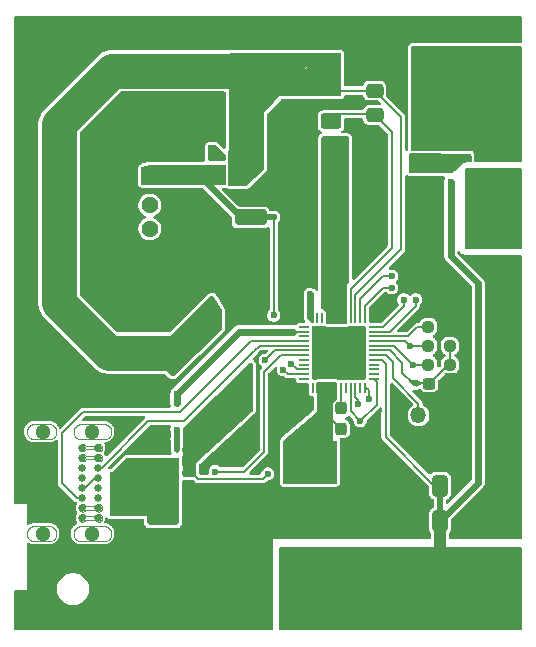
<source format=gbr>
%TF.GenerationSoftware,KiCad,Pcbnew,9.0.0*%
%TF.CreationDate,2026-01-14T01:15:15+05:30*%
%TF.ProjectId,PortablePower,506f7274-6162-46c6-9550-6f7765722e6b,rev?*%
%TF.SameCoordinates,Original*%
%TF.FileFunction,Copper,L1,Top*%
%TF.FilePolarity,Positive*%
%FSLAX46Y46*%
G04 Gerber Fmt 4.6, Leading zero omitted, Abs format (unit mm)*
G04 Created by KiCad (PCBNEW 9.0.0) date 2026-01-14 01:15:15*
%MOMM*%
%LPD*%
G01*
G04 APERTURE LIST*
G04 Aperture macros list*
%AMRoundRect*
0 Rectangle with rounded corners*
0 $1 Rounding radius*
0 $2 $3 $4 $5 $6 $7 $8 $9 X,Y pos of 4 corners*
0 Add a 4 corners polygon primitive as box body*
4,1,4,$2,$3,$4,$5,$6,$7,$8,$9,$2,$3,0*
0 Add four circle primitives for the rounded corners*
1,1,$1+$1,$2,$3*
1,1,$1+$1,$4,$5*
1,1,$1+$1,$6,$7*
1,1,$1+$1,$8,$9*
0 Add four rect primitives between the rounded corners*
20,1,$1+$1,$2,$3,$4,$5,0*
20,1,$1+$1,$4,$5,$6,$7,0*
20,1,$1+$1,$6,$7,$8,$9,0*
20,1,$1+$1,$8,$9,$2,$3,0*%
G04 Aperture macros list end*
%TA.AperFunction,EtchedComponent*%
%ADD10C,0.010000*%
%TD*%
%TA.AperFunction,SMDPad,CuDef*%
%ADD11RoundRect,0.250000X0.412500X0.650000X-0.412500X0.650000X-0.412500X-0.650000X0.412500X-0.650000X0*%
%TD*%
%TA.AperFunction,SMDPad,CuDef*%
%ADD12R,0.500000X0.630000*%
%TD*%
%TA.AperFunction,SMDPad,CuDef*%
%ADD13R,0.500000X0.410000*%
%TD*%
%TA.AperFunction,SMDPad,CuDef*%
%ADD14R,2.450000X1.900000*%
%TD*%
%TA.AperFunction,ComponentPad*%
%ADD15R,1.431000X1.431000*%
%TD*%
%TA.AperFunction,ComponentPad*%
%ADD16C,1.431000*%
%TD*%
%TA.AperFunction,ComponentPad*%
%ADD17C,3.390000*%
%TD*%
%TA.AperFunction,SMDPad,CuDef*%
%ADD18RoundRect,0.050100X-0.099900X0.174900X-0.099900X-0.174900X0.099900X-0.174900X0.099900X0.174900X0*%
%TD*%
%TA.AperFunction,SMDPad,CuDef*%
%ADD19RoundRect,0.050100X-0.099900X0.324900X-0.099900X-0.324900X0.099900X-0.324900X0.099900X0.324900X0*%
%TD*%
%TA.AperFunction,SMDPad,CuDef*%
%ADD20RoundRect,0.050350X-0.424650X0.449650X-0.424650X-0.449650X0.424650X-0.449650X0.424650X0.449650X0*%
%TD*%
%TA.AperFunction,SMDPad,CuDef*%
%ADD21R,4.000000X4.000000*%
%TD*%
%TA.AperFunction,SMDPad,CuDef*%
%ADD22RoundRect,0.237500X-0.250000X-0.237500X0.250000X-0.237500X0.250000X0.237500X-0.250000X0.237500X0*%
%TD*%
%TA.AperFunction,SMDPad,CuDef*%
%ADD23RoundRect,0.250000X-1.100000X0.412500X-1.100000X-0.412500X1.100000X-0.412500X1.100000X0.412500X0*%
%TD*%
%TA.AperFunction,SMDPad,CuDef*%
%ADD24RoundRect,0.250000X0.625000X-0.400000X0.625000X0.400000X-0.625000X0.400000X-0.625000X-0.400000X0*%
%TD*%
%TA.AperFunction,SMDPad,CuDef*%
%ADD25R,3.300000X3.175000*%
%TD*%
%TA.AperFunction,SMDPad,CuDef*%
%ADD26RoundRect,0.237500X-0.300000X-0.237500X0.300000X-0.237500X0.300000X0.237500X-0.300000X0.237500X0*%
%TD*%
%TA.AperFunction,SMDPad,CuDef*%
%ADD27RoundRect,0.250000X-0.412500X-1.100000X0.412500X-1.100000X0.412500X1.100000X-0.412500X1.100000X0*%
%TD*%
%TA.AperFunction,SMDPad,CuDef*%
%ADD28C,4.000000*%
%TD*%
%TA.AperFunction,SMDPad,CuDef*%
%ADD29R,0.200000X0.850000*%
%TD*%
%TA.AperFunction,SMDPad,CuDef*%
%ADD30R,0.850000X0.200000*%
%TD*%
%TA.AperFunction,SMDPad,CuDef*%
%ADD31R,3.900000X3.900000*%
%TD*%
%TA.AperFunction,ComponentPad*%
%ADD32C,0.648000*%
%TD*%
%TA.AperFunction,ComponentPad*%
%ADD33C,1.300000*%
%TD*%
%TA.AperFunction,SMDPad,CuDef*%
%ADD34RoundRect,0.250000X-0.625000X0.400000X-0.625000X-0.400000X0.625000X-0.400000X0.625000X0.400000X0*%
%TD*%
%TA.AperFunction,SMDPad,CuDef*%
%ADD35RoundRect,0.237500X0.237500X-0.300000X0.237500X0.300000X-0.237500X0.300000X-0.237500X-0.300000X0*%
%TD*%
%TA.AperFunction,SMDPad,CuDef*%
%ADD36RoundRect,0.250000X0.475000X-0.337500X0.475000X0.337500X-0.475000X0.337500X-0.475000X-0.337500X0*%
%TD*%
%TA.AperFunction,ComponentPad*%
%ADD37R,1.350000X1.350000*%
%TD*%
%TA.AperFunction,ComponentPad*%
%ADD38O,1.350000X1.350000*%
%TD*%
%TA.AperFunction,ViaPad*%
%ADD39C,0.600000*%
%TD*%
%TA.AperFunction,Conductor*%
%ADD40C,0.200000*%
%TD*%
%TA.AperFunction,Conductor*%
%ADD41C,0.150000*%
%TD*%
%TA.AperFunction,Conductor*%
%ADD42C,0.600000*%
%TD*%
%TA.AperFunction,Conductor*%
%ADD43C,0.500000*%
%TD*%
%TA.AperFunction,Conductor*%
%ADD44C,1.000000*%
%TD*%
%TA.AperFunction,Conductor*%
%ADD45C,3.000000*%
%TD*%
G04 APERTURE END LIST*
D10*
%TO.C,J2*%
X122700320Y-117704930D02*
X122755840Y-117718770D01*
X122808070Y-117742170D01*
X122855370Y-117774390D01*
X122896250Y-117814430D01*
X122929460Y-117861040D01*
X122953950Y-117912770D01*
X122968950Y-117967990D01*
X122974010Y-118025000D01*
X122968950Y-118082010D01*
X122953950Y-118137230D01*
X122929460Y-118188960D01*
X122896250Y-118235570D01*
X122855370Y-118275610D01*
X122808070Y-118307830D01*
X122755840Y-118331230D01*
X122700320Y-118345070D01*
X122643220Y-118348930D01*
X122586330Y-118342690D01*
X122531430Y-118326530D01*
X122480230Y-118300960D01*
X122434320Y-118266790D01*
X122395150Y-118225070D01*
X122362810Y-118175000D01*
X121587190Y-118175000D01*
X121554850Y-118225070D01*
X121515680Y-118266790D01*
X121469770Y-118300960D01*
X121418570Y-118326530D01*
X121363670Y-118342690D01*
X121306780Y-118348930D01*
X121249680Y-118345070D01*
X121194160Y-118331230D01*
X121141930Y-118307830D01*
X121094630Y-118275610D01*
X121053750Y-118235570D01*
X121020540Y-118188960D01*
X120996050Y-118137230D01*
X120981050Y-118082010D01*
X120975990Y-118025000D01*
X120981050Y-117967990D01*
X120996050Y-117912770D01*
X121020540Y-117861040D01*
X121053750Y-117814430D01*
X121094630Y-117774390D01*
X121141930Y-117742170D01*
X121194160Y-117718770D01*
X121249680Y-117704930D01*
X121306780Y-117701070D01*
X121363670Y-117707310D01*
X121418570Y-117723470D01*
X121469770Y-117749040D01*
X121515680Y-117783210D01*
X121554850Y-117824930D01*
X121587190Y-117875000D01*
X122362810Y-117875000D01*
X122395150Y-117824930D01*
X122434320Y-117783210D01*
X122480230Y-117749040D01*
X122531430Y-117723470D01*
X122586330Y-117707310D01*
X122643220Y-117701070D01*
X122700320Y-117704930D01*
X122700320Y-118554930D02*
X122755840Y-118568770D01*
X122808070Y-118592170D01*
X122855370Y-118624390D01*
X122896250Y-118664430D01*
X122929460Y-118711040D01*
X122953950Y-118762770D01*
X122968950Y-118817990D01*
X122974010Y-118875000D01*
X122968950Y-118932010D01*
X122953950Y-118987230D01*
X122929460Y-119038960D01*
X122896250Y-119085570D01*
X122855370Y-119125610D01*
X122808070Y-119157830D01*
X122755840Y-119181230D01*
X122700320Y-119195070D01*
X122643220Y-119198930D01*
X122586330Y-119192690D01*
X122531430Y-119176530D01*
X122480230Y-119150960D01*
X122434320Y-119116790D01*
X122395150Y-119075070D01*
X122362810Y-119025000D01*
X121587190Y-119025000D01*
X121554850Y-119075070D01*
X121515680Y-119116790D01*
X121469770Y-119150960D01*
X121418570Y-119176530D01*
X121363670Y-119192690D01*
X121306780Y-119198930D01*
X121249680Y-119195070D01*
X121194160Y-119181230D01*
X121141930Y-119157830D01*
X121094630Y-119125610D01*
X121053750Y-119085570D01*
X121020540Y-119038960D01*
X120996050Y-118987230D01*
X120981050Y-118932010D01*
X120975990Y-118875000D01*
X120981050Y-118817990D01*
X120996050Y-118762770D01*
X121020540Y-118711040D01*
X121053750Y-118664430D01*
X121094630Y-118624390D01*
X121141930Y-118592170D01*
X121194160Y-118568770D01*
X121249680Y-118554930D01*
X121306780Y-118551070D01*
X121363670Y-118557310D01*
X121418570Y-118573470D01*
X121469770Y-118599040D01*
X121515680Y-118633210D01*
X121554850Y-118674930D01*
X121587190Y-118725000D01*
X122362810Y-118725000D01*
X122395150Y-118674930D01*
X122434320Y-118633210D01*
X122480230Y-118599040D01*
X122531430Y-118573470D01*
X122586330Y-118557310D01*
X122643220Y-118551070D01*
X122700320Y-118554930D01*
X122700320Y-123654930D02*
X122755840Y-123668770D01*
X122808070Y-123692170D01*
X122855370Y-123724390D01*
X122896250Y-123764430D01*
X122929460Y-123811040D01*
X122953950Y-123862770D01*
X122968950Y-123917990D01*
X122974010Y-123975000D01*
X122968950Y-124032010D01*
X122953950Y-124087230D01*
X122929460Y-124138960D01*
X122896250Y-124185570D01*
X122855370Y-124225610D01*
X122808070Y-124257830D01*
X122755840Y-124281230D01*
X122700320Y-124295070D01*
X122643220Y-124298930D01*
X122586330Y-124292690D01*
X122531430Y-124276530D01*
X122480230Y-124250960D01*
X122434320Y-124216790D01*
X122395150Y-124175070D01*
X122362810Y-124125000D01*
X121587190Y-124125000D01*
X121554850Y-124175070D01*
X121515680Y-124216790D01*
X121469770Y-124250960D01*
X121418570Y-124276530D01*
X121363670Y-124292690D01*
X121306780Y-124298930D01*
X121249680Y-124295070D01*
X121194160Y-124281230D01*
X121141930Y-124257830D01*
X121094630Y-124225610D01*
X121053750Y-124185570D01*
X121020540Y-124138960D01*
X120996050Y-124087230D01*
X120981050Y-124032010D01*
X120975990Y-123975000D01*
X120981050Y-123917990D01*
X120996050Y-123862770D01*
X121020540Y-123811040D01*
X121053750Y-123764430D01*
X121094630Y-123724390D01*
X121141930Y-123692170D01*
X121194160Y-123668770D01*
X121249680Y-123654930D01*
X121306780Y-123651070D01*
X121363670Y-123657310D01*
X121418570Y-123673470D01*
X121469770Y-123699040D01*
X121515680Y-123733210D01*
X121554850Y-123774930D01*
X121587190Y-123825000D01*
X122362810Y-123825000D01*
X122395150Y-123774930D01*
X122434320Y-123733210D01*
X122480230Y-123699040D01*
X122531430Y-123673470D01*
X122586330Y-123657310D01*
X122643220Y-123651070D01*
X122700320Y-123654930D01*
X122700320Y-122804930D02*
X122755840Y-122818770D01*
X122808070Y-122842170D01*
X122855370Y-122874390D01*
X122896250Y-122914430D01*
X122929460Y-122961040D01*
X122953950Y-123012770D01*
X122968950Y-123067990D01*
X122974010Y-123125000D01*
X122968950Y-123182010D01*
X122953950Y-123237230D01*
X122929460Y-123288960D01*
X122896250Y-123335570D01*
X122855370Y-123375610D01*
X122808070Y-123407830D01*
X122755840Y-123431230D01*
X122700320Y-123445070D01*
X122643220Y-123448930D01*
X122586330Y-123442690D01*
X122531430Y-123426530D01*
X122480230Y-123400960D01*
X122434320Y-123366790D01*
X122395150Y-123325070D01*
X122362810Y-123275000D01*
X121587190Y-123275000D01*
X121554850Y-123325070D01*
X121515680Y-123366790D01*
X121469770Y-123400960D01*
X121418570Y-123426530D01*
X121363670Y-123442690D01*
X121306780Y-123448930D01*
X121249680Y-123445070D01*
X121194160Y-123431230D01*
X121141930Y-123407830D01*
X121094630Y-123375610D01*
X121053750Y-123335570D01*
X121020540Y-123288960D01*
X120996050Y-123237230D01*
X120981050Y-123182010D01*
X120975990Y-123125000D01*
X120981050Y-123067990D01*
X120996050Y-123012770D01*
X121020540Y-122961040D01*
X121053750Y-122914430D01*
X121094630Y-122874390D01*
X121141930Y-122842170D01*
X121194160Y-122818770D01*
X121249680Y-122804930D01*
X121306780Y-122801070D01*
X121363670Y-122807310D01*
X121418570Y-122823470D01*
X121469770Y-122849040D01*
X121515680Y-122883210D01*
X121554850Y-122924930D01*
X121587190Y-122975000D01*
X122362810Y-122975000D01*
X122395150Y-122924930D01*
X122434320Y-122883210D01*
X122480230Y-122849040D01*
X122531430Y-122823470D01*
X122586330Y-122807310D01*
X122643220Y-122801070D01*
X122700320Y-122804930D01*
X118484020Y-116030890D02*
X118517940Y-116033560D01*
X118551680Y-116038000D01*
X118585140Y-116044200D01*
X118618230Y-116052150D01*
X118650860Y-116061810D01*
X118682940Y-116073170D01*
X118714380Y-116086200D01*
X118745090Y-116100850D01*
X118775000Y-116117080D01*
X118804020Y-116134860D01*
X118832060Y-116154140D01*
X118859060Y-116174860D01*
X118884930Y-116196960D01*
X118909620Y-116220380D01*
X118933040Y-116245070D01*
X118955140Y-116270940D01*
X118975860Y-116297940D01*
X118995140Y-116325980D01*
X119012920Y-116355000D01*
X119029150Y-116384910D01*
X119043800Y-116415620D01*
X119056830Y-116447060D01*
X119068190Y-116479140D01*
X119077850Y-116511770D01*
X119085800Y-116544860D01*
X119092000Y-116578320D01*
X119096440Y-116612060D01*
X119099110Y-116645980D01*
X119100000Y-116680000D01*
X119099110Y-116714020D01*
X119096440Y-116747940D01*
X119092000Y-116781680D01*
X119085800Y-116815140D01*
X119077850Y-116848230D01*
X119068190Y-116880860D01*
X119056830Y-116912940D01*
X119043800Y-116944380D01*
X119029150Y-116975090D01*
X119012920Y-117005000D01*
X118995140Y-117034020D01*
X118975860Y-117062060D01*
X118955140Y-117089060D01*
X118933040Y-117114930D01*
X118909620Y-117139620D01*
X118884930Y-117163040D01*
X118859060Y-117185140D01*
X118832060Y-117205860D01*
X118804020Y-117225140D01*
X118775000Y-117242920D01*
X118745090Y-117259150D01*
X118714380Y-117273800D01*
X118682940Y-117286830D01*
X118650860Y-117298190D01*
X118618230Y-117307850D01*
X118585140Y-117315800D01*
X118551680Y-117322000D01*
X118517940Y-117326440D01*
X118484020Y-117329110D01*
X118450000Y-117330000D01*
X117250000Y-117330000D01*
X117215980Y-117329110D01*
X117182060Y-117326440D01*
X117148320Y-117322000D01*
X117114860Y-117315800D01*
X117081770Y-117307850D01*
X117049140Y-117298190D01*
X117017060Y-117286830D01*
X116985620Y-117273800D01*
X116954910Y-117259150D01*
X116925000Y-117242920D01*
X116895980Y-117225140D01*
X116867940Y-117205860D01*
X116840940Y-117185140D01*
X116815070Y-117163040D01*
X116790380Y-117139620D01*
X116766960Y-117114930D01*
X116744860Y-117089060D01*
X116724140Y-117062060D01*
X116704860Y-117034020D01*
X116687080Y-117005000D01*
X116670850Y-116975090D01*
X116656200Y-116944380D01*
X116643170Y-116912940D01*
X116631810Y-116880860D01*
X116622150Y-116848230D01*
X116614200Y-116815140D01*
X116608000Y-116781680D01*
X116603560Y-116747940D01*
X116600890Y-116714020D01*
X116600000Y-116680000D01*
X116600890Y-116645980D01*
X116603560Y-116612060D01*
X116608000Y-116578320D01*
X116614200Y-116544860D01*
X116622150Y-116511770D01*
X116631810Y-116479140D01*
X116643170Y-116447060D01*
X116656200Y-116415620D01*
X116670850Y-116384910D01*
X116687080Y-116355000D01*
X116704860Y-116325980D01*
X116724140Y-116297940D01*
X116744860Y-116270940D01*
X116766960Y-116245070D01*
X116790380Y-116220380D01*
X116815070Y-116196960D01*
X116840940Y-116174860D01*
X116867940Y-116154140D01*
X116895980Y-116134860D01*
X116925000Y-116117080D01*
X116954910Y-116100850D01*
X116985620Y-116086200D01*
X117017060Y-116073170D01*
X117049140Y-116061810D01*
X117081770Y-116052150D01*
X117114860Y-116044200D01*
X117148320Y-116038000D01*
X117182060Y-116033560D01*
X117215980Y-116030890D01*
X117250000Y-116030000D01*
X118450000Y-116030000D01*
X118484020Y-116030890D01*
X118484020Y-124670890D02*
X118517940Y-124673560D01*
X118551680Y-124678000D01*
X118585140Y-124684200D01*
X118618230Y-124692150D01*
X118650860Y-124701810D01*
X118682940Y-124713170D01*
X118714380Y-124726200D01*
X118745090Y-124740850D01*
X118775000Y-124757080D01*
X118804020Y-124774860D01*
X118832060Y-124794140D01*
X118859060Y-124814860D01*
X118884930Y-124836960D01*
X118909620Y-124860380D01*
X118933040Y-124885070D01*
X118955140Y-124910940D01*
X118975860Y-124937940D01*
X118995140Y-124965980D01*
X119012920Y-124995000D01*
X119029150Y-125024910D01*
X119043800Y-125055620D01*
X119056830Y-125087060D01*
X119068190Y-125119140D01*
X119077850Y-125151770D01*
X119085800Y-125184860D01*
X119092000Y-125218320D01*
X119096440Y-125252060D01*
X119099110Y-125285980D01*
X119100000Y-125320000D01*
X119099110Y-125354020D01*
X119096440Y-125387940D01*
X119092000Y-125421680D01*
X119085800Y-125455140D01*
X119077850Y-125488230D01*
X119068190Y-125520860D01*
X119056830Y-125552940D01*
X119043800Y-125584380D01*
X119029150Y-125615090D01*
X119012920Y-125645000D01*
X118995140Y-125674020D01*
X118975860Y-125702060D01*
X118955140Y-125729060D01*
X118933040Y-125754930D01*
X118909620Y-125779620D01*
X118884930Y-125803040D01*
X118859060Y-125825140D01*
X118832060Y-125845860D01*
X118804020Y-125865140D01*
X118775000Y-125882920D01*
X118745090Y-125899150D01*
X118714380Y-125913800D01*
X118682940Y-125926830D01*
X118650860Y-125938190D01*
X118618230Y-125947850D01*
X118585140Y-125955800D01*
X118551680Y-125962000D01*
X118517940Y-125966440D01*
X118484020Y-125969110D01*
X118450000Y-125970000D01*
X117250000Y-125970000D01*
X117215980Y-125969110D01*
X117182060Y-125966440D01*
X117148320Y-125962000D01*
X117114860Y-125955800D01*
X117081770Y-125947850D01*
X117049140Y-125938190D01*
X117017060Y-125926830D01*
X116985620Y-125913800D01*
X116954910Y-125899150D01*
X116925000Y-125882920D01*
X116895980Y-125865140D01*
X116867940Y-125845860D01*
X116840940Y-125825140D01*
X116815070Y-125803040D01*
X116790380Y-125779620D01*
X116766960Y-125754930D01*
X116744860Y-125729060D01*
X116724140Y-125702060D01*
X116704860Y-125674020D01*
X116687080Y-125645000D01*
X116670850Y-125615090D01*
X116656200Y-125584380D01*
X116643170Y-125552940D01*
X116631810Y-125520860D01*
X116622150Y-125488230D01*
X116614200Y-125455140D01*
X116608000Y-125421680D01*
X116603560Y-125387940D01*
X116600890Y-125354020D01*
X116600000Y-125320000D01*
X116600890Y-125285980D01*
X116603560Y-125252060D01*
X116608000Y-125218320D01*
X116614200Y-125184860D01*
X116622150Y-125151770D01*
X116631810Y-125119140D01*
X116643170Y-125087060D01*
X116656200Y-125055620D01*
X116670850Y-125024910D01*
X116687080Y-124995000D01*
X116704860Y-124965980D01*
X116724140Y-124937940D01*
X116744860Y-124910940D01*
X116766960Y-124885070D01*
X116790380Y-124860380D01*
X116815070Y-124836960D01*
X116840940Y-124814860D01*
X116867940Y-124794140D01*
X116895980Y-124774860D01*
X116925000Y-124757080D01*
X116954910Y-124740850D01*
X116985620Y-124726200D01*
X117017060Y-124713170D01*
X117049140Y-124701810D01*
X117081770Y-124692150D01*
X117114860Y-124684200D01*
X117148320Y-124678000D01*
X117182060Y-124673560D01*
X117215980Y-124670890D01*
X117250000Y-124670000D01*
X118450000Y-124670000D01*
X118484020Y-124670890D01*
X123134020Y-116030890D02*
X123167940Y-116033560D01*
X123201680Y-116038000D01*
X123235140Y-116044200D01*
X123268230Y-116052150D01*
X123300860Y-116061810D01*
X123332940Y-116073170D01*
X123364380Y-116086200D01*
X123395090Y-116100850D01*
X123425000Y-116117080D01*
X123454020Y-116134860D01*
X123482060Y-116154140D01*
X123509060Y-116174860D01*
X123534930Y-116196960D01*
X123559620Y-116220380D01*
X123583040Y-116245070D01*
X123605140Y-116270940D01*
X123625860Y-116297940D01*
X123645140Y-116325980D01*
X123662920Y-116355000D01*
X123679150Y-116384910D01*
X123693800Y-116415620D01*
X123706830Y-116447060D01*
X123718190Y-116479140D01*
X123727850Y-116511770D01*
X123735800Y-116544860D01*
X123742000Y-116578320D01*
X123746440Y-116612060D01*
X123749110Y-116645980D01*
X123750000Y-116680000D01*
X123749110Y-116714020D01*
X123746440Y-116747940D01*
X123742000Y-116781680D01*
X123735800Y-116815140D01*
X123727850Y-116848230D01*
X123718190Y-116880860D01*
X123706830Y-116912940D01*
X123693800Y-116944380D01*
X123679150Y-116975090D01*
X123662920Y-117005000D01*
X123645140Y-117034020D01*
X123625860Y-117062060D01*
X123605140Y-117089060D01*
X123583040Y-117114930D01*
X123559620Y-117139620D01*
X123534930Y-117163040D01*
X123509060Y-117185140D01*
X123482060Y-117205860D01*
X123454020Y-117225140D01*
X123425000Y-117242920D01*
X123395090Y-117259150D01*
X123364380Y-117273800D01*
X123332940Y-117286830D01*
X123300860Y-117298190D01*
X123268230Y-117307850D01*
X123235140Y-117315800D01*
X123201680Y-117322000D01*
X123167940Y-117326440D01*
X123134020Y-117329110D01*
X123100000Y-117330000D01*
X121200000Y-117330000D01*
X121165980Y-117329110D01*
X121132060Y-117326440D01*
X121098320Y-117322000D01*
X121064860Y-117315800D01*
X121031770Y-117307850D01*
X120999140Y-117298190D01*
X120967060Y-117286830D01*
X120935620Y-117273800D01*
X120904910Y-117259150D01*
X120875000Y-117242920D01*
X120845980Y-117225140D01*
X120817940Y-117205860D01*
X120790940Y-117185140D01*
X120765070Y-117163040D01*
X120740380Y-117139620D01*
X120716960Y-117114930D01*
X120694860Y-117089060D01*
X120674140Y-117062060D01*
X120654860Y-117034020D01*
X120637080Y-117005000D01*
X120620850Y-116975090D01*
X120606200Y-116944380D01*
X120593170Y-116912940D01*
X120581810Y-116880860D01*
X120572150Y-116848230D01*
X120564200Y-116815140D01*
X120558000Y-116781680D01*
X120553560Y-116747940D01*
X120550890Y-116714020D01*
X120550000Y-116680000D01*
X120550890Y-116645980D01*
X120553560Y-116612060D01*
X120558000Y-116578320D01*
X120564200Y-116544860D01*
X120572150Y-116511770D01*
X120581810Y-116479140D01*
X120593170Y-116447060D01*
X120606200Y-116415620D01*
X120620850Y-116384910D01*
X120637080Y-116355000D01*
X120654860Y-116325980D01*
X120674140Y-116297940D01*
X120694860Y-116270940D01*
X120716960Y-116245070D01*
X120740380Y-116220380D01*
X120765070Y-116196960D01*
X120790940Y-116174860D01*
X120817940Y-116154140D01*
X120845980Y-116134860D01*
X120875000Y-116117080D01*
X120904910Y-116100850D01*
X120935620Y-116086200D01*
X120967060Y-116073170D01*
X120999140Y-116061810D01*
X121031770Y-116052150D01*
X121064860Y-116044200D01*
X121098320Y-116038000D01*
X121132060Y-116033560D01*
X121165980Y-116030890D01*
X121200000Y-116030000D01*
X123100000Y-116030000D01*
X123134020Y-116030890D01*
X123134020Y-124670890D02*
X123167940Y-124673560D01*
X123201680Y-124678000D01*
X123235140Y-124684200D01*
X123268230Y-124692150D01*
X123300860Y-124701810D01*
X123332940Y-124713170D01*
X123364380Y-124726200D01*
X123395090Y-124740850D01*
X123425000Y-124757080D01*
X123454020Y-124774860D01*
X123482060Y-124794140D01*
X123509060Y-124814860D01*
X123534930Y-124836960D01*
X123559620Y-124860380D01*
X123583040Y-124885070D01*
X123605140Y-124910940D01*
X123625860Y-124937940D01*
X123645140Y-124965980D01*
X123662920Y-124995000D01*
X123679150Y-125024910D01*
X123693800Y-125055620D01*
X123706830Y-125087060D01*
X123718190Y-125119140D01*
X123727850Y-125151770D01*
X123735800Y-125184860D01*
X123742000Y-125218320D01*
X123746440Y-125252060D01*
X123749110Y-125285980D01*
X123750000Y-125320000D01*
X123749110Y-125354020D01*
X123746440Y-125387940D01*
X123742000Y-125421680D01*
X123735800Y-125455140D01*
X123727850Y-125488230D01*
X123718190Y-125520860D01*
X123706830Y-125552940D01*
X123693800Y-125584380D01*
X123679150Y-125615090D01*
X123662920Y-125645000D01*
X123645140Y-125674020D01*
X123625860Y-125702060D01*
X123605140Y-125729060D01*
X123583040Y-125754930D01*
X123559620Y-125779620D01*
X123534930Y-125803040D01*
X123509060Y-125825140D01*
X123482060Y-125845860D01*
X123454020Y-125865140D01*
X123425000Y-125882920D01*
X123395090Y-125899150D01*
X123364380Y-125913800D01*
X123332940Y-125926830D01*
X123300860Y-125938190D01*
X123268230Y-125947850D01*
X123235140Y-125955800D01*
X123201680Y-125962000D01*
X123167940Y-125966440D01*
X123134020Y-125969110D01*
X123100000Y-125970000D01*
X121200000Y-125970000D01*
X121165980Y-125969110D01*
X121132060Y-125966440D01*
X121098320Y-125962000D01*
X121064860Y-125955800D01*
X121031770Y-125947850D01*
X120999140Y-125938190D01*
X120967060Y-125926830D01*
X120935620Y-125913800D01*
X120904910Y-125899150D01*
X120875000Y-125882920D01*
X120845980Y-125865140D01*
X120817940Y-125845860D01*
X120790940Y-125825140D01*
X120765070Y-125803040D01*
X120740380Y-125779620D01*
X120716960Y-125754930D01*
X120694860Y-125729060D01*
X120674140Y-125702060D01*
X120654860Y-125674020D01*
X120637080Y-125645000D01*
X120620850Y-125615090D01*
X120606200Y-125584380D01*
X120593170Y-125552940D01*
X120581810Y-125520860D01*
X120572150Y-125488230D01*
X120564200Y-125455140D01*
X120558000Y-125421680D01*
X120553560Y-125387940D01*
X120550890Y-125354020D01*
X120550000Y-125320000D01*
X120550890Y-125285980D01*
X120553560Y-125252060D01*
X120558000Y-125218320D01*
X120564200Y-125184860D01*
X120572150Y-125151770D01*
X120581810Y-125119140D01*
X120593170Y-125087060D01*
X120606200Y-125055620D01*
X120620850Y-125024910D01*
X120637080Y-124995000D01*
X120654860Y-124965980D01*
X120674140Y-124937940D01*
X120694860Y-124910940D01*
X120716960Y-124885070D01*
X120740380Y-124860380D01*
X120765070Y-124836960D01*
X120790940Y-124814860D01*
X120817940Y-124794140D01*
X120845980Y-124774860D01*
X120875000Y-124757080D01*
X120904910Y-124740850D01*
X120935620Y-124726200D01*
X120967060Y-124713170D01*
X120999140Y-124701810D01*
X121031770Y-124692150D01*
X121064860Y-124684200D01*
X121098320Y-124678000D01*
X121132060Y-124673560D01*
X121165980Y-124670890D01*
X121200000Y-124670000D01*
X123100000Y-124670000D01*
X123134020Y-124670890D01*
%TD*%
D11*
%TO.P,C2,1*%
%TO.N,+BATT*%
X151562500Y-121250000D03*
%TO.P,C2,2*%
%TO.N,GND*%
X148437500Y-121250000D03*
%TD*%
D12*
%TO.P,Q4,1,S_1*%
%TO.N,/BMS/B-*%
X155975000Y-93565000D03*
%TO.P,Q4,2,S_2*%
X155325000Y-93565000D03*
%TO.P,Q4,3,S_3*%
X154675000Y-93565000D03*
%TO.P,Q4,4,G*%
%TO.N,Net-(Q4-G)*%
X154025000Y-93565000D03*
D13*
%TO.P,Q4,5,D_1*%
%TO.N,/BMS/PowerNodeBMS*%
X154025000Y-96545000D03*
%TO.P,Q4,6,D_2*%
X154675000Y-96545000D03*
%TO.P,Q4,7,D_3*%
X155325000Y-96545000D03*
%TO.P,Q4,8,D_4*%
X155975000Y-96545000D03*
D14*
%TO.P,Q4,9*%
X155000000Y-95390000D03*
%TD*%
D15*
%TO.P,J1,1,VCC*%
%TO.N,/PD_Control/VBUSA1*%
X127000000Y-95000000D03*
D16*
%TO.P,J1,2,D-*%
%TO.N,/PD_Control/D-*%
X127000000Y-97500000D03*
%TO.P,J1,3,D+*%
%TO.N,/PD_Control/D+*%
X127000000Y-99500000D03*
%TO.P,J1,4,GND*%
%TO.N,GND*%
X127000000Y-102000000D03*
D17*
%TO.P,J1,5,MH1*%
X124290000Y-91930000D03*
%TO.P,J1,6,MH2*%
X124290000Y-105070000D03*
%TD*%
D18*
%TO.P,Q2,1,D*%
%TO.N,/PD_Control/VOUTA1*%
X134569200Y-93503200D03*
%TO.P,Q2,2,D*%
X133919200Y-93503200D03*
%TO.P,Q2,3,G*%
%TO.N,/PD_Control/GATEA1*%
X133269200Y-93503200D03*
%TO.P,Q2,4,S*%
%TO.N,/PD_Control/VBUSA1*%
X133269200Y-95453200D03*
%TO.P,Q2,5,D*%
%TO.N,/PD_Control/VOUTA1*%
X133919200Y-95453200D03*
%TO.P,Q2,6,D*%
X134569200Y-95453200D03*
D19*
%TO.P,Q2,7,S*%
%TO.N,/PD_Control/VBUSA1*%
X133269200Y-94573200D03*
D20*
%TO.P,Q2,8,D*%
%TO.N,/PD_Control/VOUTA1*%
X134244200Y-94478200D03*
%TD*%
D21*
%TO.P,TP13,1,1*%
%TO.N,+BATT*%
X150000000Y-129000000D03*
%TD*%
D22*
%TO.P,R2,1*%
%TO.N,Net-(IC1-KEY{slash}GSET{slash}IDA1)*%
X150587500Y-111000000D03*
%TO.P,R2,2*%
%TO.N,/PD_Control/VCC*%
X152412500Y-111000000D03*
%TD*%
D23*
%TO.P,C5,1*%
%TO.N,/PD_Control/VBUSA1*%
X135534400Y-98538900D03*
%TO.P,C5,2*%
%TO.N,GND*%
X135534400Y-101663900D03*
%TD*%
D24*
%TO.P,R8,1*%
%TO.N,Net-(Q4-G)*%
X151300000Y-94050000D03*
%TO.P,R8,2*%
%TO.N,/BMS/B-*%
X151300000Y-90950000D03*
%TD*%
D25*
%TO.P,L1,1,1*%
%TO.N,+BATT*%
X140000000Y-130715000D03*
%TO.P,L1,2,2*%
%TO.N,/PD_Control/SW*%
X140000000Y-119285000D03*
%TD*%
D22*
%TO.P,R5,1*%
%TO.N,Net-(IC1-LED5{slash}CSET)*%
X150587500Y-107800000D03*
%TO.P,R5,2*%
%TO.N,GND*%
X152412500Y-107800000D03*
%TD*%
D26*
%TO.P,C11,1*%
%TO.N,/PD_Control/VCC*%
X150637500Y-112600000D03*
%TO.P,C11,2*%
%TO.N,GND*%
X152362500Y-112600000D03*
%TD*%
D27*
%TO.P,C10,1*%
%TO.N,/PD_Control/VOUTSN*%
X142562500Y-93250000D03*
%TO.P,C10,2*%
%TO.N,GND*%
X145687500Y-93250000D03*
%TD*%
D28*
%TO.P,TP12,1,1*%
%TO.N,/BMS/B-*%
X154000000Y-88000000D03*
%TD*%
D29*
%TO.P,IC1,1,DPA2*%
%TO.N,unconnected-(IC1-DPA2-Pad1)*%
X140800000Y-112950000D03*
%TO.P,IC1,2,SW_1*%
%TO.N,/PD_Control/SW*%
X141200000Y-112950000D03*
%TO.P,IC1,3,SW_2*%
X141600000Y-112950000D03*
%TO.P,IC1,4,SW_3*%
X142000000Y-112950000D03*
%TO.P,IC1,5,SW_4*%
X142400000Y-112950000D03*
%TO.P,IC1,6,SW_5*%
X142800000Y-112950000D03*
%TO.P,IC1,7,BST*%
%TO.N,/PD_Control/BST*%
X143200000Y-112950000D03*
%TO.P,IC1,8,DATA*%
%TO.N,unconnected-(IC1-DATA-Pad8)*%
X143600000Y-112950000D03*
%TO.P,IC1,9,VOUTA1*%
%TO.N,/PD_Control/VOUTA1*%
X144000000Y-112950000D03*
%TO.P,IC1,10,VBUSA1*%
%TO.N,/PD_Control/VBUSA1*%
X144400000Y-112950000D03*
%TO.P,IC1,11,VBUSB*%
%TO.N,unconnected-(IC1-VBUSB-Pad11)*%
X144800000Y-112950000D03*
%TO.P,IC1,12,VBUSC*%
%TO.N,/PD_Control/VBUSC*%
X145200000Y-112950000D03*
D30*
%TO.P,IC1,13,VOUTC*%
%TO.N,/PD_Control/VOUTA1*%
X145950000Y-112200000D03*
%TO.P,IC1,14,VOUTA2*%
%TO.N,unconnected-(IC1-VOUTA2-Pad14)*%
X145950000Y-111800000D03*
%TO.P,IC1,15,VBUSA2*%
%TO.N,unconnected-(IC1-VBUSA2-Pad15)*%
X145950000Y-111400000D03*
%TO.P,IC1,16,VBUSL*%
%TO.N,unconnected-(IC1-VBUSL-Pad16)*%
X145950000Y-111000000D03*
%TO.P,IC1,17,BAT*%
%TO.N,+BATT*%
X145950000Y-110600000D03*
%TO.P,IC1,18,NTC*%
%TO.N,Net-(IC1-NTC)*%
X145950000Y-110200000D03*
%TO.P,IC1,19,VCC*%
%TO.N,/PD_Control/VCC*%
X145950000Y-109800000D03*
%TO.P,IC1,20,KEY/GSET/IDA1*%
%TO.N,Net-(IC1-KEY{slash}GSET{slash}IDA1)*%
X145950000Y-109400000D03*
%TO.P,IC1,21,FLED/BSET/IDA2*%
%TO.N,Net-(D1-K)*%
X145950000Y-109000000D03*
%TO.P,IC1,22,LED5/CSET*%
%TO.N,Net-(IC1-LED5{slash}CSET)*%
X145950000Y-108600000D03*
%TO.P,IC1,23,LED4/I2C*%
%TO.N,Net-(D6-A)*%
X145950000Y-108200000D03*
%TO.P,IC1,24,LED3/IRQ*%
%TO.N,Net-(D4-A)*%
X145950000Y-107800000D03*
D29*
%TO.P,IC1,25,LED2/SDA*%
%TO.N,Net-(D2-A)*%
X145200000Y-107050000D03*
%TO.P,IC1,26,LED1/SCK*%
%TO.N,/PD_Control/DLED1*%
X144800000Y-107050000D03*
%TO.P,IC1,27,VOUTSP*%
%TO.N,/PD_Control/VOUTA1*%
X144400000Y-107050000D03*
%TO.P,IC1,28,VOUTSN*%
%TO.N,/PD_Control/VOUTSN*%
X144000000Y-107050000D03*
%TO.P,IC1,29,VOUT_1*%
X143600000Y-107050000D03*
%TO.P,IC1,30,VOUT_2*%
X143200000Y-107050000D03*
%TO.P,IC1,31,VOUT_3*%
X142800000Y-107050000D03*
%TO.P,IC1,32,VOUT_4*%
X142400000Y-107050000D03*
%TO.P,IC1,33,VOUT_5*%
X142000000Y-107050000D03*
%TO.P,IC1,34,GATEL*%
%TO.N,unconnected-(IC1-GATEL-Pad34)*%
X141600000Y-107050000D03*
%TO.P,IC1,35,GATEA2*%
%TO.N,unconnected-(IC1-GATEA2-Pad35)*%
X141200000Y-107050000D03*
%TO.P,IC1,36,GATEA1*%
%TO.N,/PD_Control/GATEA1*%
X140800000Y-107050000D03*
D30*
%TO.P,IC1,37,GATEB*%
%TO.N,unconnected-(IC1-GATEB-Pad37)*%
X140050000Y-107800000D03*
%TO.P,IC1,38,GATEC*%
%TO.N,/PD_Control/GATEC*%
X140050000Y-108200000D03*
%TO.P,IC1,39,CCL/WLED*%
%TO.N,unconnected-(IC1-CCL{slash}WLED-Pad39)*%
X140050000Y-108600000D03*
%TO.P,IC1,40,CC2*%
%TO.N,/PD_Control/CC2*%
X140050000Y-109000000D03*
%TO.P,IC1,41,CC1*%
%TO.N,/PD_Control/CC1*%
X140050000Y-109400000D03*
%TO.P,IC1,42,DMC*%
%TO.N,/PD_Control/DC-*%
X140050000Y-109800000D03*
%TO.P,IC1,43,DPC*%
%TO.N,/PD_Control/DC+*%
X140050000Y-110200000D03*
%TO.P,IC1,44,DMB*%
%TO.N,unconnected-(IC1-DMB-Pad44)*%
X140050000Y-110600000D03*
%TO.P,IC1,45,DPB*%
%TO.N,unconnected-(IC1-DPB-Pad45)*%
X140050000Y-111000000D03*
%TO.P,IC1,46,DMA1*%
%TO.N,/PD_Control/DA-*%
X140050000Y-111400000D03*
%TO.P,IC1,47,DPA1*%
%TO.N,/PD_Control/DA+*%
X140050000Y-111800000D03*
%TO.P,IC1,48,DMA2*%
%TO.N,unconnected-(IC1-DMA2-Pad48)*%
X140050000Y-112200000D03*
D31*
%TO.P,IC1,49,EP*%
%TO.N,GND*%
X143000000Y-110000000D03*
%TD*%
D32*
%TO.P,J2,A1,GND1*%
%TO.N,GND*%
X122650000Y-118025000D03*
%TO.P,J2,A4,VBUS1*%
%TO.N,/PD_Control/VBUSC*%
X122650000Y-118875000D03*
%TO.P,J2,A5,CC1*%
%TO.N,/PD_Control/CC1*%
X122650000Y-119725000D03*
%TO.P,J2,A6,DA+*%
%TO.N,/PD_Control/D1+*%
X122650000Y-120575000D03*
%TO.P,J2,A7,DA-*%
%TO.N,/PD_Control/D1-*%
X122650000Y-121425000D03*
%TO.P,J2,A8,SBU1*%
%TO.N,unconnected-(J2-SBU1-PadA8)*%
X122650000Y-122275000D03*
%TO.P,J2,A9,VBUS2*%
%TO.N,/PD_Control/VBUSC*%
X122650000Y-123125000D03*
%TO.P,J2,A12,GND2*%
%TO.N,GND*%
X122650000Y-123975000D03*
%TO.P,J2,B1,GND3*%
X121300000Y-123975000D03*
%TO.P,J2,B4,VBUS3*%
%TO.N,/PD_Control/VBUSC*%
X121300000Y-123125000D03*
%TO.P,J2,B5,CC2*%
%TO.N,/PD_Control/CC2*%
X121300000Y-122275000D03*
%TO.P,J2,B6,DB+*%
%TO.N,/PD_Control/D1+*%
X121300000Y-121425000D03*
%TO.P,J2,B7,DB-*%
%TO.N,/PD_Control/D1-*%
X121300000Y-120575000D03*
%TO.P,J2,B8,SBU2*%
%TO.N,unconnected-(J2-SBU2-PadB8)*%
X121300000Y-119725000D03*
%TO.P,J2,B9,VBUS4*%
%TO.N,/PD_Control/VBUSC*%
X121300000Y-118875000D03*
%TO.P,J2,B12,GND4*%
%TO.N,GND*%
X121300000Y-118025000D03*
D33*
%TO.P,J2,SH1,SHIELD1*%
X118000000Y-116680000D03*
%TO.P,J2,SH2,SHIELD2*%
X118000000Y-125320000D03*
%TO.P,J2,SH3,SHIELD3*%
X122150000Y-116680000D03*
%TO.P,J2,SH4,SHIELD4*%
X122150000Y-125320000D03*
%TD*%
D27*
%TO.P,C9,1*%
%TO.N,/PD_Control/VOUTSN*%
X142562500Y-100250000D03*
%TO.P,C9,2*%
%TO.N,GND*%
X145687500Y-100250000D03*
%TD*%
%TO.P,C8,1*%
%TO.N,/PD_Control/VOUTSN*%
X142562500Y-96750000D03*
%TO.P,C8,2*%
%TO.N,GND*%
X145687500Y-96750000D03*
%TD*%
D34*
%TO.P,R1,1*%
%TO.N,/PD_Control/VOUTA1*%
X142342200Y-87281000D03*
%TO.P,R1,2*%
%TO.N,/PD_Control/VOUTSN*%
X142342200Y-90381000D03*
%TD*%
D18*
%TO.P,Q1,1,D*%
%TO.N,/PD_Control/VOUTA1*%
X130584700Y-118201800D03*
%TO.P,Q1,2,D*%
X129934700Y-118201800D03*
%TO.P,Q1,3,G*%
%TO.N,/PD_Control/GATEC*%
X129284700Y-118201800D03*
%TO.P,Q1,4,S*%
%TO.N,/PD_Control/VBUSC*%
X129284700Y-120151800D03*
%TO.P,Q1,5,D*%
%TO.N,/PD_Control/VOUTA1*%
X129934700Y-120151800D03*
%TO.P,Q1,6,D*%
X130584700Y-120151800D03*
D19*
%TO.P,Q1,7,S*%
%TO.N,/PD_Control/VBUSC*%
X129284700Y-119271800D03*
D20*
%TO.P,Q1,8,D*%
%TO.N,/PD_Control/VOUTA1*%
X130259700Y-119176800D03*
%TD*%
D23*
%TO.P,C4,1*%
%TO.N,/PD_Control/VBUSC*%
X128139464Y-123937500D03*
%TO.P,C4,2*%
%TO.N,GND*%
X128139464Y-127062500D03*
%TD*%
%TO.P,C6,1*%
%TO.N,/PD_Control/VOUTA1*%
X138750000Y-87602500D03*
%TO.P,C6,2*%
%TO.N,GND*%
X138750000Y-90727500D03*
%TD*%
D35*
%TO.P,C3,1*%
%TO.N,/PD_Control/SW*%
X143200000Y-116432500D03*
%TO.P,C3,2*%
%TO.N,/PD_Control/BST*%
X143200000Y-114707500D03*
%TD*%
D36*
%TO.P,C7,1*%
%TO.N,/PD_Control/VOUTSN*%
X146038300Y-89868500D03*
%TO.P,C7,2*%
%TO.N,/PD_Control/VOUTA1*%
X146038300Y-87793500D03*
%TD*%
D11*
%TO.P,C1,1*%
%TO.N,+BATT*%
X151562500Y-124250000D03*
%TO.P,C1,2*%
%TO.N,GND*%
X148437500Y-124250000D03*
%TD*%
D22*
%TO.P,R3,1*%
%TO.N,Net-(D1-K)*%
X150587500Y-109400000D03*
%TO.P,R3,2*%
%TO.N,/PD_Control/VCC*%
X152412500Y-109400000D03*
%TD*%
D37*
%TO.P,TP1,1,1*%
%TO.N,GND*%
X149750000Y-117300000D03*
D38*
%TO.P,TP1,2,2*%
%TO.N,Net-(IC1-NTC)*%
X149750000Y-115300000D03*
%TD*%
D39*
%TO.N,GND*%
X143000000Y-109000000D03*
X142000000Y-111000000D03*
X143000000Y-110000000D03*
X144000000Y-111000000D03*
X142000000Y-109000000D03*
X144000000Y-110000000D03*
X143000000Y-111000000D03*
X144000000Y-109000000D03*
X142000000Y-110000000D03*
%TO.N,+BATT*%
X152500000Y-95500000D03*
X152500000Y-96500000D03*
%TO.N,GND*%
X139500000Y-105500000D03*
X130000000Y-82500000D03*
X147500000Y-85000000D03*
X132500000Y-82500000D03*
X127500000Y-82500000D03*
X135000000Y-127500000D03*
X122500000Y-97500000D03*
X137500000Y-113500000D03*
X130000000Y-102500000D03*
X141000000Y-122500000D03*
X117500000Y-112500000D03*
X155000000Y-125000000D03*
X127500000Y-112500000D03*
X122500000Y-100000000D03*
X132500000Y-125000000D03*
X135500000Y-117500000D03*
X145000000Y-102500000D03*
X125000000Y-116000000D03*
X120000000Y-112500000D03*
X117500000Y-110000000D03*
X145500000Y-95000000D03*
X157500000Y-117500000D03*
X120000000Y-82500000D03*
X132500000Y-90000000D03*
X140000000Y-92500000D03*
X140000000Y-95000000D03*
X134500000Y-117500000D03*
X137500000Y-117000000D03*
X152500000Y-105000000D03*
X117500000Y-120000000D03*
X147000000Y-118500000D03*
X127500000Y-107500000D03*
X152500000Y-82500000D03*
X125000000Y-132500000D03*
X145000000Y-125000000D03*
X153500000Y-116000000D03*
X145000000Y-82500000D03*
X130000000Y-125000000D03*
X144000000Y-91000000D03*
X157500000Y-110000000D03*
X150500000Y-97500000D03*
X155000000Y-102500000D03*
X127500000Y-117500000D03*
X120000000Y-115000000D03*
X125000000Y-130000000D03*
X117500000Y-85000000D03*
X132500000Y-102500000D03*
X132500000Y-132500000D03*
X139500000Y-115000000D03*
X135000000Y-122500000D03*
X120000000Y-85000000D03*
X153500000Y-114000000D03*
X125000000Y-112500000D03*
X157500000Y-107500000D03*
X157500000Y-112500000D03*
X153500000Y-120000000D03*
X135000000Y-132500000D03*
X137500000Y-82500000D03*
X132500000Y-98500000D03*
X127500000Y-92500000D03*
X130000000Y-97500000D03*
X142500000Y-82500000D03*
X157500000Y-120000000D03*
X125000000Y-125000000D03*
X140000000Y-82500000D03*
X149000000Y-107500000D03*
X125000000Y-95000000D03*
X122500000Y-82500000D03*
X117500000Y-107500000D03*
X117500000Y-115000000D03*
X157500000Y-125000000D03*
X130000000Y-105000000D03*
X150000000Y-82500000D03*
X147500000Y-82500000D03*
X150500000Y-96500000D03*
X157500000Y-105000000D03*
X138000000Y-115500000D03*
X130000000Y-92500000D03*
X155000000Y-82500000D03*
X145500000Y-98500000D03*
X125000000Y-82500000D03*
X117500000Y-87500000D03*
X135000000Y-82500000D03*
X139500000Y-106500000D03*
X125000000Y-100000000D03*
X147000000Y-124000000D03*
X120000000Y-122500000D03*
X125000000Y-127500000D03*
X147500000Y-119500000D03*
X117500000Y-122500000D03*
X157500000Y-115000000D03*
X157500000Y-82500000D03*
X139500000Y-113000000D03*
X122500000Y-102500000D03*
X145000000Y-85000000D03*
X157500000Y-122500000D03*
X145500000Y-91500000D03*
X125000000Y-102500000D03*
X122500000Y-95000000D03*
X125000000Y-97500000D03*
X122500000Y-112500000D03*
X140000000Y-125000000D03*
X139500000Y-122500000D03*
X125000000Y-107500000D03*
X120000000Y-110000000D03*
X130000000Y-90000000D03*
X153500000Y-108000000D03*
X130000000Y-127500000D03*
X147000000Y-125000000D03*
X153500000Y-112000000D03*
X139500000Y-104500000D03*
X120000000Y-125000000D03*
X127500000Y-90000000D03*
X142500000Y-125000000D03*
X157500000Y-102500000D03*
X137500000Y-92500000D03*
X150000000Y-102500000D03*
X130000000Y-132500000D03*
X127500000Y-132500000D03*
X155000000Y-122500000D03*
X146000000Y-106500000D03*
X153500000Y-118000000D03*
X117500000Y-132500000D03*
X135000000Y-125000000D03*
X122500000Y-127500000D03*
X117500000Y-130000000D03*
X117500000Y-127500000D03*
X135500000Y-116500000D03*
X135000000Y-105000000D03*
X132500000Y-100000000D03*
X130000000Y-100000000D03*
X127500000Y-105000000D03*
X117500000Y-82500000D03*
X122500000Y-132500000D03*
%TO.N,/PD_Control/VBUSC*%
X125500000Y-120000000D03*
X125250000Y-122250000D03*
X126250000Y-122250000D03*
X124250000Y-122250000D03*
X126250000Y-123250000D03*
X127000000Y-122750000D03*
X124500000Y-120000000D03*
X127400000Y-119250000D03*
X145542000Y-113919000D03*
X125500000Y-119250000D03*
X126500000Y-119250000D03*
X126500000Y-120000000D03*
X125250000Y-123250000D03*
X124250000Y-123250000D03*
%TO.N,/PD_Control/VBUSA1*%
X144600000Y-114350800D03*
X137490200Y-106832400D03*
X137500000Y-98500000D03*
%TO.N,/PD_Control/VOUTA1*%
X144820859Y-115759931D03*
X134500000Y-112500000D03*
X134500000Y-114500000D03*
X132500000Y-116500000D03*
X136994900Y-120256300D03*
X133500000Y-115500000D03*
X130922850Y-107115892D03*
X131500000Y-115500000D03*
X133500000Y-113500000D03*
X127922850Y-110115892D03*
X129922850Y-108115892D03*
X131922850Y-108115892D03*
X130500000Y-116500000D03*
X128922850Y-111115892D03*
X130922850Y-109115892D03*
X131500000Y-117500000D03*
X129922850Y-110115892D03*
X132500000Y-114500000D03*
X128922850Y-109115892D03*
X131922850Y-106115892D03*
%TO.N,/PD_Control/VCC*%
X149501600Y-112572800D03*
%TO.N,Net-(D1-K)*%
X149019000Y-109423200D03*
%TO.N,/PD_Control/DLED1*%
X147500000Y-103500000D03*
%TO.N,Net-(D6-A)*%
X149500000Y-105500000D03*
%TO.N,/PD_Control/DC+*%
X132562600Y-120050000D03*
%TO.N,/PD_Control/DA-*%
X138999200Y-110972600D03*
%TO.N,/PD_Control/GATEC*%
X129284700Y-117250000D03*
X129284700Y-114250000D03*
X129284700Y-113500000D03*
X129284700Y-116500000D03*
%TO.N,/PD_Control/GATEA1*%
X132308600Y-92684600D03*
X140599999Y-105841800D03*
X140599999Y-105105200D03*
X132308600Y-93421200D03*
%TO.N,Net-(IC1-KEY{slash}GSET{slash}IDA1)*%
X149275800Y-110998000D03*
%TO.N,/PD_Control/DC-*%
X136791735Y-110629735D03*
%TO.N,/PD_Control/DA+*%
X138313400Y-111429800D03*
%TO.N,Net-(Q4-G)*%
X149300000Y-94500000D03*
X149300000Y-93500000D03*
%TO.N,Net-(D2-A)*%
X147500000Y-104500000D03*
%TO.N,Net-(D4-A)*%
X148500000Y-105500000D03*
%TO.N,/BMS/B-*%
X151500000Y-85500000D03*
X150500000Y-85500000D03*
%TO.N,/BMS/PowerNodeBMS*%
X154250000Y-100500000D03*
X155500000Y-98500000D03*
X158000000Y-98500000D03*
X156750000Y-98500000D03*
X156750000Y-99500000D03*
X158000000Y-95500000D03*
X155500000Y-100500000D03*
X155500000Y-99500000D03*
X154250000Y-99500000D03*
X154250000Y-97500000D03*
X156750000Y-100500000D03*
X154250000Y-98500000D03*
X158000000Y-97500000D03*
X158000000Y-100500000D03*
X156750000Y-97500000D03*
X158000000Y-96500000D03*
X155500000Y-97500000D03*
X158000000Y-99500000D03*
%TD*%
D40*
%TO.N,/PD_Control/SW*%
X142000000Y-115232500D02*
X142000000Y-112950000D01*
X143200000Y-116432500D02*
X142000000Y-115232500D01*
%TO.N,/PD_Control/BST*%
X143200000Y-112950000D02*
X143200000Y-114707500D01*
%TO.N,/PD_Control/CC1*%
X122921200Y-119725000D02*
X122650000Y-119725000D01*
X126873000Y-115773200D02*
X122921200Y-119725000D01*
D41*
X136293200Y-109401000D02*
X140049000Y-109401000D01*
X140049000Y-109401000D02*
X140050000Y-109400000D01*
X135847100Y-109847100D02*
X136293200Y-109401000D01*
D40*
X135847100Y-109847100D02*
X129921000Y-115773200D01*
X129921000Y-115773200D02*
X126873000Y-115773200D01*
%TO.N,+BATT*%
X151095000Y-121250000D02*
X151562500Y-121250000D01*
D42*
X152500000Y-101801600D02*
X154813000Y-104114600D01*
D40*
X145950000Y-110600000D02*
X146642600Y-110600000D01*
X146989800Y-110947200D02*
X146989800Y-115036600D01*
X146964400Y-115062000D02*
X146964400Y-117119400D01*
D43*
X151562500Y-127437500D02*
X150000000Y-129000000D01*
D40*
X146642600Y-110600000D02*
X146989800Y-110947200D01*
D42*
X154813000Y-120999500D02*
X151562500Y-124250000D01*
X154813000Y-104114600D02*
X154813000Y-120999500D01*
D40*
X146989800Y-115036600D02*
X146964400Y-115062000D01*
D44*
X151562500Y-124250000D02*
X151562500Y-127437500D01*
D40*
X146964400Y-117119400D02*
X151095000Y-121250000D01*
D42*
X152500000Y-95500000D02*
X152500000Y-101801600D01*
D43*
X151562500Y-121250000D02*
X151562500Y-124250000D01*
D40*
%TO.N,/PD_Control/VBUSC*%
X145542000Y-113172800D02*
X145319200Y-112950000D01*
X145542000Y-113919000D02*
X145542000Y-113172800D01*
X145319200Y-112950000D02*
X145200000Y-112950000D01*
%TO.N,/PD_Control/VBUSA1*%
X144600000Y-113967600D02*
X144400000Y-113767600D01*
X137500000Y-98500000D02*
X137500000Y-106822600D01*
X144600000Y-114350800D02*
X144600000Y-113967600D01*
D43*
X134697000Y-98500000D02*
X137500000Y-98500000D01*
D40*
X144400000Y-113767600D02*
X144400000Y-112950000D01*
D43*
X131250000Y-95053000D02*
X134697000Y-98500000D01*
D40*
X137500000Y-106822600D02*
X137490200Y-106832400D01*
%TO.N,/PD_Control/VOUTA1*%
X144820859Y-115759931D02*
X144000000Y-114939072D01*
X136600200Y-120651000D02*
X136994900Y-120256300D01*
X131083900Y-120651000D02*
X136600200Y-120651000D01*
D45*
X119329200Y-90601800D02*
X119329200Y-105816400D01*
D40*
X146202400Y-112452400D02*
X145950000Y-112200000D01*
D45*
X123818273Y-86112727D02*
X119329200Y-90601800D01*
D40*
X146038300Y-87793500D02*
X148285200Y-90040400D01*
X148285200Y-101219000D02*
X144400000Y-105104200D01*
X148285200Y-90040400D02*
X148285200Y-101219000D01*
X142850200Y-87789000D02*
X142342200Y-87281000D01*
X144400000Y-105104200D02*
X144400000Y-107050000D01*
X146202400Y-114378390D02*
X146202400Y-112452400D01*
X146038300Y-87793500D02*
X146033800Y-87789000D01*
X144000000Y-114939072D02*
X144000000Y-112950000D01*
X144820859Y-115759931D02*
X146202400Y-114378390D01*
D45*
X135026400Y-86112727D02*
X123818273Y-86112727D01*
D40*
X130584700Y-120151800D02*
X131083900Y-120651000D01*
D45*
X119329200Y-105816400D02*
X123520200Y-110007400D01*
X123520200Y-110007400D02*
X128727200Y-110007400D01*
D40*
X146033800Y-87789000D02*
X142850200Y-87789000D01*
%TO.N,/PD_Control/VOUTSN*%
X144000000Y-104619925D02*
X144000000Y-107050000D01*
X145965400Y-89795600D02*
X142927600Y-89795600D01*
X147497800Y-101122125D02*
X144000000Y-104619925D01*
X142927600Y-89795600D02*
X142342200Y-90381000D01*
X147497800Y-91328000D02*
X147497800Y-101122125D01*
X146038300Y-89868500D02*
X145965400Y-89795600D01*
X146038300Y-89868500D02*
X147497800Y-91328000D01*
%TO.N,/PD_Control/VCC*%
X152412500Y-109400000D02*
X152412500Y-111000000D01*
X150610300Y-112572800D02*
X150637500Y-112600000D01*
X152237500Y-111000000D02*
X150637500Y-112600000D01*
X149275800Y-112572800D02*
X149501600Y-112572800D01*
X149501600Y-112572800D02*
X150610300Y-112572800D01*
X147341200Y-109800000D02*
X148386800Y-110845600D01*
X152412500Y-111000000D02*
X152237500Y-111000000D01*
X148386800Y-111683800D02*
X149275800Y-112572800D01*
X145950000Y-109800000D02*
X147341200Y-109800000D01*
X149425400Y-112572800D02*
X149501600Y-112572800D01*
X148386800Y-110845600D02*
X148386800Y-111683800D01*
%TO.N,Net-(D1-K)*%
X148595800Y-109000000D02*
X149019000Y-109423200D01*
X149042200Y-109400000D02*
X150587500Y-109400000D01*
X149019000Y-109423200D02*
X149042200Y-109400000D01*
X145950000Y-109000000D02*
X148595800Y-109000000D01*
%TO.N,/PD_Control/DLED1*%
X144800000Y-107050000D02*
X144800000Y-105440800D01*
X146740800Y-103500000D02*
X147500000Y-103500000D01*
X144800000Y-105440800D02*
X146740800Y-103500000D01*
%TO.N,Net-(D6-A)*%
X145950000Y-108200000D02*
X147324000Y-108200000D01*
X149500000Y-106024000D02*
X149500000Y-105500000D01*
X147324000Y-108200000D02*
X149500000Y-106024000D01*
%TO.N,Net-(IC1-LED5{slash}CSET)*%
X145950000Y-108600000D02*
X148851600Y-108600000D01*
X149651600Y-107800000D02*
X150587500Y-107800000D01*
X148851600Y-108600000D02*
X149651600Y-107800000D01*
%TO.N,/PD_Control/CC2*%
X119583200Y-116789200D02*
X121386600Y-114985800D01*
X119583200Y-121016405D02*
X119583200Y-116789200D01*
X120841795Y-122275000D02*
X119583200Y-121016405D01*
X129565400Y-114985800D02*
X135551200Y-109000000D01*
X121300000Y-122275000D02*
X120841795Y-122275000D01*
X121386600Y-114985800D02*
X129565400Y-114985800D01*
X135551200Y-109000000D02*
X140050000Y-109000000D01*
%TO.N,/PD_Control/DC+*%
X136677400Y-118389400D02*
X136677400Y-111592600D01*
X132562600Y-120050000D02*
X135016800Y-120050000D01*
X136677400Y-111592600D02*
X138070000Y-110200000D01*
X138070000Y-110200000D02*
X140050000Y-110200000D01*
X135016800Y-120050000D02*
X136677400Y-118389400D01*
%TO.N,/PD_Control/DA-*%
X139426600Y-111400000D02*
X140050000Y-111400000D01*
X138999200Y-110972600D02*
X139426600Y-111400000D01*
D42*
%TO.N,/PD_Control/GATEC*%
X129284700Y-113500000D02*
X129284700Y-113488500D01*
X129284700Y-114250000D02*
X129284700Y-113500000D01*
X129284700Y-113488500D02*
X134573200Y-108200000D01*
X134573200Y-108200000D02*
X139141200Y-108200000D01*
D40*
X140050000Y-108200000D02*
X139141200Y-108200000D01*
D43*
X129284700Y-118201800D02*
X129284700Y-116500000D01*
D40*
%TO.N,Net-(IC1-NTC)*%
X147030000Y-110200000D02*
X147599400Y-110769400D01*
X149750000Y-114291600D02*
X149750000Y-115300000D01*
X145950000Y-110200000D02*
X147030000Y-110200000D01*
X147599400Y-112141000D02*
X149750000Y-114291600D01*
X147599400Y-110769400D02*
X147599400Y-112141000D01*
%TO.N,Net-(IC1-KEY{slash}GSET{slash}IDA1)*%
X149277800Y-111000000D02*
X150587500Y-111000000D01*
X149275800Y-110998000D02*
X149277800Y-111000000D01*
X147677800Y-109400000D02*
X149275800Y-110998000D01*
X145950000Y-109400000D02*
X147677800Y-109400000D01*
%TO.N,/PD_Control/DC-*%
X137621470Y-109800000D02*
X140050000Y-109800000D01*
X136791735Y-110629735D02*
X137621470Y-109800000D01*
%TO.N,/PD_Control/DA+*%
X138313400Y-111429800D02*
X138683600Y-111800000D01*
X138683600Y-111800000D02*
X140050000Y-111800000D01*
%TO.N,/PD_Control/D1+*%
X122376000Y-120575000D02*
X121526000Y-121425000D01*
X122650000Y-120575000D02*
X122376000Y-120575000D01*
X121526000Y-121425000D02*
X121300000Y-121425000D01*
%TO.N,Net-(D2-A)*%
X145200000Y-107050000D02*
X145200000Y-106056800D01*
X145200000Y-106056800D02*
X146756800Y-104500000D01*
X146756800Y-104500000D02*
X147500000Y-104500000D01*
%TO.N,Net-(D4-A)*%
X146758800Y-107800000D02*
X148500000Y-106058800D01*
X145950000Y-107800000D02*
X146758800Y-107800000D01*
X148500000Y-106058800D02*
X148500000Y-105500000D01*
%TD*%
%TA.AperFunction,Conductor*%
%TO.N,/BMS/PowerNodeBMS*%
G36*
X158442539Y-94358085D02*
G01*
X158488294Y-94410889D01*
X158499500Y-94462400D01*
X158499500Y-101072400D01*
X158479815Y-101139439D01*
X158427011Y-101185194D01*
X158375500Y-101196400D01*
X153794000Y-101196400D01*
X153726961Y-101176715D01*
X153681206Y-101123911D01*
X153670000Y-101072400D01*
X153670000Y-94504499D01*
X153689685Y-94437460D01*
X153742489Y-94391705D01*
X153793995Y-94380499D01*
X154322872Y-94380499D01*
X154336741Y-94379008D01*
X154363250Y-94379008D01*
X154377127Y-94380500D01*
X154972872Y-94380499D01*
X154986741Y-94379008D01*
X155013250Y-94379008D01*
X155027127Y-94380500D01*
X155622872Y-94380499D01*
X155636741Y-94379008D01*
X155663250Y-94379008D01*
X155677127Y-94380500D01*
X156272872Y-94380499D01*
X156332483Y-94374091D01*
X156407215Y-94346218D01*
X156450548Y-94338400D01*
X158375500Y-94338400D01*
X158442539Y-94358085D01*
G37*
%TD.AperFunction*%
%TD*%
%TA.AperFunction,Conductor*%
%TO.N,Net-(Q4-G)*%
G36*
X149130243Y-93083452D02*
G01*
X149147541Y-93093151D01*
X149147543Y-93093151D01*
X149147546Y-93093153D01*
X149198304Y-93108112D01*
X149214560Y-93112904D01*
X149272450Y-93121287D01*
X154100629Y-93126181D01*
X154167645Y-93145934D01*
X154213347Y-93198784D01*
X154224500Y-93250181D01*
X154224500Y-93750999D01*
X154204815Y-93818038D01*
X154152011Y-93863793D01*
X154100500Y-93874999D01*
X153793987Y-93874999D01*
X153686531Y-93886553D01*
X153686515Y-93886556D01*
X153635035Y-93897756D01*
X153635031Y-93897757D01*
X153532496Y-93931885D01*
X153532492Y-93931887D01*
X153411462Y-94009669D01*
X153411451Y-94009678D01*
X153358659Y-94055422D01*
X153264433Y-94164163D01*
X153264430Y-94164167D01*
X153204664Y-94295033D01*
X153204658Y-94295050D01*
X153203586Y-94298701D01*
X153165806Y-94357476D01*
X153154641Y-94366089D01*
X152558662Y-94773933D01*
X152492220Y-94795548D01*
X152488633Y-94795600D01*
X149069600Y-94795600D01*
X149002561Y-94775915D01*
X148956806Y-94723111D01*
X148945600Y-94671600D01*
X148945600Y-93191611D01*
X148965285Y-93124572D01*
X149018089Y-93078817D01*
X149087247Y-93068873D01*
X149130243Y-93083452D01*
G37*
%TD.AperFunction*%
%TD*%
%TA.AperFunction,Conductor*%
%TO.N,/PD_Control/VOUTA1*%
G36*
X143106625Y-84608606D02*
G01*
X143173659Y-84628303D01*
X143219404Y-84681116D01*
X143230600Y-84732606D01*
X143230600Y-88141000D01*
X143210915Y-88208039D01*
X143158111Y-88253794D01*
X143106600Y-88265000D01*
X137997469Y-88265000D01*
X141427200Y-84612727D01*
X136753600Y-84624836D01*
X136753600Y-84613169D01*
X136811184Y-84607924D01*
X136813500Y-84608380D01*
X136822457Y-84607413D01*
X143106625Y-84608606D01*
G37*
%TD.AperFunction*%
%TD*%
%TA.AperFunction,Conductor*%
%TO.N,/PD_Control/SW*%
G36*
X142818039Y-117494685D02*
G01*
X142863794Y-117547489D01*
X142875000Y-117599000D01*
X142875000Y-120957800D01*
X142855315Y-121024839D01*
X142802511Y-121070594D01*
X142751000Y-121081800D01*
X138376200Y-121081800D01*
X138309161Y-121062115D01*
X138263406Y-121009311D01*
X138252200Y-120957800D01*
X138252200Y-117531596D01*
X138268819Y-117475000D01*
X142494000Y-117475000D01*
X142751000Y-117475000D01*
X142818039Y-117494685D01*
G37*
%TD.AperFunction*%
%TD*%
%TA.AperFunction,Conductor*%
%TO.N,/PD_Control/VOUTA1*%
G36*
X132329978Y-105160226D02*
G01*
X132385399Y-105202773D01*
X132390274Y-105209969D01*
X133102681Y-106345367D01*
X133121642Y-106410418D01*
X133132227Y-107946675D01*
X133113005Y-108013848D01*
X133094086Y-108036999D01*
X129016448Y-111949936D01*
X128954448Y-111982150D01*
X128884873Y-111975730D01*
X128844866Y-111950060D01*
X128175496Y-111309589D01*
X128162461Y-111294977D01*
X127283073Y-110136716D01*
X127258213Y-110071419D01*
X127272601Y-110003047D01*
X127295218Y-109973002D01*
X132198628Y-105187135D01*
X132260352Y-105154397D01*
X132329978Y-105160226D01*
G37*
%TD.AperFunction*%
%TD*%
%TA.AperFunction,Conductor*%
%TO.N,/PD_Control/VOUTA1*%
G36*
X136702800Y-94400034D02*
G01*
X136683115Y-94467073D01*
X136664428Y-94489722D01*
X135265539Y-95825288D01*
X135239498Y-95838734D01*
X135229600Y-95845095D01*
X135229600Y-92862400D01*
X133669284Y-92887566D01*
X133674485Y-92869854D01*
X133678770Y-92864361D01*
X133680198Y-92860753D01*
X133680200Y-92860750D01*
X133680200Y-92862400D01*
X136702800Y-89643675D01*
X136702800Y-94400034D01*
G37*
%TD.AperFunction*%
%TD*%
%TA.AperFunction,Conductor*%
%TO.N,/PD_Control/GATEA1*%
G36*
X132578277Y-92399485D02*
G01*
X132598919Y-92416119D01*
X133389881Y-93207081D01*
X133423366Y-93268404D01*
X133426200Y-93294762D01*
X133426200Y-93602000D01*
X133406515Y-93669039D01*
X133353711Y-93714794D01*
X133302200Y-93726000D01*
X132051600Y-93726000D01*
X131984561Y-93706315D01*
X131938806Y-93653511D01*
X131927600Y-93602000D01*
X131927600Y-92503800D01*
X131947285Y-92436761D01*
X132000089Y-92391006D01*
X132051600Y-92379800D01*
X132511238Y-92379800D01*
X132578277Y-92399485D01*
G37*
%TD.AperFunction*%
%TD*%
%TA.AperFunction,Conductor*%
%TO.N,GND*%
G36*
X117578700Y-104547895D02*
G01*
X117578700Y-105931141D01*
X117600599Y-106097469D01*
X117601320Y-106102944D01*
X117608652Y-106158639D01*
X117641789Y-106282309D01*
X117642460Y-106284814D01*
X117642462Y-106284822D01*
X117668042Y-106380287D01*
X117755850Y-106592276D01*
X117755857Y-106592291D01*
X117870588Y-106791011D01*
X117930230Y-106868739D01*
X117930235Y-106868744D01*
X118010278Y-106973059D01*
X118010284Y-106973066D01*
X122363533Y-111326315D01*
X122363540Y-111326321D01*
X122420705Y-111370185D01*
X122454563Y-111396165D01*
X122534249Y-111457310D01*
X122545592Y-111466014D01*
X122702149Y-111556401D01*
X122702150Y-111556402D01*
X122744300Y-111580738D01*
X122744320Y-111580748D01*
X122845096Y-111622490D01*
X122956313Y-111668558D01*
X123177961Y-111727948D01*
X123204423Y-111731431D01*
X123204427Y-111731433D01*
X123204428Y-111731432D01*
X123405466Y-111757900D01*
X128224694Y-111757900D01*
X128291733Y-111777585D01*
X128310420Y-111792306D01*
X128668229Y-112134667D01*
X128668233Y-112134670D01*
X128668235Y-112134672D01*
X128668242Y-112134678D01*
X128706876Y-112165091D01*
X128706879Y-112165093D01*
X128706888Y-112165100D01*
X128746895Y-112190770D01*
X128765822Y-112201799D01*
X128765823Y-112201799D01*
X128765826Y-112201801D01*
X128861389Y-112230147D01*
X128861392Y-112230147D01*
X128861397Y-112230149D01*
X128861400Y-112230149D01*
X128861404Y-112230150D01*
X128930960Y-112236568D01*
X128930961Y-112236568D01*
X128930972Y-112236569D01*
X128976519Y-112236695D01*
X129072249Y-112208873D01*
X129110930Y-112188775D01*
X129134244Y-112176662D01*
X129134246Y-112176660D01*
X129134249Y-112176659D01*
X129193352Y-112134286D01*
X133270990Y-108221349D01*
X133291927Y-108198675D01*
X133310846Y-108175524D01*
X133313048Y-108172792D01*
X133358646Y-108084140D01*
X133377868Y-108016967D01*
X133387721Y-107944915D01*
X133377136Y-106408658D01*
X133366934Y-106338920D01*
X133347973Y-106273869D01*
X133319106Y-106209571D01*
X133319105Y-106209569D01*
X133319104Y-106209567D01*
X132828410Y-105427525D01*
X132606699Y-105074173D01*
X132601803Y-105066666D01*
X132596928Y-105059470D01*
X132596924Y-105059466D01*
X132596923Y-105059464D01*
X132540989Y-105000111D01*
X132540981Y-105000104D01*
X132490594Y-104961422D01*
X132485565Y-104957561D01*
X132447106Y-104933155D01*
X132431540Y-104928681D01*
X132351293Y-104905616D01*
X132281668Y-104899787D01*
X132236124Y-104900048D01*
X132236118Y-104900049D01*
X132140635Y-104928679D01*
X132140634Y-104928680D01*
X132101382Y-104949500D01*
X132078910Y-104961419D01*
X132078907Y-104961420D01*
X132078907Y-104961421D01*
X132078905Y-104961422D01*
X132020169Y-105004287D01*
X132020164Y-105004292D01*
X128723800Y-108221638D01*
X128662075Y-108254377D01*
X128637189Y-108256900D01*
X124296643Y-108256900D01*
X124229604Y-108237215D01*
X124208962Y-108220581D01*
X121116019Y-105127638D01*
X121082534Y-105066315D01*
X121079700Y-105039957D01*
X121079700Y-104549916D01*
X137149500Y-104559188D01*
X137149500Y-106343214D01*
X137129815Y-106410253D01*
X137113181Y-106430895D01*
X137049693Y-106494382D01*
X137049688Y-106494388D01*
X136977217Y-106619911D01*
X136977216Y-106619915D01*
X136939700Y-106759925D01*
X136939700Y-106904875D01*
X136957971Y-106973061D01*
X136977217Y-107044888D01*
X137049688Y-107170411D01*
X137049690Y-107170413D01*
X137049691Y-107170415D01*
X137152185Y-107272909D01*
X137152186Y-107272910D01*
X137152188Y-107272911D01*
X137277711Y-107345382D01*
X137277712Y-107345382D01*
X137277715Y-107345384D01*
X137417725Y-107382900D01*
X137417728Y-107382900D01*
X137562672Y-107382900D01*
X137562675Y-107382900D01*
X137702685Y-107345384D01*
X137828215Y-107272909D01*
X137930709Y-107170415D01*
X138003184Y-107044885D01*
X138040700Y-106904875D01*
X138040700Y-106759925D01*
X138003184Y-106619915D01*
X137991874Y-106600326D01*
X137930711Y-106494388D01*
X137930706Y-106494382D01*
X137886819Y-106450495D01*
X137853334Y-106389172D01*
X137850500Y-106362814D01*
X137850500Y-104559593D01*
X140306670Y-104561010D01*
X140302380Y-104561944D01*
X140302372Y-104561946D01*
X140276007Y-104569179D01*
X140275996Y-104569183D01*
X140189381Y-104618505D01*
X140189373Y-104618511D01*
X140136571Y-104664263D01*
X140104943Y-104697040D01*
X140058734Y-104785377D01*
X140058733Y-104785377D01*
X140039051Y-104852409D01*
X140039048Y-104852421D01*
X140028700Y-104924398D01*
X140028700Y-107030453D01*
X140031139Y-107065663D01*
X140035853Y-107099533D01*
X140037075Y-107107408D01*
X140037076Y-107107412D01*
X140061214Y-107170415D01*
X140072744Y-107200509D01*
X140072746Y-107200512D01*
X140109848Y-107259400D01*
X140128930Y-107326613D01*
X140108644Y-107393473D01*
X140055432Y-107438752D01*
X140004935Y-107449500D01*
X139600323Y-107449500D01*
X139527264Y-107464032D01*
X139527260Y-107464033D01*
X139444398Y-107519399D01*
X139384999Y-107608297D01*
X139331387Y-107653102D01*
X139262062Y-107661809D01*
X139249806Y-107659181D01*
X139213675Y-107649500D01*
X134500725Y-107649500D01*
X134404342Y-107675326D01*
X134360714Y-107687016D01*
X134235186Y-107759489D01*
X134235183Y-107759491D01*
X128844191Y-113150483D01*
X128844187Y-113150488D01*
X128823620Y-113186114D01*
X128823619Y-113186116D01*
X128771717Y-113276012D01*
X128771716Y-113276013D01*
X128758456Y-113325500D01*
X128734200Y-113416025D01*
X128734200Y-113427525D01*
X128734200Y-114177525D01*
X128734200Y-114322475D01*
X128768789Y-114451560D01*
X128771718Y-114462492D01*
X128772282Y-114463853D01*
X128772415Y-114465092D01*
X128773820Y-114470335D01*
X128773002Y-114470554D01*
X128779748Y-114533322D01*
X128748470Y-114595800D01*
X128688379Y-114631450D01*
X128657719Y-114635300D01*
X121340454Y-114635300D01*
X121287459Y-114649500D01*
X121287458Y-114649499D01*
X121251316Y-114659184D01*
X121251309Y-114659187D01*
X121171391Y-114705327D01*
X121171386Y-114705331D01*
X119494289Y-116382428D01*
X119468235Y-116396654D01*
X119443532Y-116413122D01*
X119437904Y-116413216D01*
X119432966Y-116415913D01*
X119403355Y-116413795D01*
X119373673Y-116414293D01*
X119368888Y-116411330D01*
X119363274Y-116410929D01*
X119339507Y-116393136D01*
X119314269Y-116377509D01*
X119309923Y-116370990D01*
X119307341Y-116369057D01*
X119294693Y-116348142D01*
X119290328Y-116338991D01*
X119285365Y-116327009D01*
X119279620Y-116310785D01*
X119271301Y-116295455D01*
X119265736Y-116283786D01*
X119259059Y-116267675D01*
X119257332Y-116264856D01*
X119250010Y-116252906D01*
X119244175Y-116242241D01*
X119244055Y-116241995D01*
X119237872Y-116229032D01*
X119237688Y-116228866D01*
X119235897Y-116225173D01*
X119226638Y-116211708D01*
X119219827Y-116200593D01*
X119212037Y-116186237D01*
X119209562Y-116182965D01*
X119209494Y-116182709D01*
X119200869Y-116171470D01*
X119200571Y-116171076D01*
X119200508Y-116170909D01*
X119193739Y-116161061D01*
X119193101Y-116160019D01*
X119186451Y-116149165D01*
X119186449Y-116149163D01*
X119184685Y-116146284D01*
X119182416Y-116143628D01*
X119182416Y-116143627D01*
X119173357Y-116133023D01*
X119165922Y-116123402D01*
X119165714Y-116123103D01*
X119157599Y-116111301D01*
X119157390Y-116111165D01*
X119155186Y-116108004D01*
X119143822Y-116096023D01*
X119135419Y-116086182D01*
X119124760Y-116072292D01*
X119112174Y-116060354D01*
X119103769Y-116051559D01*
X119103494Y-116051241D01*
X119094295Y-116040473D01*
X119094070Y-116040358D01*
X119091502Y-116037392D01*
X119086814Y-116033387D01*
X119079072Y-116026774D01*
X119069653Y-116017833D01*
X119060015Y-116007672D01*
X119060013Y-116007671D01*
X119058262Y-116005825D01*
X119055055Y-116003330D01*
X119054927Y-116003107D01*
X119043501Y-115994339D01*
X119043152Y-115994067D01*
X119043053Y-115993929D01*
X119033967Y-115986170D01*
X119021433Y-115974280D01*
X119007268Y-115964541D01*
X118996983Y-115956647D01*
X118983726Y-115945321D01*
X118979106Y-115942491D01*
X118968935Y-115936259D01*
X118958928Y-115929433D01*
X118958620Y-115929200D01*
X118947291Y-115920506D01*
X118947033Y-115920436D01*
X118943761Y-115917962D01*
X118929404Y-115910171D01*
X118918293Y-115903362D01*
X118904825Y-115894102D01*
X118901133Y-115892311D01*
X118900968Y-115892127D01*
X118888148Y-115886011D01*
X118887737Y-115885812D01*
X118887612Y-115885699D01*
X118877082Y-115879982D01*
X118862319Y-115870937D01*
X118846200Y-115864257D01*
X118835198Y-115859051D01*
X118834844Y-115858861D01*
X118822278Y-115852043D01*
X118822050Y-115852019D01*
X118818537Y-115850140D01*
X118816134Y-115849289D01*
X118802978Y-115844629D01*
X118790999Y-115839667D01*
X118775354Y-115832204D01*
X118766075Y-115829457D01*
X118758854Y-115827319D01*
X118747445Y-115823326D01*
X118747036Y-115823160D01*
X118733812Y-115817680D01*
X118733529Y-115817679D01*
X118729904Y-115816209D01*
X118713863Y-115812355D01*
X118701446Y-115808676D01*
X118685012Y-115802856D01*
X118671795Y-115800407D01*
X118667889Y-115799683D01*
X118656057Y-115796885D01*
X118655713Y-115796785D01*
X118642027Y-115792734D01*
X118641783Y-115792759D01*
X118637934Y-115791647D01*
X118621691Y-115789509D01*
X118608913Y-115787140D01*
X118592929Y-115783300D01*
X118588886Y-115782953D01*
X118588655Y-115782836D01*
X118574468Y-115781719D01*
X118573952Y-115781675D01*
X118573787Y-115781611D01*
X118561949Y-115780053D01*
X118551357Y-115778091D01*
X118548259Y-115777517D01*
X118548258Y-115777517D01*
X118544900Y-115776895D01*
X118527583Y-115776441D01*
X118514659Y-115775425D01*
X118500883Y-115773612D01*
X118493772Y-115774079D01*
X118475932Y-115773963D01*
X118453399Y-115772189D01*
X118446279Y-115773032D01*
X118433442Y-115773879D01*
X118430947Y-115773913D01*
X118405877Y-115773258D01*
X118403158Y-115774301D01*
X118389802Y-115774488D01*
X118389429Y-115774384D01*
X118388072Y-115774500D01*
X117311928Y-115774500D01*
X117296610Y-115773193D01*
X117294123Y-115773258D01*
X117290369Y-115773356D01*
X117271523Y-115773849D01*
X117253709Y-115773032D01*
X117246596Y-115772190D01*
X117246595Y-115772190D01*
X117224067Y-115773963D01*
X117220201Y-115774206D01*
X117213989Y-115774500D01*
X117202423Y-115774500D01*
X117199113Y-115773613D01*
X117180219Y-115776098D01*
X117175029Y-115776344D01*
X117174689Y-115776261D01*
X117172418Y-115776440D01*
X117155095Y-115776894D01*
X117138050Y-115780052D01*
X117126042Y-115781675D01*
X117125461Y-115781724D01*
X117111345Y-115782836D01*
X117111116Y-115782952D01*
X117107080Y-115783298D01*
X117091073Y-115787143D01*
X117078306Y-115789510D01*
X117072984Y-115790210D01*
X117064597Y-115791315D01*
X117064596Y-115791315D01*
X117062055Y-115791650D01*
X117058215Y-115792759D01*
X117057973Y-115792734D01*
X117044461Y-115796733D01*
X117043931Y-115796887D01*
X117043766Y-115796886D01*
X117032109Y-115799683D01*
X117014985Y-115802856D01*
X116998548Y-115808677D01*
X116986906Y-115812168D01*
X116986443Y-115812282D01*
X116972668Y-115815592D01*
X116972473Y-115815733D01*
X116968529Y-115816708D01*
X116953406Y-115822976D01*
X116941142Y-115827320D01*
X116925437Y-115831970D01*
X116921743Y-115833700D01*
X116921481Y-115833714D01*
X116908662Y-115839828D01*
X116908215Y-115840038D01*
X116908037Y-115840065D01*
X116897012Y-115844633D01*
X116880783Y-115850381D01*
X116865439Y-115858706D01*
X116853786Y-115864264D01*
X116837669Y-115870944D01*
X116822906Y-115879988D01*
X116812258Y-115885814D01*
X116811741Y-115886064D01*
X116799032Y-115892128D01*
X116798869Y-115892308D01*
X116795176Y-115894100D01*
X116781702Y-115903365D01*
X116770598Y-115910169D01*
X116756236Y-115917963D01*
X116752963Y-115920437D01*
X116752709Y-115920506D01*
X116741499Y-115929107D01*
X116741072Y-115929431D01*
X116740907Y-115929493D01*
X116731063Y-115936259D01*
X116716281Y-115945315D01*
X116703024Y-115956641D01*
X116693410Y-115964070D01*
X116692926Y-115964406D01*
X116681301Y-115972401D01*
X116681167Y-115972606D01*
X116678010Y-115974808D01*
X116666020Y-115986180D01*
X116656187Y-115994576D01*
X116642289Y-116005242D01*
X116630352Y-116017826D01*
X116621568Y-116026221D01*
X116621115Y-116026613D01*
X116610473Y-116035705D01*
X116610359Y-116035927D01*
X116607391Y-116038498D01*
X116596769Y-116050931D01*
X116587837Y-116060341D01*
X116575825Y-116071737D01*
X116573328Y-116074945D01*
X116573107Y-116075073D01*
X116564402Y-116086415D01*
X116564064Y-116086850D01*
X116563924Y-116086950D01*
X116556175Y-116096026D01*
X116544283Y-116108563D01*
X116534540Y-116122733D01*
X116526651Y-116133011D01*
X116515318Y-116146277D01*
X116506261Y-116161059D01*
X116499438Y-116171063D01*
X116499112Y-116171493D01*
X116490506Y-116182709D01*
X116490437Y-116182963D01*
X116487962Y-116186237D01*
X116480173Y-116200592D01*
X116473369Y-116211696D01*
X116464098Y-116225179D01*
X116462308Y-116228868D01*
X116462127Y-116229032D01*
X116456027Y-116241816D01*
X116455809Y-116242268D01*
X116455697Y-116242390D01*
X116449980Y-116252921D01*
X116440935Y-116267684D01*
X116434258Y-116283795D01*
X116429056Y-116294789D01*
X116428753Y-116295354D01*
X116422043Y-116307722D01*
X116422019Y-116307946D01*
X116420139Y-116311463D01*
X116414632Y-116327013D01*
X116409670Y-116338991D01*
X116402202Y-116354648D01*
X116397317Y-116371147D01*
X116393327Y-116382550D01*
X116393125Y-116383046D01*
X116387680Y-116396188D01*
X116387679Y-116396469D01*
X116386210Y-116400093D01*
X116384049Y-116409086D01*
X116382410Y-116415913D01*
X116382358Y-116416128D01*
X116378679Y-116428545D01*
X116373135Y-116444202D01*
X116372381Y-116448113D01*
X116372236Y-116448338D01*
X116369613Y-116462491D01*
X116369523Y-116462960D01*
X116369440Y-116463120D01*
X116366662Y-116474701D01*
X116361748Y-116491302D01*
X116359510Y-116508304D01*
X116357142Y-116521077D01*
X116353300Y-116537072D01*
X116352953Y-116541113D01*
X116352836Y-116541345D01*
X116351720Y-116555515D01*
X116351675Y-116556046D01*
X116351611Y-116556209D01*
X116350053Y-116568051D01*
X116346895Y-116585097D01*
X116346441Y-116602416D01*
X116345532Y-116614504D01*
X116345470Y-116614999D01*
X116343613Y-116629113D01*
X116343679Y-116629361D01*
X116343190Y-116633288D01*
X116343621Y-116649762D01*
X116343281Y-116662729D01*
X116341987Y-116679171D01*
X116342272Y-116683150D01*
X116342190Y-116683404D01*
X116343311Y-116697653D01*
X116343346Y-116698135D01*
X116343308Y-116698308D01*
X116343621Y-116710236D01*
X116343169Y-116727521D01*
X116345424Y-116744660D01*
X116346441Y-116757585D01*
X116346873Y-116774093D01*
X116347570Y-116778006D01*
X116347517Y-116778259D01*
X116350103Y-116792215D01*
X116350204Y-116792782D01*
X116350185Y-116792953D01*
X116351744Y-116804798D01*
X116353109Y-116822133D01*
X116357140Y-116838913D01*
X116359390Y-116850811D01*
X116359476Y-116851432D01*
X116361315Y-116865403D01*
X116361449Y-116865635D01*
X116361987Y-116869506D01*
X116366659Y-116885287D01*
X116369685Y-116897894D01*
X116372707Y-116914206D01*
X116374013Y-116917978D01*
X116374000Y-116918240D01*
X116378774Y-116931722D01*
X116378958Y-116932253D01*
X116378966Y-116932425D01*
X116382355Y-116943863D01*
X116386415Y-116960759D01*
X116387679Y-116963811D01*
X116387680Y-116963812D01*
X116392978Y-116976597D01*
X116397322Y-116988862D01*
X116401972Y-117004571D01*
X116403700Y-117008259D01*
X116403714Y-117008518D01*
X116409831Y-117021343D01*
X116410032Y-117021771D01*
X116410058Y-117021944D01*
X116414633Y-117032986D01*
X116420380Y-117049214D01*
X116428694Y-117064535D01*
X116434257Y-117076200D01*
X116440937Y-117092319D01*
X116449982Y-117107082D01*
X116455812Y-117117737D01*
X116456011Y-117118148D01*
X116462127Y-117130968D01*
X116462311Y-117131133D01*
X116464102Y-117134825D01*
X116473362Y-117148293D01*
X116480171Y-117159404D01*
X116487962Y-117173761D01*
X116490436Y-117177033D01*
X116490506Y-117177291D01*
X116499200Y-117188620D01*
X116499433Y-117188928D01*
X116499496Y-117189095D01*
X116506261Y-117198938D01*
X116512491Y-117209106D01*
X116515321Y-117213726D01*
X116526647Y-117226983D01*
X116534079Y-117236600D01*
X116534274Y-117236880D01*
X116542401Y-117248699D01*
X116542610Y-117248834D01*
X116544813Y-117251994D01*
X116556170Y-117263967D01*
X116564571Y-117273805D01*
X116571925Y-117283386D01*
X116575244Y-117287712D01*
X116577672Y-117290015D01*
X116585341Y-117297290D01*
X116587833Y-117299653D01*
X116596235Y-117308446D01*
X116596500Y-117308752D01*
X116605705Y-117319527D01*
X116605928Y-117319640D01*
X116608495Y-117322605D01*
X116610472Y-117324294D01*
X116610473Y-117324295D01*
X116620939Y-117333236D01*
X116630354Y-117342174D01*
X116641739Y-117354176D01*
X116644944Y-117356670D01*
X116645073Y-117356893D01*
X116656492Y-117365656D01*
X116656841Y-117365928D01*
X116656941Y-117366067D01*
X116666023Y-117373822D01*
X116678563Y-117385716D01*
X116681300Y-117387598D01*
X116681301Y-117387599D01*
X116688550Y-117392583D01*
X116692737Y-117395462D01*
X116703023Y-117403357D01*
X116713627Y-117412416D01*
X116713628Y-117412416D01*
X116716284Y-117414685D01*
X116719163Y-117416449D01*
X116719165Y-117416451D01*
X116731061Y-117423739D01*
X116741076Y-117430571D01*
X116741470Y-117430869D01*
X116752709Y-117439494D01*
X116752965Y-117439562D01*
X116756237Y-117442037D01*
X116770593Y-117449827D01*
X116781708Y-117456638D01*
X116795173Y-117465897D01*
X116798866Y-117467688D01*
X116799032Y-117467872D01*
X116811995Y-117474055D01*
X116812241Y-117474175D01*
X116812366Y-117474288D01*
X116822906Y-117480010D01*
X116834856Y-117487332D01*
X116837675Y-117489059D01*
X116853786Y-117495736D01*
X116864791Y-117500944D01*
X116865174Y-117501148D01*
X116877722Y-117507958D01*
X116877951Y-117507982D01*
X116881461Y-117509859D01*
X116883865Y-117510710D01*
X116883866Y-117510711D01*
X116897009Y-117515365D01*
X116909001Y-117520332D01*
X116921481Y-117526286D01*
X116921482Y-117526286D01*
X116924646Y-117527795D01*
X116927878Y-117528752D01*
X116927880Y-117528753D01*
X116941137Y-117532677D01*
X116953400Y-117537020D01*
X116966188Y-117542320D01*
X116966189Y-117542320D01*
X116968536Y-117543293D01*
X116972471Y-117544264D01*
X116972668Y-117544408D01*
X116986601Y-117547754D01*
X116986893Y-117547827D01*
X116987033Y-117547909D01*
X116998550Y-117551321D01*
X117011760Y-117556000D01*
X117014987Y-117557143D01*
X117018337Y-117557763D01*
X117018338Y-117557764D01*
X117032101Y-117560313D01*
X117043942Y-117563114D01*
X117044255Y-117563204D01*
X117057973Y-117567266D01*
X117058218Y-117567240D01*
X117062059Y-117568350D01*
X117064594Y-117568683D01*
X117064597Y-117568685D01*
X117078318Y-117570490D01*
X117091075Y-117572856D01*
X117104590Y-117576103D01*
X117104591Y-117576102D01*
X117107081Y-117576701D01*
X117111113Y-117577045D01*
X117111345Y-117577164D01*
X117125644Y-117578288D01*
X117126030Y-117578322D01*
X117126193Y-117578385D01*
X117138053Y-117579946D01*
X117151741Y-117582483D01*
X117151742Y-117582482D01*
X117155095Y-117583104D01*
X117158491Y-117583193D01*
X117158494Y-117583194D01*
X117172424Y-117583558D01*
X117185349Y-117584575D01*
X117199113Y-117586387D01*
X117199118Y-117586385D01*
X117206221Y-117585920D01*
X117224057Y-117586035D01*
X117246596Y-117587810D01*
X117246600Y-117587808D01*
X117253703Y-117586968D01*
X117266557Y-117586120D01*
X117269043Y-117586085D01*
X117294123Y-117586742D01*
X117296842Y-117585698D01*
X117310199Y-117585512D01*
X117310570Y-117585615D01*
X117311926Y-117585500D01*
X118388074Y-117585500D01*
X118403387Y-117586806D01*
X118405874Y-117586740D01*
X118405877Y-117586742D01*
X118428476Y-117586150D01*
X118446293Y-117586968D01*
X118453401Y-117587809D01*
X118453404Y-117587810D01*
X118475983Y-117586032D01*
X118479794Y-117585793D01*
X118485978Y-117585500D01*
X118497577Y-117585500D01*
X118500887Y-117586387D01*
X118519793Y-117583897D01*
X118524964Y-117583653D01*
X118525306Y-117583736D01*
X118527591Y-117583556D01*
X118541507Y-117583193D01*
X118541507Y-117583192D01*
X118544908Y-117583104D01*
X118548258Y-117582482D01*
X118548259Y-117582483D01*
X118561943Y-117579946D01*
X118573972Y-117578321D01*
X118574242Y-117578297D01*
X118588655Y-117577164D01*
X118588889Y-117577044D01*
X118592928Y-117576699D01*
X118595409Y-117576102D01*
X118595411Y-117576103D01*
X118608910Y-117572859D01*
X118621695Y-117570488D01*
X118635403Y-117568685D01*
X118635405Y-117568683D01*
X118637941Y-117568350D01*
X118641781Y-117567240D01*
X118642027Y-117567266D01*
X118655718Y-117563212D01*
X118656051Y-117563116D01*
X118656217Y-117563116D01*
X118667896Y-117560314D01*
X118681662Y-117557764D01*
X118681662Y-117557763D01*
X118685007Y-117557144D01*
X118688237Y-117555999D01*
X118688240Y-117556000D01*
X118701451Y-117551321D01*
X118713096Y-117547830D01*
X118713396Y-117547755D01*
X118727333Y-117544408D01*
X118727532Y-117544262D01*
X118731465Y-117543291D01*
X118733808Y-117542320D01*
X118733812Y-117542320D01*
X118746600Y-117537019D01*
X118758857Y-117532678D01*
X118772120Y-117528753D01*
X118772121Y-117528752D01*
X118774567Y-117528028D01*
X118778255Y-117526299D01*
X118778518Y-117526286D01*
X118791500Y-117520092D01*
X118791756Y-117519973D01*
X118791930Y-117519946D01*
X118802977Y-117515369D01*
X118816134Y-117510711D01*
X118816135Y-117510709D01*
X118819213Y-117509620D01*
X118822277Y-117507957D01*
X118822278Y-117507957D01*
X118834539Y-117501303D01*
X118846199Y-117495741D01*
X118859151Y-117490375D01*
X118859152Y-117490373D01*
X118862320Y-117489061D01*
X118865140Y-117487332D01*
X118865144Y-117487332D01*
X118877091Y-117480011D01*
X118887747Y-117474181D01*
X118887972Y-117474071D01*
X118900968Y-117467873D01*
X118901135Y-117467686D01*
X118904823Y-117465898D01*
X118906900Y-117464469D01*
X118906903Y-117464469D01*
X118918293Y-117456636D01*
X118929405Y-117449827D01*
X118941527Y-117443250D01*
X118941529Y-117443246D01*
X118943766Y-117442033D01*
X118947031Y-117439563D01*
X118947291Y-117439494D01*
X118958561Y-117430843D01*
X118958924Y-117430570D01*
X118959091Y-117430506D01*
X118968948Y-117423732D01*
X118980835Y-117416450D01*
X118980836Y-117416448D01*
X118983721Y-117414681D01*
X118986371Y-117412416D01*
X118986374Y-117412416D01*
X118996990Y-117403346D01*
X119006609Y-117395913D01*
X119006778Y-117395795D01*
X119018699Y-117387599D01*
X119018835Y-117387389D01*
X119021991Y-117385189D01*
X119023360Y-117383891D01*
X119025221Y-117382937D01*
X119028735Y-117380488D01*
X119030233Y-117379986D01*
X119033576Y-117377279D01*
X119034297Y-117376825D01*
X119034993Y-117377931D01*
X119085545Y-117352034D01*
X119155081Y-117358854D01*
X119209891Y-117402185D01*
X119232574Y-117468270D01*
X119232700Y-117473853D01*
X119232700Y-121062549D01*
X119245508Y-121110349D01*
X119245508Y-121110350D01*
X119256584Y-121151690D01*
X119256585Y-121151691D01*
X119302727Y-121231613D01*
X119302729Y-121231616D01*
X119302730Y-121231617D01*
X120626583Y-122555470D01*
X120681541Y-122587200D01*
X120704769Y-122600611D01*
X120704770Y-122600611D01*
X120704773Y-122600613D01*
X120706507Y-122601614D01*
X120744172Y-122611706D01*
X120764382Y-122624024D01*
X120786543Y-122632329D01*
X120793663Y-122641871D01*
X120803833Y-122648070D01*
X120814176Y-122669361D01*
X120828328Y-122688327D01*
X120829159Y-122700203D01*
X120834363Y-122710916D01*
X120831553Y-122734419D01*
X120833205Y-122758026D01*
X120827136Y-122771360D01*
X120826069Y-122780292D01*
X120820820Y-122791076D01*
X120814144Y-122803255D01*
X120811358Y-122805780D01*
X120802448Y-122824597D01*
X120800681Y-122827823D01*
X120799476Y-122829023D01*
X120792933Y-122840177D01*
X120782966Y-122854166D01*
X120777956Y-122865305D01*
X120777142Y-122864938D01*
X120767448Y-122885415D01*
X120768246Y-122885812D01*
X120762807Y-122896745D01*
X120758305Y-122913319D01*
X120756758Y-122918554D01*
X120754245Y-122926415D01*
X120743375Y-122949378D01*
X120742726Y-122962463D01*
X120737795Y-122977898D01*
X120734327Y-122983022D01*
X120734474Y-122983065D01*
X120731043Y-122994780D01*
X120729523Y-123011909D01*
X120725673Y-123033449D01*
X120721162Y-123050055D01*
X120720995Y-123052475D01*
X120721650Y-123068269D01*
X120720929Y-123084437D01*
X120716997Y-123096965D01*
X120719242Y-123122264D01*
X120718874Y-123130524D01*
X120718512Y-123131580D01*
X120718512Y-123135959D01*
X120716996Y-123153035D01*
X120718311Y-123165177D01*
X120717424Y-123165272D01*
X120719422Y-123187819D01*
X120720321Y-123187757D01*
X120721162Y-123199943D01*
X120725673Y-123216550D01*
X120726988Y-123221850D01*
X120728795Y-123229886D01*
X120731044Y-123255221D01*
X120737100Y-123266821D01*
X120740658Y-123282641D01*
X120740259Y-123288812D01*
X120740403Y-123288777D01*
X120743374Y-123300620D01*
X120750717Y-123316130D01*
X120758305Y-123336681D01*
X120762807Y-123353254D01*
X120763870Y-123355390D01*
X120772453Y-123368721D01*
X120780018Y-123383038D01*
X120782965Y-123395831D01*
X120797720Y-123416540D01*
X120801576Y-123423837D01*
X120801798Y-123424930D01*
X120804014Y-123428707D01*
X120811358Y-123444220D01*
X120812480Y-123445731D01*
X120813329Y-123446193D01*
X120818602Y-123453979D01*
X120818638Y-123454028D01*
X120818635Y-123454029D01*
X120819762Y-123455692D01*
X120834536Y-123474405D01*
X120837485Y-123479780D01*
X120838662Y-123482540D01*
X120839391Y-123483254D01*
X120843286Y-123490353D01*
X120849533Y-123518796D01*
X120858525Y-123546497D01*
X120856940Y-123552516D01*
X120858276Y-123558596D01*
X120848153Y-123585904D01*
X120842869Y-123605979D01*
X120843452Y-123606228D01*
X120841759Y-123610197D01*
X120840741Y-123614066D01*
X120836959Y-123619952D01*
X120831776Y-123627538D01*
X120831027Y-123627026D01*
X120817913Y-123645435D01*
X120818637Y-123645972D01*
X120811357Y-123655780D01*
X120804013Y-123671292D01*
X120792933Y-123690177D01*
X120782966Y-123704166D01*
X120777956Y-123715305D01*
X120777142Y-123714938D01*
X120767448Y-123735415D01*
X120768246Y-123735812D01*
X120762807Y-123746745D01*
X120758305Y-123763319D01*
X120756758Y-123768554D01*
X120754245Y-123776415D01*
X120743375Y-123799378D01*
X120742726Y-123812463D01*
X120737795Y-123827898D01*
X120734327Y-123833022D01*
X120734474Y-123833065D01*
X120731043Y-123844780D01*
X120729523Y-123861909D01*
X120725673Y-123883449D01*
X120721162Y-123900055D01*
X120720995Y-123902475D01*
X120721650Y-123918269D01*
X120720929Y-123934437D01*
X120716997Y-123946965D01*
X120719242Y-123972264D01*
X120718874Y-123980524D01*
X120718512Y-123981580D01*
X120718512Y-123985959D01*
X120716996Y-124003035D01*
X120718311Y-124015177D01*
X120717424Y-124015272D01*
X120719422Y-124037819D01*
X120720321Y-124037757D01*
X120721162Y-124049943D01*
X120725673Y-124066550D01*
X120726988Y-124071850D01*
X120728795Y-124079886D01*
X120731044Y-124105221D01*
X120737100Y-124116821D01*
X120740658Y-124132641D01*
X120740259Y-124138812D01*
X120740403Y-124138777D01*
X120743374Y-124150620D01*
X120750717Y-124166130D01*
X120758305Y-124186681D01*
X120762807Y-124203254D01*
X120763870Y-124205390D01*
X120772453Y-124218721D01*
X120780018Y-124233038D01*
X120782965Y-124245831D01*
X120797720Y-124266540D01*
X120801576Y-124273837D01*
X120801798Y-124274930D01*
X120804014Y-124278707D01*
X120811358Y-124294220D01*
X120812816Y-124296184D01*
X120813936Y-124296803D01*
X120821265Y-124307707D01*
X120834948Y-124325161D01*
X120837652Y-124330171D01*
X120838662Y-124332540D01*
X120839230Y-124333097D01*
X120843017Y-124340113D01*
X120848981Y-124368197D01*
X120857844Y-124395506D01*
X120856148Y-124401945D01*
X120857532Y-124408459D01*
X120847364Y-124435313D01*
X120840057Y-124463074D01*
X120835151Y-124467573D01*
X120832793Y-124473802D01*
X120809722Y-124490895D01*
X120799257Y-124500492D01*
X120800878Y-124502923D01*
X120800161Y-124503401D01*
X120795073Y-124505992D01*
X120795259Y-124506295D01*
X120772906Y-124519988D01*
X120762258Y-124525814D01*
X120761741Y-124526064D01*
X120749032Y-124532128D01*
X120748869Y-124532308D01*
X120745176Y-124534100D01*
X120731702Y-124543365D01*
X120720598Y-124550169D01*
X120706236Y-124557963D01*
X120702963Y-124560437D01*
X120702709Y-124560506D01*
X120691499Y-124569107D01*
X120691072Y-124569431D01*
X120690907Y-124569493D01*
X120681063Y-124576259D01*
X120666281Y-124585315D01*
X120653024Y-124596641D01*
X120643410Y-124604070D01*
X120642926Y-124604406D01*
X120631301Y-124612401D01*
X120631167Y-124612606D01*
X120628010Y-124614808D01*
X120616020Y-124626180D01*
X120606187Y-124634576D01*
X120592289Y-124645242D01*
X120580352Y-124657826D01*
X120571568Y-124666221D01*
X120571115Y-124666613D01*
X120560473Y-124675705D01*
X120560359Y-124675927D01*
X120557391Y-124678498D01*
X120546769Y-124690931D01*
X120537837Y-124700341D01*
X120525825Y-124711737D01*
X120523328Y-124714945D01*
X120523107Y-124715073D01*
X120514402Y-124726415D01*
X120514064Y-124726850D01*
X120513924Y-124726950D01*
X120506175Y-124736026D01*
X120494283Y-124748563D01*
X120484540Y-124762733D01*
X120476651Y-124773011D01*
X120465318Y-124786277D01*
X120456261Y-124801059D01*
X120449438Y-124811063D01*
X120449112Y-124811493D01*
X120440506Y-124822709D01*
X120440437Y-124822963D01*
X120437962Y-124826237D01*
X120430173Y-124840592D01*
X120423369Y-124851696D01*
X120414098Y-124865179D01*
X120412308Y-124868868D01*
X120412127Y-124869032D01*
X120406027Y-124881816D01*
X120405809Y-124882268D01*
X120405697Y-124882390D01*
X120399980Y-124892921D01*
X120390935Y-124907684D01*
X120384258Y-124923795D01*
X120379056Y-124934789D01*
X120378753Y-124935354D01*
X120372043Y-124947722D01*
X120372019Y-124947946D01*
X120370139Y-124951463D01*
X120364632Y-124967013D01*
X120359670Y-124978991D01*
X120352202Y-124994648D01*
X120347317Y-125011147D01*
X120343327Y-125022550D01*
X120343125Y-125023046D01*
X120337680Y-125036188D01*
X120337679Y-125036469D01*
X120336210Y-125040093D01*
X120332358Y-125056128D01*
X120328679Y-125068545D01*
X120323135Y-125084202D01*
X120322381Y-125088113D01*
X120322236Y-125088338D01*
X120319613Y-125102491D01*
X120319523Y-125102960D01*
X120319440Y-125103120D01*
X120316662Y-125114701D01*
X120311748Y-125131302D01*
X120309510Y-125148304D01*
X120307142Y-125161077D01*
X120303300Y-125177072D01*
X120302953Y-125181113D01*
X120302836Y-125181345D01*
X120301720Y-125195515D01*
X120301675Y-125196046D01*
X120301611Y-125196209D01*
X120300053Y-125208051D01*
X120296895Y-125225097D01*
X120296441Y-125242416D01*
X120295532Y-125254504D01*
X120295470Y-125254999D01*
X120293613Y-125269113D01*
X120293679Y-125269361D01*
X120293190Y-125273288D01*
X120293621Y-125289762D01*
X120293281Y-125302729D01*
X120291987Y-125319171D01*
X120292272Y-125323150D01*
X120292190Y-125323404D01*
X120293311Y-125337653D01*
X120293346Y-125338135D01*
X120293308Y-125338308D01*
X120293621Y-125350236D01*
X120293169Y-125367521D01*
X120295424Y-125384660D01*
X120296441Y-125397585D01*
X120296873Y-125414093D01*
X120297570Y-125418006D01*
X120297517Y-125418259D01*
X120300103Y-125432215D01*
X120300204Y-125432782D01*
X120300185Y-125432953D01*
X120301744Y-125444798D01*
X120303109Y-125462133D01*
X120307140Y-125478913D01*
X120309390Y-125490811D01*
X120309476Y-125491432D01*
X120311315Y-125505403D01*
X120311449Y-125505635D01*
X120311987Y-125509506D01*
X120316659Y-125525287D01*
X120319685Y-125537894D01*
X120322707Y-125554206D01*
X120324013Y-125557978D01*
X120324000Y-125558240D01*
X120328774Y-125571722D01*
X120328958Y-125572253D01*
X120328966Y-125572425D01*
X120332355Y-125583863D01*
X120336415Y-125600759D01*
X120337679Y-125603811D01*
X120337680Y-125603812D01*
X120342978Y-125616597D01*
X120347322Y-125628862D01*
X120351972Y-125644571D01*
X120353700Y-125648259D01*
X120353714Y-125648518D01*
X120359831Y-125661343D01*
X120360032Y-125661771D01*
X120360058Y-125661944D01*
X120364633Y-125672986D01*
X120370380Y-125689214D01*
X120378694Y-125704535D01*
X120384257Y-125716200D01*
X120390937Y-125732319D01*
X120399982Y-125747082D01*
X120405812Y-125757737D01*
X120406011Y-125758148D01*
X120412127Y-125770968D01*
X120412311Y-125771133D01*
X120414102Y-125774825D01*
X120423362Y-125788293D01*
X120430171Y-125799404D01*
X120437962Y-125813761D01*
X120440436Y-125817033D01*
X120440506Y-125817291D01*
X120449200Y-125828620D01*
X120449433Y-125828928D01*
X120449496Y-125829095D01*
X120456261Y-125838938D01*
X120462491Y-125849106D01*
X120465321Y-125853726D01*
X120476647Y-125866983D01*
X120484079Y-125876600D01*
X120484274Y-125876880D01*
X120492401Y-125888699D01*
X120492610Y-125888834D01*
X120494813Y-125891994D01*
X120506170Y-125903967D01*
X120514571Y-125913805D01*
X120521925Y-125923386D01*
X120525244Y-125927712D01*
X120537833Y-125939653D01*
X120546235Y-125948446D01*
X120546500Y-125948752D01*
X120555705Y-125959527D01*
X120555928Y-125959640D01*
X120558495Y-125962605D01*
X120560472Y-125964294D01*
X120560473Y-125964295D01*
X120570939Y-125973236D01*
X120580354Y-125982174D01*
X120591739Y-125994176D01*
X120594944Y-125996670D01*
X120595073Y-125996893D01*
X120606492Y-126005656D01*
X120606841Y-126005928D01*
X120606941Y-126006067D01*
X120616023Y-126013822D01*
X120628563Y-126025716D01*
X120631300Y-126027598D01*
X120631301Y-126027599D01*
X120640032Y-126033602D01*
X120642737Y-126035462D01*
X120653023Y-126043357D01*
X120663627Y-126052416D01*
X120663628Y-126052416D01*
X120666284Y-126054685D01*
X120669163Y-126056449D01*
X120669165Y-126056451D01*
X120681061Y-126063739D01*
X120691076Y-126070571D01*
X120691470Y-126070869D01*
X120702709Y-126079494D01*
X120702965Y-126079562D01*
X120706237Y-126082037D01*
X120720593Y-126089827D01*
X120731708Y-126096638D01*
X120745173Y-126105897D01*
X120748866Y-126107688D01*
X120749032Y-126107872D01*
X120761995Y-126114055D01*
X120762241Y-126114175D01*
X120762366Y-126114288D01*
X120772906Y-126120010D01*
X120784856Y-126127332D01*
X120787675Y-126129059D01*
X120803786Y-126135736D01*
X120814791Y-126140944D01*
X120815174Y-126141148D01*
X120827722Y-126147958D01*
X120827951Y-126147982D01*
X120831461Y-126149859D01*
X120833865Y-126150710D01*
X120833866Y-126150711D01*
X120847009Y-126155365D01*
X120859001Y-126160332D01*
X120871481Y-126166286D01*
X120871482Y-126166286D01*
X120874646Y-126167795D01*
X120877878Y-126168752D01*
X120877880Y-126168753D01*
X120891137Y-126172677D01*
X120903400Y-126177020D01*
X120916188Y-126182320D01*
X120916189Y-126182320D01*
X120918536Y-126183293D01*
X120922471Y-126184264D01*
X120922668Y-126184408D01*
X120936601Y-126187754D01*
X120936893Y-126187827D01*
X120937033Y-126187909D01*
X120948550Y-126191321D01*
X120961760Y-126196000D01*
X120964987Y-126197143D01*
X120968337Y-126197763D01*
X120968338Y-126197764D01*
X120982101Y-126200313D01*
X120993942Y-126203114D01*
X120994255Y-126203204D01*
X121007973Y-126207266D01*
X121008218Y-126207240D01*
X121012059Y-126208350D01*
X121014594Y-126208683D01*
X121014597Y-126208685D01*
X121028318Y-126210490D01*
X121041075Y-126212856D01*
X121054590Y-126216103D01*
X121054591Y-126216102D01*
X121057081Y-126216701D01*
X121061113Y-126217045D01*
X121061345Y-126217164D01*
X121075644Y-126218288D01*
X121076030Y-126218322D01*
X121076193Y-126218385D01*
X121088053Y-126219946D01*
X121101741Y-126222483D01*
X121101742Y-126222482D01*
X121105095Y-126223104D01*
X121108491Y-126223193D01*
X121108494Y-126223194D01*
X121122424Y-126223558D01*
X121135349Y-126224575D01*
X121149113Y-126226387D01*
X121149118Y-126226385D01*
X121156221Y-126225920D01*
X121174057Y-126226035D01*
X121196596Y-126227810D01*
X121196600Y-126227808D01*
X121203703Y-126226968D01*
X121216557Y-126226120D01*
X121219043Y-126226085D01*
X121244123Y-126226742D01*
X121246842Y-126225698D01*
X121260199Y-126225512D01*
X121260570Y-126225615D01*
X121261926Y-126225500D01*
X123038074Y-126225500D01*
X123053387Y-126226806D01*
X123055874Y-126226740D01*
X123055877Y-126226742D01*
X123078476Y-126226150D01*
X123096293Y-126226968D01*
X123103401Y-126227809D01*
X123103404Y-126227810D01*
X123125983Y-126226032D01*
X123129794Y-126225793D01*
X123135978Y-126225500D01*
X123147577Y-126225500D01*
X123150887Y-126226387D01*
X123169793Y-126223897D01*
X123174964Y-126223653D01*
X123175306Y-126223736D01*
X123177591Y-126223556D01*
X123191507Y-126223193D01*
X123191507Y-126223192D01*
X123194908Y-126223104D01*
X123198258Y-126222482D01*
X123198259Y-126222483D01*
X123211943Y-126219946D01*
X123223972Y-126218321D01*
X123224242Y-126218297D01*
X123238655Y-126217164D01*
X123238889Y-126217044D01*
X123242928Y-126216699D01*
X123245409Y-126216102D01*
X123245411Y-126216103D01*
X123258910Y-126212859D01*
X123271695Y-126210488D01*
X123285403Y-126208685D01*
X123285405Y-126208683D01*
X123287941Y-126208350D01*
X123291781Y-126207240D01*
X123292027Y-126207266D01*
X123305718Y-126203212D01*
X123306051Y-126203116D01*
X123306217Y-126203116D01*
X123317896Y-126200314D01*
X123331662Y-126197764D01*
X123331662Y-126197763D01*
X123335007Y-126197144D01*
X123338237Y-126195999D01*
X123338240Y-126196000D01*
X123351451Y-126191321D01*
X123363096Y-126187830D01*
X123363396Y-126187755D01*
X123377333Y-126184408D01*
X123377532Y-126184262D01*
X123381465Y-126183291D01*
X123383808Y-126182320D01*
X123383812Y-126182320D01*
X123396600Y-126177019D01*
X123408857Y-126172678D01*
X123422120Y-126168753D01*
X123422121Y-126168752D01*
X123424567Y-126168028D01*
X123428255Y-126166299D01*
X123428518Y-126166286D01*
X123441500Y-126160092D01*
X123441756Y-126159973D01*
X123441930Y-126159946D01*
X123452977Y-126155369D01*
X123466134Y-126150711D01*
X123466135Y-126150709D01*
X123469213Y-126149620D01*
X123472277Y-126147957D01*
X123472278Y-126147957D01*
X123484543Y-126141301D01*
X123496199Y-126135741D01*
X123509151Y-126130375D01*
X123509152Y-126130373D01*
X123512320Y-126129061D01*
X123515140Y-126127332D01*
X123515144Y-126127332D01*
X123527091Y-126120011D01*
X123537747Y-126114181D01*
X123537972Y-126114071D01*
X123550968Y-126107873D01*
X123551135Y-126107686D01*
X123554823Y-126105898D01*
X123556900Y-126104469D01*
X123556903Y-126104469D01*
X123568293Y-126096636D01*
X123579405Y-126089827D01*
X123591527Y-126083250D01*
X123591529Y-126083246D01*
X123593766Y-126082033D01*
X123597031Y-126079563D01*
X123597291Y-126079494D01*
X123608561Y-126070843D01*
X123608924Y-126070570D01*
X123609091Y-126070506D01*
X123618948Y-126063732D01*
X123630835Y-126056450D01*
X123630836Y-126056448D01*
X123633721Y-126054681D01*
X123636371Y-126052416D01*
X123636374Y-126052416D01*
X123646990Y-126043346D01*
X123656609Y-126035913D01*
X123656777Y-126035795D01*
X123668699Y-126027599D01*
X123668835Y-126027388D01*
X123671990Y-126025189D01*
X123673889Y-126023387D01*
X123673893Y-126023386D01*
X123683974Y-126013822D01*
X123693812Y-126005421D01*
X123704927Y-125996893D01*
X123704928Y-125996891D01*
X123707709Y-125994757D01*
X123710011Y-125992329D01*
X123710015Y-125992328D01*
X123719659Y-125982160D01*
X123728449Y-125973761D01*
X123728691Y-125973551D01*
X123739527Y-125964295D01*
X123739642Y-125964067D01*
X123742608Y-125961500D01*
X123744292Y-125959528D01*
X123744295Y-125959527D01*
X123753231Y-125949065D01*
X123762180Y-125939639D01*
X123772328Y-125930014D01*
X123772328Y-125930012D01*
X123774174Y-125928262D01*
X123776668Y-125925056D01*
X123776893Y-125924927D01*
X123785712Y-125913434D01*
X123785929Y-125913156D01*
X123786068Y-125913055D01*
X123793822Y-125903975D01*
X123803386Y-125893893D01*
X123803386Y-125893890D01*
X123805718Y-125891433D01*
X123807596Y-125888700D01*
X123807599Y-125888699D01*
X123815468Y-125877252D01*
X123823351Y-125866983D01*
X123832416Y-125856373D01*
X123832417Y-125856369D01*
X123834690Y-125853709D01*
X123836451Y-125850835D01*
X123843738Y-125838938D01*
X123850575Y-125828916D01*
X123850765Y-125828663D01*
X123859494Y-125817291D01*
X123859563Y-125817031D01*
X123862034Y-125813765D01*
X123863247Y-125811529D01*
X123863250Y-125811527D01*
X123869831Y-125799396D01*
X123876639Y-125788290D01*
X123885898Y-125774825D01*
X123887688Y-125771132D01*
X123887872Y-125770968D01*
X123893998Y-125758124D01*
X123894180Y-125757750D01*
X123894289Y-125757628D01*
X123900017Y-125747082D01*
X123907332Y-125735144D01*
X123907332Y-125735140D01*
X123909057Y-125732326D01*
X123910371Y-125729153D01*
X123910374Y-125729151D01*
X123915741Y-125716200D01*
X123920941Y-125705212D01*
X123921078Y-125704954D01*
X123927958Y-125692278D01*
X123927982Y-125692045D01*
X123929861Y-125688533D01*
X123935364Y-125672993D01*
X123940332Y-125660997D01*
X123946286Y-125648519D01*
X123946286Y-125648516D01*
X123947796Y-125645352D01*
X123948753Y-125642120D01*
X123952677Y-125628862D01*
X123957019Y-125616600D01*
X123962320Y-125603812D01*
X123962320Y-125603808D01*
X123963290Y-125601468D01*
X123964262Y-125597532D01*
X123964408Y-125597332D01*
X123967756Y-125583390D01*
X123967831Y-125583090D01*
X123967915Y-125582945D01*
X123971317Y-125571460D01*
X123976000Y-125558240D01*
X123975999Y-125558235D01*
X123977145Y-125555002D01*
X123980313Y-125537900D01*
X123980315Y-125537894D01*
X123980314Y-125537891D01*
X123983116Y-125526051D01*
X123983211Y-125525719D01*
X123987266Y-125512027D01*
X123987240Y-125511780D01*
X123988350Y-125507940D01*
X123988683Y-125505405D01*
X123988685Y-125505403D01*
X123990488Y-125491694D01*
X123992860Y-125478907D01*
X123996103Y-125465410D01*
X123996102Y-125465408D01*
X123996700Y-125462923D01*
X123997045Y-125458887D01*
X123997164Y-125458655D01*
X123998293Y-125444292D01*
X123998321Y-125443976D01*
X123998384Y-125443813D01*
X123999947Y-125431942D01*
X124003104Y-125414907D01*
X124003193Y-125411508D01*
X124003194Y-125411506D01*
X124003558Y-125397578D01*
X124004469Y-125385482D01*
X124004518Y-125385088D01*
X124006387Y-125370887D01*
X124006320Y-125370637D01*
X124006810Y-125366709D01*
X124006671Y-125361444D01*
X124006378Y-125350236D01*
X124006717Y-125337274D01*
X124007810Y-125323404D01*
X124007809Y-125323401D01*
X124008077Y-125319998D01*
X124007809Y-125316598D01*
X124007810Y-125316596D01*
X124006717Y-125302727D01*
X124006358Y-125290594D01*
X124006362Y-125290352D01*
X124006742Y-125275877D01*
X124006647Y-125275630D01*
X124006724Y-125271680D01*
X124006386Y-125269114D01*
X124006387Y-125269113D01*
X124004576Y-125255351D01*
X124003558Y-125242418D01*
X124003558Y-125242416D01*
X124003194Y-125228494D01*
X124003192Y-125228491D01*
X124003125Y-125225907D01*
X124002428Y-125221997D01*
X124002483Y-125221741D01*
X123999879Y-125207695D01*
X123999795Y-125207219D01*
X123999813Y-125207047D01*
X123998253Y-125195186D01*
X123996891Y-125177872D01*
X123996102Y-125174591D01*
X123996103Y-125174590D01*
X123992855Y-125161073D01*
X123990606Y-125149180D01*
X123990571Y-125148929D01*
X123988685Y-125134597D01*
X123988547Y-125134359D01*
X123988010Y-125130486D01*
X123983340Y-125114713D01*
X123980313Y-125102098D01*
X123977143Y-125084987D01*
X123971324Y-125068558D01*
X123967827Y-125056893D01*
X123967754Y-125056601D01*
X123964408Y-125042668D01*
X123964264Y-125042471D01*
X123963293Y-125038536D01*
X123962320Y-125036188D01*
X123957020Y-125023400D01*
X123952676Y-125011133D01*
X123948029Y-124995435D01*
X123946299Y-124991744D01*
X123946286Y-124991481D01*
X123940128Y-124978573D01*
X123939968Y-124978231D01*
X123939941Y-124978056D01*
X123935365Y-124967009D01*
X123929620Y-124950785D01*
X123921301Y-124935455D01*
X123915736Y-124923786D01*
X123909059Y-124907675D01*
X123907332Y-124904856D01*
X123900010Y-124892906D01*
X123894175Y-124882241D01*
X123894055Y-124881995D01*
X123887872Y-124869032D01*
X123887688Y-124868866D01*
X123885897Y-124865173D01*
X123876638Y-124851708D01*
X123869827Y-124840593D01*
X123862037Y-124826237D01*
X123859562Y-124822965D01*
X123859494Y-124822709D01*
X123850869Y-124811470D01*
X123850571Y-124811076D01*
X123850508Y-124810909D01*
X123843739Y-124801061D01*
X123843738Y-124801059D01*
X123836451Y-124789165D01*
X123836449Y-124789163D01*
X123834685Y-124786284D01*
X123832416Y-124783628D01*
X123832416Y-124783627D01*
X123823357Y-124773023D01*
X123815922Y-124763402D01*
X123815714Y-124763103D01*
X123807599Y-124751301D01*
X123807390Y-124751165D01*
X123805186Y-124748004D01*
X123793822Y-124736023D01*
X123785419Y-124726182D01*
X123774760Y-124712292D01*
X123762174Y-124700354D01*
X123753769Y-124691559D01*
X123753494Y-124691241D01*
X123744295Y-124680473D01*
X123744070Y-124680358D01*
X123741502Y-124677392D01*
X123729077Y-124666778D01*
X123719653Y-124657833D01*
X123710015Y-124647672D01*
X123710013Y-124647671D01*
X123708262Y-124645825D01*
X123705055Y-124643330D01*
X123704927Y-124643107D01*
X123693501Y-124634339D01*
X123693152Y-124634067D01*
X123693053Y-124633929D01*
X123683967Y-124626170D01*
X123671433Y-124614280D01*
X123657268Y-124604541D01*
X123646983Y-124596647D01*
X123633726Y-124585321D01*
X123629106Y-124582491D01*
X123618935Y-124576259D01*
X123608928Y-124569433D01*
X123608620Y-124569200D01*
X123597291Y-124560506D01*
X123597033Y-124560436D01*
X123593761Y-124557962D01*
X123579404Y-124550171D01*
X123568293Y-124543362D01*
X123554825Y-124534102D01*
X123551133Y-124532311D01*
X123550968Y-124532127D01*
X123538148Y-124526011D01*
X123537737Y-124525812D01*
X123537612Y-124525699D01*
X123527082Y-124519982D01*
X123512319Y-124510937D01*
X123496200Y-124504257D01*
X123485198Y-124499051D01*
X123484844Y-124498861D01*
X123472278Y-124492043D01*
X123472050Y-124492019D01*
X123468537Y-124490140D01*
X123466134Y-124489289D01*
X123452978Y-124484629D01*
X123440999Y-124479667D01*
X123425354Y-124472204D01*
X123416075Y-124469457D01*
X123408854Y-124467319D01*
X123397445Y-124463326D01*
X123397036Y-124463160D01*
X123383812Y-124457680D01*
X123383529Y-124457679D01*
X123379904Y-124456209D01*
X123363863Y-124452355D01*
X123351446Y-124448676D01*
X123335012Y-124442856D01*
X123321795Y-124440407D01*
X123317889Y-124439683D01*
X123306057Y-124436885D01*
X123305713Y-124436785D01*
X123292027Y-124432734D01*
X123291783Y-124432759D01*
X123287934Y-124431647D01*
X123271691Y-124429509D01*
X123258910Y-124427140D01*
X123247904Y-124424496D01*
X123187317Y-124389696D01*
X123155163Y-124327665D01*
X123161649Y-124258097D01*
X123163787Y-124253050D01*
X123172049Y-124234686D01*
X123172865Y-124235053D01*
X123182555Y-124214585D01*
X123181753Y-124214186D01*
X123187189Y-124203256D01*
X123187190Y-124203254D01*
X123187192Y-124203252D01*
X123191704Y-124186639D01*
X123193239Y-124181447D01*
X123195748Y-124173594D01*
X123206625Y-124150622D01*
X123207272Y-124137532D01*
X123212205Y-124122098D01*
X123215665Y-124116984D01*
X123215524Y-124116943D01*
X123218955Y-124105225D01*
X123218955Y-124105222D01*
X123218956Y-124105221D01*
X123220476Y-124088079D01*
X123222812Y-124072748D01*
X123223487Y-124069634D01*
X123228838Y-124049942D01*
X123228438Y-124046825D01*
X123231248Y-124033882D01*
X123243841Y-124010792D01*
X123252971Y-123986125D01*
X123260307Y-123980604D01*
X123264704Y-123972543D01*
X123287784Y-123959926D01*
X123308799Y-123944112D01*
X123317955Y-123943433D01*
X123326012Y-123939030D01*
X123352249Y-123940894D01*
X123378478Y-123938952D01*
X123386546Y-123943331D01*
X123395706Y-123943982D01*
X123416769Y-123959734D01*
X123439885Y-123972281D01*
X123440104Y-123972499D01*
X123444507Y-123976901D01*
X123444510Y-123976905D01*
X123527402Y-124032287D01*
X123535534Y-124035655D01*
X123633300Y-124055100D01*
X126414965Y-124055100D01*
X126482004Y-124074785D01*
X126527759Y-124127589D01*
X126538965Y-124179100D01*
X126538965Y-124397876D01*
X126545372Y-124457483D01*
X126595666Y-124592328D01*
X126595670Y-124592335D01*
X126681916Y-124707544D01*
X126681919Y-124707547D01*
X126797128Y-124793793D01*
X126797135Y-124793797D01*
X126931981Y-124844091D01*
X126931980Y-124844091D01*
X126938908Y-124844835D01*
X126991591Y-124850500D01*
X129287336Y-124850499D01*
X129346947Y-124844091D01*
X129481795Y-124793796D01*
X129597010Y-124707546D01*
X129683260Y-124592331D01*
X129733555Y-124457483D01*
X129739964Y-124397873D01*
X129739963Y-123824112D01*
X129742222Y-123800551D01*
X129742449Y-123799378D01*
X129744901Y-123786709D01*
X129729840Y-120895194D01*
X129749175Y-120828055D01*
X129801740Y-120782025D01*
X129870845Y-120771722D01*
X129871461Y-120771808D01*
X129918000Y-120778500D01*
X130664357Y-120778500D01*
X130731396Y-120798185D01*
X130752038Y-120814819D01*
X130803431Y-120866212D01*
X130868688Y-120931469D01*
X130868691Y-120931470D01*
X130868694Y-120931473D01*
X130948606Y-120977611D01*
X130948607Y-120977611D01*
X130948612Y-120977614D01*
X131037756Y-121001500D01*
X131037758Y-121001500D01*
X136646342Y-121001500D01*
X136646344Y-121001500D01*
X136735488Y-120977614D01*
X136749488Y-120969531D01*
X136815412Y-120931470D01*
X136908304Y-120838577D01*
X136913282Y-120834536D01*
X136939832Y-120823423D01*
X136965086Y-120809634D01*
X136975438Y-120808520D01*
X136977734Y-120807560D01*
X136980247Y-120808003D01*
X136991444Y-120806800D01*
X137067372Y-120806800D01*
X137067375Y-120806800D01*
X137207385Y-120769284D01*
X137332915Y-120696809D01*
X137435409Y-120594315D01*
X137507884Y-120468785D01*
X137545400Y-120328775D01*
X137545400Y-120183825D01*
X137507884Y-120043815D01*
X137491097Y-120014740D01*
X137435411Y-119918288D01*
X137435406Y-119918282D01*
X137332917Y-119815793D01*
X137332911Y-119815788D01*
X137207388Y-119743317D01*
X137207389Y-119743317D01*
X137195906Y-119740240D01*
X137067375Y-119705800D01*
X136922425Y-119705800D01*
X136793893Y-119740240D01*
X136782411Y-119743317D01*
X136656888Y-119815788D01*
X136656882Y-119815793D01*
X136554393Y-119918282D01*
X136554388Y-119918288D01*
X136481917Y-120043811D01*
X136444399Y-120183828D01*
X136443339Y-120191885D01*
X136440011Y-120191446D01*
X136424715Y-120243539D01*
X136371911Y-120289294D01*
X136320400Y-120300500D01*
X135561344Y-120300500D01*
X135494305Y-120280815D01*
X135448550Y-120228011D01*
X135438606Y-120158853D01*
X135467631Y-120095297D01*
X135473663Y-120088819D01*
X136197118Y-119365364D01*
X136957870Y-118604612D01*
X137004014Y-118524688D01*
X137004261Y-118523765D01*
X137005951Y-118517460D01*
X137020673Y-118462514D01*
X137027900Y-118435544D01*
X137027900Y-111789144D01*
X137047585Y-111722105D01*
X137064219Y-111701463D01*
X137308372Y-111457310D01*
X137565443Y-111200238D01*
X137626764Y-111166755D01*
X137696455Y-111171739D01*
X137752389Y-111213610D01*
X137776806Y-111279075D01*
X137772897Y-111320012D01*
X137762900Y-111357320D01*
X137762900Y-111357325D01*
X137762900Y-111502275D01*
X137800416Y-111642285D01*
X137800417Y-111642288D01*
X137872888Y-111767811D01*
X137872890Y-111767813D01*
X137872891Y-111767815D01*
X137975385Y-111870309D01*
X137975386Y-111870310D01*
X137975388Y-111870311D01*
X138100911Y-111942782D01*
X138100912Y-111942782D01*
X138100915Y-111942784D01*
X138240925Y-111980300D01*
X138316856Y-111980300D01*
X138338776Y-111986736D01*
X138361545Y-111988633D01*
X138374948Y-111997357D01*
X138383895Y-111999985D01*
X138392322Y-112005909D01*
X138398781Y-112010863D01*
X138468388Y-112080470D01*
X138546878Y-112125786D01*
X138548312Y-112126614D01*
X138637456Y-112150500D01*
X139250500Y-112150500D01*
X139317539Y-112170185D01*
X139363294Y-112222989D01*
X139374500Y-112274500D01*
X139374500Y-112324678D01*
X139389032Y-112397735D01*
X139389033Y-112397739D01*
X139389034Y-112397740D01*
X139444399Y-112480601D01*
X139525340Y-112534683D01*
X139527260Y-112535966D01*
X139527264Y-112535967D01*
X139600321Y-112550499D01*
X139600324Y-112550500D01*
X139600326Y-112550500D01*
X140325500Y-112550500D01*
X140392539Y-112570185D01*
X140438294Y-112622989D01*
X140449500Y-112674500D01*
X140449500Y-113399678D01*
X140464032Y-113472735D01*
X140464033Y-113472739D01*
X140464034Y-113472740D01*
X140519399Y-113555601D01*
X140599999Y-113609455D01*
X140602260Y-113610966D01*
X140602264Y-113610967D01*
X140675321Y-113625499D01*
X140675324Y-113625500D01*
X140675326Y-113625500D01*
X140742900Y-113625500D01*
X140809939Y-113645185D01*
X140855694Y-113697989D01*
X140866900Y-113749500D01*
X140866900Y-114812586D01*
X140847215Y-114879625D01*
X140824143Y-114906264D01*
X138127549Y-117244902D01*
X138101811Y-117270658D01*
X138078763Y-117297271D01*
X138072936Y-117304246D01*
X138072935Y-117304247D01*
X138026734Y-117392576D01*
X138026731Y-117392583D01*
X138023666Y-117403025D01*
X138023665Y-117403029D01*
X138019724Y-117416450D01*
X138007051Y-117459610D01*
X137998372Y-117519973D01*
X137996700Y-117531598D01*
X137996700Y-120957802D01*
X138002538Y-121012112D01*
X138013743Y-121063618D01*
X138013746Y-121063627D01*
X138020979Y-121089992D01*
X138020983Y-121090003D01*
X138070305Y-121176618D01*
X138070310Y-121176625D01*
X138070312Y-121176628D01*
X138093378Y-121203247D01*
X138116063Y-121229428D01*
X138116066Y-121229431D01*
X138116067Y-121229432D01*
X138148841Y-121261057D01*
X138237176Y-121307265D01*
X138237177Y-121307265D01*
X138237177Y-121307266D01*
X138281418Y-121320256D01*
X138304215Y-121326950D01*
X138304219Y-121326950D01*
X138304221Y-121326951D01*
X138315852Y-121328623D01*
X138376200Y-121337300D01*
X138376201Y-121337300D01*
X142751000Y-121337300D01*
X142805313Y-121331461D01*
X142856824Y-121320255D01*
X142883198Y-121313019D01*
X142969521Y-121263863D01*
X142969818Y-121263694D01*
X142969819Y-121263692D01*
X142969828Y-121263688D01*
X143022632Y-121217933D01*
X143054257Y-121185159D01*
X143100465Y-121096824D01*
X143102470Y-121089998D01*
X143111827Y-121058130D01*
X143120150Y-121029785D01*
X143130500Y-120957800D01*
X143130500Y-117599000D01*
X143124661Y-117544687D01*
X143113455Y-117493176D01*
X143106219Y-117466802D01*
X143071516Y-117405860D01*
X143055448Y-117337863D01*
X143078692Y-117271973D01*
X143133870Y-117229110D01*
X143179270Y-117220500D01*
X143484174Y-117220500D01*
X143484190Y-117220499D01*
X143542299Y-117214251D01*
X143545760Y-117212960D01*
X143673778Y-117165212D01*
X143786116Y-117081116D01*
X143870212Y-116968778D01*
X143919251Y-116837299D01*
X143920797Y-116822923D01*
X143925499Y-116779190D01*
X143925500Y-116779173D01*
X143925500Y-116085826D01*
X143925499Y-116085809D01*
X143919251Y-116027700D01*
X143904665Y-115988594D01*
X143870212Y-115896222D01*
X143868623Y-115894100D01*
X143850302Y-115869626D01*
X143786116Y-115783884D01*
X143714292Y-115730117D01*
X143673780Y-115699789D01*
X143673778Y-115699788D01*
X143637295Y-115686180D01*
X143581364Y-115644310D01*
X143556947Y-115578846D01*
X143571799Y-115510573D01*
X143614395Y-115465172D01*
X143625254Y-115458310D01*
X143673778Y-115440212D01*
X143781378Y-115359662D01*
X143785521Y-115357045D01*
X143814588Y-115348752D01*
X143842910Y-115338189D01*
X143847849Y-115339263D01*
X143852710Y-115337877D01*
X143881640Y-115346613D01*
X143911183Y-115353040D01*
X143916770Y-115357222D01*
X143919596Y-115358076D01*
X143922575Y-115361568D01*
X143939438Y-115374192D01*
X144234040Y-115668794D01*
X144267525Y-115730117D01*
X144270359Y-115756475D01*
X144270359Y-115832406D01*
X144303648Y-115956641D01*
X144307876Y-115972419D01*
X144380347Y-116097942D01*
X144380349Y-116097944D01*
X144380350Y-116097946D01*
X144482844Y-116200440D01*
X144482845Y-116200441D01*
X144482847Y-116200442D01*
X144608370Y-116272913D01*
X144608371Y-116272913D01*
X144608374Y-116272915D01*
X144748384Y-116310431D01*
X144748387Y-116310431D01*
X144893331Y-116310431D01*
X144893334Y-116310431D01*
X145033344Y-116272915D01*
X145158874Y-116200440D01*
X145261368Y-116097946D01*
X145333843Y-115972416D01*
X145371359Y-115832406D01*
X145371359Y-115756475D01*
X145391044Y-115689436D01*
X145407678Y-115668794D01*
X146427619Y-114648853D01*
X146447055Y-114638240D01*
X146463789Y-114623740D01*
X146477120Y-114621823D01*
X146488942Y-114615368D01*
X146511028Y-114616947D01*
X146532947Y-114613796D01*
X146545198Y-114619391D01*
X146558634Y-114620352D01*
X146576360Y-114633622D01*
X146596503Y-114642821D01*
X146603785Y-114654152D01*
X146614567Y-114662224D01*
X146622304Y-114682969D01*
X146634277Y-114701599D01*
X146637428Y-114723517D01*
X146638984Y-114727688D01*
X146639300Y-114736534D01*
X146639300Y-114904737D01*
X146635075Y-114936829D01*
X146613900Y-115015856D01*
X146613900Y-117165544D01*
X146631683Y-117231911D01*
X146636405Y-117249535D01*
X146637785Y-117254688D01*
X146683927Y-117334608D01*
X146683931Y-117334613D01*
X150613181Y-121263863D01*
X150646666Y-121325186D01*
X150649500Y-121351544D01*
X150649500Y-121947870D01*
X150649501Y-121947876D01*
X150655908Y-122007483D01*
X150706202Y-122142328D01*
X150706206Y-122142335D01*
X150792452Y-122257544D01*
X150792455Y-122257547D01*
X150907664Y-122343793D01*
X150907669Y-122343796D01*
X150981333Y-122371271D01*
X151037266Y-122413140D01*
X151061684Y-122478604D01*
X151062000Y-122487452D01*
X151062000Y-123012547D01*
X151042315Y-123079586D01*
X150989511Y-123125341D01*
X150981333Y-123128729D01*
X150907671Y-123156202D01*
X150907664Y-123156206D01*
X150792455Y-123242452D01*
X150792452Y-123242455D01*
X150706206Y-123357664D01*
X150706202Y-123357671D01*
X150655908Y-123492517D01*
X150649501Y-123552116D01*
X150649500Y-123552135D01*
X150649500Y-124947870D01*
X150649501Y-124947876D01*
X150655908Y-125007483D01*
X150706202Y-125142328D01*
X150706203Y-125142329D01*
X150706204Y-125142331D01*
X150768163Y-125225097D01*
X150787267Y-125250617D01*
X150811684Y-125316081D01*
X150812000Y-125324928D01*
X150812000Y-125656800D01*
X150792315Y-125723839D01*
X150739511Y-125769594D01*
X150688000Y-125780800D01*
X137439400Y-125780800D01*
X137439400Y-133375500D01*
X137419715Y-133442539D01*
X137366911Y-133488294D01*
X137315400Y-133499500D01*
X115624500Y-133499500D01*
X115557461Y-133479815D01*
X115511706Y-133427011D01*
X115500500Y-133375500D01*
X115500500Y-130202118D01*
X115520185Y-130135079D01*
X115572989Y-130089324D01*
X115624500Y-130078118D01*
X116575586Y-130078118D01*
X116575586Y-129893713D01*
X119149500Y-129893713D01*
X119149500Y-130106286D01*
X119182753Y-130316239D01*
X119248444Y-130518414D01*
X119344951Y-130707820D01*
X119469890Y-130879786D01*
X119620213Y-131030109D01*
X119792179Y-131155048D01*
X119792181Y-131155049D01*
X119792184Y-131155051D01*
X119981588Y-131251557D01*
X120183757Y-131317246D01*
X120393713Y-131350500D01*
X120393714Y-131350500D01*
X120606286Y-131350500D01*
X120606287Y-131350500D01*
X120816243Y-131317246D01*
X121018412Y-131251557D01*
X121207816Y-131155051D01*
X121229789Y-131139086D01*
X121379786Y-131030109D01*
X121379788Y-131030106D01*
X121379792Y-131030104D01*
X121530104Y-130879792D01*
X121530106Y-130879788D01*
X121530109Y-130879786D01*
X121655048Y-130707820D01*
X121655047Y-130707820D01*
X121655051Y-130707816D01*
X121751557Y-130518412D01*
X121817246Y-130316243D01*
X121850500Y-130106287D01*
X121850500Y-129893713D01*
X121817246Y-129683757D01*
X121751557Y-129481588D01*
X121655051Y-129292184D01*
X121655049Y-129292181D01*
X121655048Y-129292179D01*
X121530109Y-129120213D01*
X121379786Y-128969890D01*
X121207820Y-128844951D01*
X121018414Y-128748444D01*
X121018413Y-128748443D01*
X121018412Y-128748443D01*
X120816243Y-128682754D01*
X120816241Y-128682753D01*
X120816240Y-128682753D01*
X120654957Y-128657208D01*
X120606287Y-128649500D01*
X120393713Y-128649500D01*
X120345042Y-128657208D01*
X120183760Y-128682753D01*
X119981585Y-128748444D01*
X119792179Y-128844951D01*
X119620213Y-128969890D01*
X119469890Y-129120213D01*
X119344951Y-129292179D01*
X119248444Y-129481585D01*
X119182753Y-129683760D01*
X119149500Y-129893713D01*
X116575586Y-129893713D01*
X116575586Y-126192375D01*
X116576826Y-126188150D01*
X116575879Y-126183849D01*
X116586584Y-126154919D01*
X116595271Y-126125336D01*
X116598598Y-126122452D01*
X116600127Y-126118322D01*
X116624771Y-126099773D01*
X116648075Y-126079581D01*
X116652433Y-126078954D01*
X116655952Y-126076306D01*
X116686706Y-126074026D01*
X116717233Y-126069637D01*
X116722476Y-126071374D01*
X116725631Y-126071141D01*
X116758725Y-126083386D01*
X116770581Y-126089820D01*
X116770596Y-126089828D01*
X116781708Y-126096638D01*
X116795812Y-126106336D01*
X116799031Y-126107871D01*
X116799032Y-126107872D01*
X116811517Y-126113827D01*
X116822909Y-126120012D01*
X116837046Y-126128674D01*
X116840682Y-126130207D01*
X116840849Y-126130374D01*
X116854134Y-126135879D01*
X116854493Y-126136031D01*
X116854617Y-126136132D01*
X116865450Y-126141298D01*
X116865464Y-126141306D01*
X116880785Y-126149620D01*
X116897009Y-126155365D01*
X116908231Y-126159968D01*
X116908573Y-126160128D01*
X116921481Y-126166286D01*
X116921744Y-126166299D01*
X116925435Y-126168029D01*
X116927879Y-126168752D01*
X116927880Y-126168753D01*
X116941137Y-126172677D01*
X116953400Y-126177020D01*
X116966188Y-126182320D01*
X116966189Y-126182320D01*
X116968536Y-126183293D01*
X116972471Y-126184264D01*
X116972668Y-126184408D01*
X116986601Y-126187754D01*
X116986893Y-126187827D01*
X116987033Y-126187909D01*
X116998550Y-126191321D01*
X117011760Y-126196000D01*
X117014987Y-126197143D01*
X117018337Y-126197763D01*
X117018338Y-126197764D01*
X117032101Y-126200313D01*
X117043942Y-126203114D01*
X117044255Y-126203204D01*
X117057973Y-126207266D01*
X117058218Y-126207240D01*
X117062059Y-126208350D01*
X117064594Y-126208683D01*
X117064597Y-126208685D01*
X117078318Y-126210490D01*
X117091075Y-126212856D01*
X117104590Y-126216103D01*
X117104591Y-126216102D01*
X117107081Y-126216701D01*
X117111113Y-126217045D01*
X117111345Y-126217164D01*
X117125644Y-126218288D01*
X117126030Y-126218322D01*
X117126193Y-126218385D01*
X117138053Y-126219946D01*
X117151741Y-126222483D01*
X117151742Y-126222482D01*
X117155095Y-126223104D01*
X117158491Y-126223193D01*
X117158494Y-126223194D01*
X117172424Y-126223558D01*
X117185349Y-126224575D01*
X117199113Y-126226387D01*
X117199118Y-126226385D01*
X117206221Y-126225920D01*
X117224057Y-126226035D01*
X117246596Y-126227810D01*
X117246600Y-126227808D01*
X117253703Y-126226968D01*
X117266557Y-126226120D01*
X117269043Y-126226085D01*
X117294123Y-126226742D01*
X117296842Y-126225698D01*
X117310199Y-126225512D01*
X117310570Y-126225615D01*
X117311926Y-126225500D01*
X118388074Y-126225500D01*
X118403387Y-126226806D01*
X118405874Y-126226740D01*
X118405877Y-126226742D01*
X118428476Y-126226150D01*
X118446293Y-126226968D01*
X118453401Y-126227809D01*
X118453404Y-126227810D01*
X118475983Y-126226032D01*
X118479794Y-126225793D01*
X118485978Y-126225500D01*
X118497577Y-126225500D01*
X118500887Y-126226387D01*
X118519793Y-126223897D01*
X118524964Y-126223653D01*
X118525306Y-126223736D01*
X118527591Y-126223556D01*
X118541507Y-126223193D01*
X118541507Y-126223192D01*
X118544908Y-126223104D01*
X118548258Y-126222482D01*
X118548259Y-126222483D01*
X118561943Y-126219946D01*
X118573972Y-126218321D01*
X118574242Y-126218297D01*
X118588655Y-126217164D01*
X118588889Y-126217044D01*
X118592928Y-126216699D01*
X118595409Y-126216102D01*
X118595411Y-126216103D01*
X118608910Y-126212859D01*
X118621695Y-126210488D01*
X118635403Y-126208685D01*
X118635405Y-126208683D01*
X118637941Y-126208350D01*
X118641781Y-126207240D01*
X118642027Y-126207266D01*
X118655718Y-126203212D01*
X118656051Y-126203116D01*
X118656217Y-126203116D01*
X118667896Y-126200314D01*
X118681662Y-126197764D01*
X118681662Y-126197763D01*
X118685007Y-126197144D01*
X118688237Y-126195999D01*
X118688240Y-126196000D01*
X118701451Y-126191321D01*
X118713096Y-126187830D01*
X118713396Y-126187755D01*
X118727333Y-126184408D01*
X118727532Y-126184262D01*
X118731465Y-126183291D01*
X118733808Y-126182320D01*
X118733812Y-126182320D01*
X118746600Y-126177019D01*
X118758857Y-126172678D01*
X118772120Y-126168753D01*
X118772121Y-126168752D01*
X118774567Y-126168028D01*
X118778255Y-126166299D01*
X118778518Y-126166286D01*
X118791500Y-126160092D01*
X118791756Y-126159973D01*
X118791930Y-126159946D01*
X118802977Y-126155369D01*
X118816134Y-126150711D01*
X118816135Y-126150709D01*
X118819213Y-126149620D01*
X118822277Y-126147957D01*
X118822278Y-126147957D01*
X118834543Y-126141301D01*
X118846199Y-126135741D01*
X118859151Y-126130375D01*
X118859152Y-126130373D01*
X118862320Y-126129061D01*
X118865140Y-126127332D01*
X118865144Y-126127332D01*
X118877091Y-126120011D01*
X118887747Y-126114181D01*
X118887972Y-126114071D01*
X118900968Y-126107873D01*
X118901135Y-126107686D01*
X118904823Y-126105898D01*
X118906900Y-126104469D01*
X118906903Y-126104469D01*
X118918293Y-126096636D01*
X118929405Y-126089827D01*
X118941527Y-126083250D01*
X118941529Y-126083246D01*
X118943766Y-126082033D01*
X118947031Y-126079563D01*
X118947291Y-126079494D01*
X118958561Y-126070843D01*
X118958924Y-126070570D01*
X118959091Y-126070506D01*
X118968948Y-126063732D01*
X118980835Y-126056450D01*
X118980836Y-126056448D01*
X118983721Y-126054681D01*
X118986371Y-126052416D01*
X118986374Y-126052416D01*
X118996990Y-126043346D01*
X119006609Y-126035913D01*
X119006777Y-126035795D01*
X119018699Y-126027599D01*
X119018835Y-126027388D01*
X119021990Y-126025189D01*
X119023889Y-126023387D01*
X119023893Y-126023386D01*
X119033974Y-126013822D01*
X119043812Y-126005421D01*
X119054927Y-125996893D01*
X119054928Y-125996891D01*
X119057709Y-125994757D01*
X119060011Y-125992329D01*
X119060015Y-125992328D01*
X119069659Y-125982160D01*
X119078449Y-125973761D01*
X119078691Y-125973551D01*
X119089527Y-125964295D01*
X119089642Y-125964067D01*
X119092608Y-125961500D01*
X119094292Y-125959528D01*
X119094295Y-125959527D01*
X119103231Y-125949065D01*
X119112180Y-125939639D01*
X119122328Y-125930014D01*
X119122328Y-125930012D01*
X119124174Y-125928262D01*
X119126668Y-125925056D01*
X119126893Y-125924927D01*
X119135712Y-125913434D01*
X119135929Y-125913156D01*
X119136068Y-125913055D01*
X119143822Y-125903975D01*
X119153386Y-125893893D01*
X119153386Y-125893890D01*
X119155718Y-125891433D01*
X119157596Y-125888700D01*
X119157599Y-125888699D01*
X119165468Y-125877252D01*
X119173351Y-125866983D01*
X119182416Y-125856373D01*
X119182417Y-125856369D01*
X119184690Y-125853709D01*
X119186451Y-125850835D01*
X119193738Y-125838938D01*
X119200575Y-125828916D01*
X119200765Y-125828663D01*
X119209494Y-125817291D01*
X119209563Y-125817031D01*
X119212034Y-125813765D01*
X119213247Y-125811529D01*
X119213250Y-125811527D01*
X119219831Y-125799396D01*
X119226639Y-125788290D01*
X119235898Y-125774825D01*
X119237688Y-125771132D01*
X119237872Y-125770968D01*
X119243998Y-125758124D01*
X119244180Y-125757750D01*
X119244289Y-125757628D01*
X119250017Y-125747082D01*
X119257332Y-125735144D01*
X119257332Y-125735140D01*
X119259057Y-125732326D01*
X119260371Y-125729153D01*
X119260374Y-125729151D01*
X119265741Y-125716200D01*
X119270941Y-125705212D01*
X119271078Y-125704954D01*
X119277958Y-125692278D01*
X119277982Y-125692045D01*
X119279861Y-125688533D01*
X119285364Y-125672993D01*
X119290332Y-125660997D01*
X119296286Y-125648519D01*
X119296286Y-125648516D01*
X119297796Y-125645352D01*
X119298753Y-125642120D01*
X119302677Y-125628862D01*
X119307019Y-125616600D01*
X119312320Y-125603812D01*
X119312320Y-125603808D01*
X119313290Y-125601468D01*
X119314262Y-125597532D01*
X119314408Y-125597332D01*
X119317756Y-125583390D01*
X119317831Y-125583090D01*
X119317915Y-125582945D01*
X119321317Y-125571460D01*
X119326000Y-125558240D01*
X119325999Y-125558235D01*
X119327145Y-125555002D01*
X119330313Y-125537900D01*
X119330315Y-125537894D01*
X119330314Y-125537891D01*
X119333116Y-125526051D01*
X119333211Y-125525719D01*
X119337266Y-125512027D01*
X119337240Y-125511780D01*
X119338350Y-125507940D01*
X119338683Y-125505405D01*
X119338685Y-125505403D01*
X119340488Y-125491694D01*
X119342860Y-125478907D01*
X119346103Y-125465410D01*
X119346102Y-125465408D01*
X119346700Y-125462923D01*
X119347045Y-125458887D01*
X119347164Y-125458655D01*
X119348293Y-125444292D01*
X119348321Y-125443976D01*
X119348384Y-125443813D01*
X119349947Y-125431942D01*
X119353104Y-125414907D01*
X119353193Y-125411508D01*
X119353194Y-125411506D01*
X119353558Y-125397578D01*
X119354469Y-125385482D01*
X119354518Y-125385088D01*
X119356387Y-125370887D01*
X119356320Y-125370637D01*
X119356810Y-125366709D01*
X119356671Y-125361444D01*
X119356378Y-125350236D01*
X119356717Y-125337274D01*
X119357810Y-125323404D01*
X119357809Y-125323401D01*
X119358077Y-125319998D01*
X119357809Y-125316598D01*
X119357810Y-125316596D01*
X119356717Y-125302727D01*
X119356358Y-125290594D01*
X119356362Y-125290352D01*
X119356742Y-125275877D01*
X119356647Y-125275630D01*
X119356724Y-125271680D01*
X119356386Y-125269114D01*
X119356387Y-125269113D01*
X119354576Y-125255351D01*
X119353558Y-125242418D01*
X119353558Y-125242416D01*
X119353194Y-125228494D01*
X119353192Y-125228491D01*
X119353125Y-125225907D01*
X119352428Y-125221997D01*
X119352483Y-125221741D01*
X119349879Y-125207695D01*
X119349795Y-125207219D01*
X119349813Y-125207047D01*
X119348253Y-125195186D01*
X119346891Y-125177872D01*
X119346102Y-125174591D01*
X119346103Y-125174590D01*
X119342855Y-125161073D01*
X119340606Y-125149180D01*
X119340571Y-125148929D01*
X119338685Y-125134597D01*
X119338547Y-125134359D01*
X119338010Y-125130486D01*
X119333340Y-125114713D01*
X119330313Y-125102098D01*
X119327143Y-125084987D01*
X119321324Y-125068558D01*
X119317827Y-125056893D01*
X119317754Y-125056601D01*
X119314408Y-125042668D01*
X119314264Y-125042471D01*
X119313293Y-125038536D01*
X119312320Y-125036188D01*
X119307020Y-125023400D01*
X119302676Y-125011133D01*
X119298029Y-124995435D01*
X119296299Y-124991744D01*
X119296286Y-124991481D01*
X119290128Y-124978573D01*
X119289968Y-124978231D01*
X119289941Y-124978056D01*
X119285365Y-124967009D01*
X119279620Y-124950785D01*
X119271301Y-124935455D01*
X119265736Y-124923786D01*
X119259059Y-124907675D01*
X119257332Y-124904856D01*
X119250010Y-124892906D01*
X119244175Y-124882241D01*
X119244055Y-124881995D01*
X119237872Y-124869032D01*
X119237688Y-124868866D01*
X119235897Y-124865173D01*
X119226638Y-124851708D01*
X119219827Y-124840593D01*
X119212037Y-124826237D01*
X119209562Y-124822965D01*
X119209494Y-124822709D01*
X119200869Y-124811470D01*
X119200571Y-124811076D01*
X119200508Y-124810909D01*
X119193739Y-124801061D01*
X119193738Y-124801059D01*
X119186451Y-124789165D01*
X119186449Y-124789163D01*
X119184685Y-124786284D01*
X119182416Y-124783628D01*
X119182416Y-124783627D01*
X119173357Y-124773023D01*
X119165922Y-124763402D01*
X119165714Y-124763103D01*
X119157599Y-124751301D01*
X119157390Y-124751165D01*
X119155186Y-124748004D01*
X119143822Y-124736023D01*
X119135419Y-124726182D01*
X119124760Y-124712292D01*
X119112174Y-124700354D01*
X119103769Y-124691559D01*
X119103494Y-124691241D01*
X119094295Y-124680473D01*
X119094070Y-124680358D01*
X119091502Y-124677392D01*
X119079077Y-124666778D01*
X119069653Y-124657833D01*
X119060015Y-124647672D01*
X119060013Y-124647671D01*
X119058262Y-124645825D01*
X119055055Y-124643330D01*
X119054927Y-124643107D01*
X119043501Y-124634339D01*
X119043152Y-124634067D01*
X119043053Y-124633929D01*
X119033967Y-124626170D01*
X119021433Y-124614280D01*
X119007268Y-124604541D01*
X118996983Y-124596647D01*
X118983726Y-124585321D01*
X118979106Y-124582491D01*
X118968935Y-124576259D01*
X118958928Y-124569433D01*
X118958620Y-124569200D01*
X118947291Y-124560506D01*
X118947033Y-124560436D01*
X118943761Y-124557962D01*
X118929404Y-124550171D01*
X118918293Y-124543362D01*
X118904825Y-124534102D01*
X118901133Y-124532311D01*
X118900968Y-124532127D01*
X118888148Y-124526011D01*
X118887737Y-124525812D01*
X118887612Y-124525699D01*
X118877082Y-124519982D01*
X118862319Y-124510937D01*
X118846200Y-124504257D01*
X118835198Y-124499051D01*
X118834844Y-124498861D01*
X118822278Y-124492043D01*
X118822050Y-124492019D01*
X118818537Y-124490140D01*
X118816134Y-124489289D01*
X118802978Y-124484629D01*
X118790999Y-124479667D01*
X118775354Y-124472204D01*
X118766075Y-124469457D01*
X118758854Y-124467319D01*
X118747445Y-124463326D01*
X118747036Y-124463160D01*
X118733812Y-124457680D01*
X118733529Y-124457679D01*
X118729904Y-124456209D01*
X118713863Y-124452355D01*
X118701446Y-124448676D01*
X118685012Y-124442856D01*
X118671795Y-124440407D01*
X118667889Y-124439683D01*
X118656057Y-124436885D01*
X118655713Y-124436785D01*
X118642027Y-124432734D01*
X118641783Y-124432759D01*
X118637934Y-124431647D01*
X118621691Y-124429509D01*
X118608913Y-124427140D01*
X118592929Y-124423300D01*
X118588886Y-124422953D01*
X118588655Y-124422836D01*
X118574468Y-124421719D01*
X118573952Y-124421675D01*
X118573787Y-124421611D01*
X118561949Y-124420053D01*
X118551357Y-124418091D01*
X118548259Y-124417517D01*
X118548258Y-124417517D01*
X118544900Y-124416895D01*
X118527583Y-124416441D01*
X118514659Y-124415425D01*
X118500883Y-124413612D01*
X118493772Y-124414079D01*
X118475932Y-124413963D01*
X118453399Y-124412189D01*
X118446279Y-124413032D01*
X118433442Y-124413879D01*
X118430947Y-124413913D01*
X118405877Y-124413258D01*
X118403158Y-124414301D01*
X118389802Y-124414488D01*
X118389429Y-124414384D01*
X118388072Y-124414500D01*
X117311928Y-124414500D01*
X117296610Y-124413193D01*
X117294123Y-124413258D01*
X117290369Y-124413356D01*
X117271523Y-124413849D01*
X117253709Y-124413032D01*
X117246596Y-124412190D01*
X117246595Y-124412190D01*
X117224067Y-124413963D01*
X117220201Y-124414206D01*
X117213989Y-124414500D01*
X117202423Y-124414500D01*
X117199113Y-124413613D01*
X117180219Y-124416098D01*
X117175029Y-124416344D01*
X117174689Y-124416261D01*
X117172418Y-124416440D01*
X117155095Y-124416894D01*
X117138050Y-124420052D01*
X117126042Y-124421675D01*
X117125461Y-124421724D01*
X117111345Y-124422836D01*
X117111116Y-124422952D01*
X117107080Y-124423298D01*
X117091073Y-124427143D01*
X117078306Y-124429510D01*
X117072984Y-124430210D01*
X117064597Y-124431315D01*
X117064596Y-124431315D01*
X117062055Y-124431650D01*
X117058215Y-124432759D01*
X117057973Y-124432734D01*
X117044461Y-124436733D01*
X117043931Y-124436887D01*
X117043766Y-124436886D01*
X117032109Y-124439683D01*
X117014985Y-124442856D01*
X116998548Y-124448677D01*
X116986906Y-124452168D01*
X116986443Y-124452282D01*
X116972668Y-124455592D01*
X116972473Y-124455733D01*
X116968529Y-124456708D01*
X116953406Y-124462976D01*
X116941142Y-124467320D01*
X116925437Y-124471970D01*
X116921743Y-124473700D01*
X116921481Y-124473714D01*
X116908662Y-124479828D01*
X116908215Y-124480038D01*
X116908037Y-124480065D01*
X116897012Y-124484633D01*
X116880783Y-124490381D01*
X116865439Y-124498706D01*
X116853786Y-124504264D01*
X116837669Y-124510944D01*
X116822906Y-124519988D01*
X116812258Y-124525814D01*
X116811741Y-124526064D01*
X116799032Y-124532128D01*
X116798869Y-124532308D01*
X116795176Y-124534100D01*
X116781702Y-124543365D01*
X116770596Y-124550171D01*
X116758731Y-124556610D01*
X116690420Y-124571285D01*
X116625019Y-124546699D01*
X116583293Y-124490657D01*
X116575586Y-124447624D01*
X116575586Y-122783785D01*
X115624500Y-122783785D01*
X115557461Y-122764100D01*
X115511706Y-122711296D01*
X115500500Y-122659785D01*
X115500500Y-104546696D01*
X117578700Y-104547895D01*
G37*
%TD.AperFunction*%
%TA.AperFunction,Conductor*%
G36*
X158499500Y-104571508D02*
G01*
X158499500Y-125656800D01*
X158479815Y-125723839D01*
X158427011Y-125769594D01*
X158375500Y-125780800D01*
X152437000Y-125780800D01*
X152369961Y-125761115D01*
X152324206Y-125708311D01*
X152313000Y-125656800D01*
X152313000Y-125324928D01*
X152332685Y-125257889D01*
X152337733Y-125250617D01*
X152356737Y-125225231D01*
X152418796Y-125142331D01*
X152469091Y-125007483D01*
X152475500Y-124947873D01*
X152475499Y-124166885D01*
X152495183Y-124099847D01*
X152511813Y-124079210D01*
X155253510Y-121337515D01*
X155325984Y-121211985D01*
X155328325Y-121203247D01*
X155333173Y-121185158D01*
X155353217Y-121110350D01*
X155363500Y-121071975D01*
X155363500Y-104569698D01*
X158499500Y-104571508D01*
G37*
%TD.AperFunction*%
%TA.AperFunction,Conductor*%
G36*
X154262500Y-104569063D02*
G01*
X154262500Y-120720113D01*
X154242815Y-120787152D01*
X154226181Y-120807794D01*
X152274681Y-122759294D01*
X152213358Y-122792779D01*
X152143666Y-122787795D01*
X152087733Y-122745923D01*
X152063316Y-122680459D01*
X152063000Y-122671613D01*
X152063000Y-122487452D01*
X152082685Y-122420413D01*
X152135489Y-122374658D01*
X152143641Y-122371280D01*
X152217331Y-122343796D01*
X152332546Y-122257546D01*
X152418796Y-122142331D01*
X152469091Y-122007483D01*
X152475500Y-121947873D01*
X152475499Y-120552128D01*
X152470299Y-120503757D01*
X152469091Y-120492516D01*
X152418797Y-120357671D01*
X152418793Y-120357664D01*
X152332547Y-120242455D01*
X152332544Y-120242452D01*
X152217335Y-120156206D01*
X152217328Y-120156202D01*
X152082482Y-120105908D01*
X152082483Y-120105908D01*
X152022883Y-120099501D01*
X152022881Y-120099500D01*
X152022873Y-120099500D01*
X152022864Y-120099500D01*
X151102129Y-120099500D01*
X151102123Y-120099501D01*
X151042516Y-120105908D01*
X150907671Y-120156202D01*
X150907664Y-120156206D01*
X150792455Y-120242452D01*
X150792452Y-120242455D01*
X150788598Y-120247604D01*
X150732663Y-120289473D01*
X150662971Y-120294455D01*
X150601653Y-120260971D01*
X147351219Y-117010537D01*
X147317734Y-116949214D01*
X147314900Y-116922856D01*
X147314900Y-115193862D01*
X147319125Y-115161768D01*
X147340300Y-115082744D01*
X147340300Y-112676944D01*
X147359985Y-112609905D01*
X147412789Y-112564150D01*
X147481947Y-112554206D01*
X147545503Y-112583231D01*
X147551981Y-112589263D01*
X149283263Y-114320545D01*
X149316748Y-114381868D01*
X149311764Y-114451560D01*
X149269892Y-114507493D01*
X149264473Y-114511328D01*
X149160028Y-114581116D01*
X149160024Y-114581119D01*
X149031119Y-114710024D01*
X149031113Y-114710032D01*
X148929833Y-114861608D01*
X148929831Y-114861612D01*
X148860068Y-115030037D01*
X148860065Y-115030047D01*
X148824500Y-115208843D01*
X148824500Y-115208846D01*
X148824500Y-115391154D01*
X148824500Y-115391156D01*
X148824499Y-115391156D01*
X148860065Y-115569952D01*
X148860068Y-115569962D01*
X148929831Y-115738387D01*
X148929833Y-115738391D01*
X149031113Y-115889967D01*
X149031119Y-115889975D01*
X149160024Y-116018880D01*
X149160032Y-116018886D01*
X149311608Y-116120166D01*
X149311612Y-116120168D01*
X149470991Y-116186184D01*
X149480042Y-116189933D01*
X149480046Y-116189933D01*
X149480047Y-116189934D01*
X149658843Y-116225500D01*
X149658846Y-116225500D01*
X149841156Y-116225500D01*
X149961445Y-116201572D01*
X150019958Y-116189933D01*
X150188389Y-116120167D01*
X150188391Y-116120166D01*
X150284612Y-116055873D01*
X150339972Y-116018883D01*
X150468883Y-115889972D01*
X150536576Y-115788662D01*
X150570166Y-115738391D01*
X150570168Y-115738387D01*
X150609057Y-115644500D01*
X150639933Y-115569958D01*
X150656570Y-115486318D01*
X150675500Y-115391156D01*
X150675500Y-115208843D01*
X150639934Y-115030047D01*
X150639933Y-115030046D01*
X150639933Y-115030042D01*
X150615815Y-114971816D01*
X150570168Y-114861612D01*
X150570166Y-114861608D01*
X150468886Y-114710032D01*
X150468880Y-114710024D01*
X150339975Y-114581119D01*
X150339967Y-114581113D01*
X150188391Y-114479833D01*
X150188385Y-114479830D01*
X150177043Y-114475132D01*
X150122641Y-114431289D01*
X150100579Y-114364994D01*
X150100500Y-114360573D01*
X150100500Y-114245458D01*
X150100500Y-114245456D01*
X150076614Y-114156312D01*
X150073319Y-114150606D01*
X150066223Y-114138314D01*
X150066221Y-114138312D01*
X150030470Y-114076388D01*
X149275864Y-113321782D01*
X149242379Y-113260459D01*
X149247363Y-113190767D01*
X149289235Y-113134834D01*
X149354699Y-113110417D01*
X149395635Y-113114326D01*
X149429125Y-113123300D01*
X149429127Y-113123300D01*
X149574074Y-113123300D01*
X149574075Y-113123300D01*
X149613803Y-113112654D01*
X149635537Y-113111464D01*
X149703794Y-113093957D01*
X149718665Y-113089659D01*
X149720009Y-113089226D01*
X149734500Y-113084071D01*
X149789954Y-113062442D01*
X149795639Y-113060829D01*
X149824897Y-113061093D01*
X149854051Y-113058572D01*
X149859427Y-113061405D01*
X149865506Y-113061460D01*
X149889979Y-113077502D01*
X149915866Y-113091142D01*
X149922783Y-113099005D01*
X149923940Y-113099764D01*
X149924443Y-113100892D01*
X149928758Y-113105799D01*
X149988884Y-113186116D01*
X150101222Y-113270212D01*
X150193594Y-113304665D01*
X150232700Y-113319251D01*
X150290809Y-113325499D01*
X150290826Y-113325500D01*
X150984174Y-113325500D01*
X150984190Y-113325499D01*
X151042299Y-113319251D01*
X151173778Y-113270212D01*
X151286116Y-113186116D01*
X151370212Y-113073778D01*
X151419251Y-112942299D01*
X151422636Y-112910815D01*
X151425499Y-112884190D01*
X151425500Y-112884173D01*
X151425500Y-112359043D01*
X151445185Y-112292004D01*
X151461819Y-112271362D01*
X151717344Y-112015837D01*
X151976230Y-111756950D01*
X152037551Y-111723467D01*
X152077165Y-111721344D01*
X152115809Y-111725499D01*
X152115826Y-111725500D01*
X152709174Y-111725500D01*
X152709190Y-111725499D01*
X152767299Y-111719251D01*
X152898778Y-111670212D01*
X153011116Y-111586116D01*
X153095212Y-111473778D01*
X153144251Y-111342299D01*
X153145969Y-111326320D01*
X153150499Y-111284190D01*
X153150500Y-111284173D01*
X153150500Y-110715826D01*
X153150499Y-110715809D01*
X153144251Y-110657700D01*
X153120605Y-110594304D01*
X153095212Y-110526222D01*
X153011116Y-110413884D01*
X152898778Y-110329788D01*
X152885067Y-110324674D01*
X152862295Y-110316180D01*
X152806362Y-110274308D01*
X152781946Y-110208843D01*
X152796799Y-110140570D01*
X152846205Y-110091166D01*
X152862275Y-110083826D01*
X152898778Y-110070212D01*
X153011116Y-109986116D01*
X153095212Y-109873778D01*
X153144251Y-109742299D01*
X153145950Y-109726500D01*
X153150499Y-109684190D01*
X153150500Y-109684173D01*
X153150500Y-109115826D01*
X153150499Y-109115809D01*
X153144251Y-109057700D01*
X153129665Y-109018594D01*
X153095212Y-108926222D01*
X153011116Y-108813884D01*
X152943612Y-108763351D01*
X152898780Y-108729789D01*
X152898778Y-108729788D01*
X152862296Y-108716181D01*
X152767299Y-108680748D01*
X152709190Y-108674500D01*
X152709174Y-108674500D01*
X152115826Y-108674500D01*
X152115809Y-108674500D01*
X152057700Y-108680748D01*
X151926219Y-108729789D01*
X151813884Y-108813884D01*
X151729789Y-108926219D01*
X151680748Y-109057700D01*
X151674500Y-109115809D01*
X151674500Y-109684190D01*
X151680748Y-109742299D01*
X151701893Y-109798989D01*
X151729788Y-109873778D01*
X151813884Y-109986116D01*
X151926222Y-110070212D01*
X151962703Y-110083818D01*
X152018635Y-110125687D01*
X152043053Y-110191151D01*
X152028202Y-110259424D01*
X151978798Y-110308830D01*
X151962705Y-110316180D01*
X151926221Y-110329788D01*
X151813884Y-110413884D01*
X151729789Y-110526219D01*
X151680748Y-110657700D01*
X151674500Y-110715809D01*
X151674500Y-111015955D01*
X151665855Y-111045395D01*
X151659332Y-111075382D01*
X151655577Y-111080397D01*
X151654815Y-111082994D01*
X151638181Y-111103636D01*
X151537181Y-111204636D01*
X151475858Y-111238121D01*
X151406166Y-111233137D01*
X151350233Y-111191265D01*
X151325816Y-111125801D01*
X151325500Y-111116955D01*
X151325500Y-110715826D01*
X151325499Y-110715809D01*
X151319251Y-110657700D01*
X151295605Y-110594304D01*
X151270212Y-110526222D01*
X151186116Y-110413884D01*
X151118612Y-110363351D01*
X151073780Y-110329789D01*
X151073778Y-110329788D01*
X151037295Y-110316180D01*
X150981364Y-110274310D01*
X150956947Y-110208846D01*
X150971799Y-110140573D01*
X151021205Y-110091168D01*
X151037288Y-110083821D01*
X151073778Y-110070212D01*
X151186116Y-109986116D01*
X151270212Y-109873778D01*
X151319251Y-109742299D01*
X151320950Y-109726500D01*
X151325499Y-109684190D01*
X151325500Y-109684173D01*
X151325500Y-109115826D01*
X151325499Y-109115809D01*
X151319251Y-109057700D01*
X151304665Y-109018594D01*
X151270212Y-108926222D01*
X151186116Y-108813884D01*
X151118612Y-108763351D01*
X151073780Y-108729789D01*
X151073778Y-108729788D01*
X151037295Y-108716180D01*
X150981364Y-108674310D01*
X150956947Y-108608846D01*
X150971799Y-108540573D01*
X151021205Y-108491168D01*
X151037288Y-108483821D01*
X151073778Y-108470212D01*
X151186116Y-108386116D01*
X151270212Y-108273778D01*
X151319251Y-108142299D01*
X151325499Y-108084190D01*
X151325500Y-108084173D01*
X151325500Y-107515826D01*
X151325499Y-107515809D01*
X151319251Y-107457700D01*
X151295295Y-107393473D01*
X151270212Y-107326222D01*
X151186116Y-107213884D01*
X151118612Y-107163351D01*
X151073780Y-107129789D01*
X151073778Y-107129788D01*
X151047144Y-107119854D01*
X150942299Y-107080748D01*
X150884190Y-107074500D01*
X150884174Y-107074500D01*
X150290826Y-107074500D01*
X150290809Y-107074500D01*
X150232700Y-107080748D01*
X150101219Y-107129789D01*
X149988884Y-107213884D01*
X149904787Y-107326222D01*
X149904785Y-107326226D01*
X149888895Y-107368832D01*
X149847024Y-107424766D01*
X149781560Y-107449184D01*
X149772713Y-107449500D01*
X149605456Y-107449500D01*
X149516312Y-107473386D01*
X149516309Y-107473387D01*
X149436391Y-107519527D01*
X149436386Y-107519531D01*
X148742737Y-108213181D01*
X148681414Y-108246666D01*
X148655056Y-108249500D01*
X148069544Y-108249500D01*
X148002505Y-108229815D01*
X147956750Y-108177011D01*
X147946806Y-108107853D01*
X147975831Y-108044297D01*
X147981863Y-108037819D01*
X148849271Y-107170411D01*
X149780470Y-106239212D01*
X149826614Y-106159288D01*
X149841175Y-106104944D01*
X149850500Y-106070144D01*
X149850500Y-105974071D01*
X149850956Y-105968767D01*
X149861780Y-105940968D01*
X149870185Y-105912347D01*
X149875488Y-105905765D01*
X149876309Y-105903659D01*
X149878424Y-105902122D01*
X149886819Y-105891705D01*
X149940509Y-105838015D01*
X150012984Y-105712485D01*
X150050500Y-105572475D01*
X150050500Y-105427525D01*
X150012984Y-105287515D01*
X149940509Y-105161985D01*
X149838015Y-105059491D01*
X149838013Y-105059490D01*
X149838011Y-105059488D01*
X149712488Y-104987017D01*
X149712489Y-104987017D01*
X149701006Y-104983940D01*
X149572475Y-104949500D01*
X149427525Y-104949500D01*
X149298993Y-104983940D01*
X149287511Y-104987017D01*
X149161988Y-105059488D01*
X149161982Y-105059493D01*
X149087681Y-105133795D01*
X149026358Y-105167280D01*
X148956666Y-105162296D01*
X148912319Y-105133795D01*
X148838017Y-105059493D01*
X148838011Y-105059488D01*
X148712488Y-104987017D01*
X148712489Y-104987017D01*
X148701006Y-104983940D01*
X148572475Y-104949500D01*
X148427525Y-104949500D01*
X148298993Y-104983940D01*
X148287511Y-104987017D01*
X148161988Y-105059488D01*
X148161982Y-105059493D01*
X148059493Y-105161982D01*
X148059488Y-105161988D01*
X147987017Y-105287511D01*
X147987016Y-105287515D01*
X147949500Y-105427525D01*
X147949500Y-105572475D01*
X147987016Y-105712485D01*
X147987017Y-105712488D01*
X148059488Y-105838011D01*
X148064438Y-105844461D01*
X148061872Y-105846429D01*
X148088101Y-105894463D01*
X148083117Y-105964155D01*
X148054616Y-106008502D01*
X146649937Y-107413181D01*
X146588614Y-107446666D01*
X146562256Y-107449500D01*
X145674500Y-107449500D01*
X145607461Y-107429815D01*
X145561706Y-107377011D01*
X145550500Y-107325500D01*
X145550500Y-106253344D01*
X145570185Y-106186305D01*
X145586819Y-106165663D01*
X146865663Y-104886819D01*
X146892590Y-104872115D01*
X146918409Y-104855523D01*
X146924609Y-104854631D01*
X146926986Y-104853334D01*
X146953344Y-104850500D01*
X147020614Y-104850500D01*
X147087653Y-104870185D01*
X147108295Y-104886819D01*
X147161985Y-104940509D01*
X147161986Y-104940510D01*
X147161988Y-104940511D01*
X147287511Y-105012982D01*
X147287512Y-105012982D01*
X147287515Y-105012984D01*
X147427525Y-105050500D01*
X147427528Y-105050500D01*
X147572472Y-105050500D01*
X147572475Y-105050500D01*
X147712485Y-105012984D01*
X147838015Y-104940509D01*
X147940509Y-104838015D01*
X148012984Y-104712485D01*
X148050500Y-104572475D01*
X148050500Y-104565478D01*
X154262500Y-104569063D01*
G37*
%TD.AperFunction*%
%TA.AperFunction,Conductor*%
G36*
X136966965Y-109746185D02*
G01*
X137012720Y-109798989D01*
X137022664Y-109868147D01*
X136993639Y-109931703D01*
X136987607Y-109938181D01*
X136882872Y-110042916D01*
X136821549Y-110076401D01*
X136795191Y-110079235D01*
X136719260Y-110079235D01*
X136590728Y-110113675D01*
X136579246Y-110116752D01*
X136453723Y-110189223D01*
X136453717Y-110189228D01*
X136351228Y-110291717D01*
X136351223Y-110291723D01*
X136278752Y-110417246D01*
X136278751Y-110417250D01*
X136241235Y-110557260D01*
X136241235Y-110702210D01*
X136267438Y-110800000D01*
X136278752Y-110842223D01*
X136351223Y-110967746D01*
X136351225Y-110967748D01*
X136351226Y-110967750D01*
X136453720Y-111070244D01*
X136472487Y-111081079D01*
X136486870Y-111096163D01*
X136504382Y-111107473D01*
X136510496Y-111120940D01*
X136520702Y-111131644D01*
X136524647Y-111152110D01*
X136533265Y-111171093D01*
X136531127Y-111185727D01*
X136533927Y-111200251D01*
X136526179Y-111219603D01*
X136523167Y-111240230D01*
X136510820Y-111257969D01*
X136507960Y-111265116D01*
X136504019Y-111269878D01*
X136501193Y-111273123D01*
X136396930Y-111377388D01*
X136376307Y-111413109D01*
X136370319Y-111423478D01*
X136370318Y-111423481D01*
X136350786Y-111457310D01*
X136326900Y-111546456D01*
X136326900Y-118192856D01*
X136307215Y-118259895D01*
X136290581Y-118280537D01*
X134907937Y-119663181D01*
X134846614Y-119696666D01*
X134820256Y-119699500D01*
X133041986Y-119699500D01*
X132974947Y-119679815D01*
X132954305Y-119663181D01*
X132900617Y-119609493D01*
X132900611Y-119609488D01*
X132775088Y-119537017D01*
X132775089Y-119537017D01*
X132763606Y-119533940D01*
X132635075Y-119499500D01*
X132490125Y-119499500D01*
X132361593Y-119533940D01*
X132350111Y-119537017D01*
X132224588Y-119609488D01*
X132224582Y-119609493D01*
X132122093Y-119711982D01*
X132122088Y-119711988D01*
X132049617Y-119837511D01*
X132049616Y-119837515D01*
X132012100Y-119977525D01*
X132012100Y-119977527D01*
X132012100Y-120122474D01*
X132017977Y-120144407D01*
X132016314Y-120214257D01*
X131977151Y-120272119D01*
X131912923Y-120299623D01*
X131898202Y-120300500D01*
X131295752Y-120300500D01*
X131228713Y-120280815D01*
X131182958Y-120228011D01*
X131171763Y-120174847D01*
X131180767Y-119499502D01*
X131201344Y-119432735D01*
X131221047Y-119409679D01*
X135844368Y-115179835D01*
X135852000Y-115171888D01*
X135867222Y-115156038D01*
X135867247Y-115156010D01*
X135887817Y-115131612D01*
X135887821Y-115131606D01*
X135887854Y-115131568D01*
X135891457Y-115127197D01*
X135937665Y-115038862D01*
X135940254Y-115030047D01*
X135946266Y-115009569D01*
X135957350Y-114971823D01*
X135967700Y-114899838D01*
X135967700Y-110937230D01*
X135967583Y-110929505D01*
X135967356Y-110922001D01*
X135952317Y-110843038D01*
X135928611Y-110777313D01*
X135928606Y-110777302D01*
X135928604Y-110777296D01*
X135909404Y-110736021D01*
X135909402Y-110736017D01*
X135843593Y-110661135D01*
X135788122Y-110618664D01*
X135788123Y-110618664D01*
X135788117Y-110618660D01*
X135786241Y-110617472D01*
X135785967Y-110617161D01*
X135785849Y-110617079D01*
X135785869Y-110617049D01*
X135740119Y-110564993D01*
X135729691Y-110495905D01*
X135758270Y-110432148D01*
X135764853Y-110425027D01*
X136127570Y-110062312D01*
X136167707Y-109992790D01*
X136187407Y-109967118D01*
X136391707Y-109762819D01*
X136453030Y-109729334D01*
X136479388Y-109726500D01*
X136899926Y-109726500D01*
X136966965Y-109746185D01*
G37*
%TD.AperFunction*%
%TA.AperFunction,Conductor*%
G36*
X128721049Y-116143385D02*
G01*
X128766804Y-116196189D01*
X128776748Y-116265347D01*
X128773785Y-116279794D01*
X128771716Y-116287514D01*
X128771716Y-116287515D01*
X128734200Y-116427525D01*
X128734200Y-116572475D01*
X128771716Y-116712485D01*
X128771717Y-116712488D01*
X128774759Y-116719831D01*
X128776386Y-116728010D01*
X128779177Y-116732353D01*
X128784200Y-116767288D01*
X128784200Y-116982710D01*
X128774763Y-117030159D01*
X128771716Y-117037513D01*
X128757031Y-117092319D01*
X128734200Y-117177525D01*
X128734200Y-117322475D01*
X128770150Y-117456639D01*
X128771717Y-117462488D01*
X128774759Y-117469831D01*
X128784200Y-117517288D01*
X128784200Y-118267692D01*
X128818308Y-118394986D01*
X128838812Y-118430500D01*
X128855285Y-118498399D01*
X128832433Y-118564426D01*
X128777512Y-118607617D01*
X128731425Y-118616500D01*
X125048964Y-118616500D01*
X125016375Y-118622981D01*
X124951196Y-118635945D01*
X124951192Y-118635946D01*
X124943742Y-118639032D01*
X124943103Y-118639292D01*
X124943060Y-118639314D01*
X124860163Y-118694703D01*
X123746654Y-119808212D01*
X123724065Y-119820546D01*
X123703639Y-119836207D01*
X123690526Y-119838859D01*
X123685331Y-119841697D01*
X123669241Y-119844105D01*
X123666008Y-119844373D01*
X123625092Y-119845632D01*
X123609791Y-119849044D01*
X123601337Y-119849747D01*
X123575084Y-119844351D01*
X123548342Y-119842579D01*
X123541381Y-119837424D01*
X123532897Y-119835681D01*
X123513728Y-119816948D01*
X123492191Y-119801000D01*
X123489122Y-119792901D01*
X123482927Y-119786847D01*
X123476928Y-119760722D01*
X123467433Y-119735664D01*
X123469229Y-119727192D01*
X123467291Y-119718750D01*
X123476368Y-119693531D01*
X123481928Y-119667315D01*
X123489432Y-119657235D01*
X123490954Y-119653009D01*
X123494741Y-119650105D01*
X123503384Y-119638496D01*
X126981863Y-116160019D01*
X127043186Y-116126534D01*
X127069544Y-116123700D01*
X128654010Y-116123700D01*
X128721049Y-116143385D01*
G37*
%TD.AperFunction*%
%TA.AperFunction,Conductor*%
G36*
X126581895Y-115355985D02*
G01*
X126627650Y-115408789D01*
X126637594Y-115477947D01*
X126608569Y-115541503D01*
X126602537Y-115547981D01*
X123409637Y-118740879D01*
X123383430Y-118755188D01*
X123358526Y-118771683D01*
X123353086Y-118771757D01*
X123348314Y-118774364D01*
X123318526Y-118772233D01*
X123288663Y-118772645D01*
X123284047Y-118769768D01*
X123278622Y-118769380D01*
X123254711Y-118751480D01*
X123229370Y-118735683D01*
X123225201Y-118729388D01*
X123222689Y-118727508D01*
X123209882Y-118706258D01*
X123204411Y-118694703D01*
X123199278Y-118683861D01*
X123191688Y-118663302D01*
X123187191Y-118646744D01*
X123181753Y-118635812D01*
X123182554Y-118635413D01*
X123172861Y-118614938D01*
X123172045Y-118615306D01*
X123167036Y-118604171D01*
X123167035Y-118604169D01*
X123157062Y-118590173D01*
X123154002Y-118585671D01*
X123149516Y-118578749D01*
X123138642Y-118555779D01*
X123128927Y-118546981D01*
X123120116Y-118533385D01*
X123118352Y-118527461D01*
X123118229Y-118527546D01*
X123113044Y-118519958D01*
X123112294Y-118517649D01*
X123110111Y-118514584D01*
X123106547Y-118506226D01*
X123108338Y-118505461D01*
X123091474Y-118453502D01*
X123107126Y-118394031D01*
X123106544Y-118393783D01*
X123108237Y-118389811D01*
X123109258Y-118385933D01*
X123113051Y-118380032D01*
X123118237Y-118372444D01*
X123118988Y-118372957D01*
X123132087Y-118354570D01*
X123131361Y-118354031D01*
X123138639Y-118344224D01*
X123138639Y-118344223D01*
X123138642Y-118344221D01*
X123145988Y-118328700D01*
X123157075Y-118309808D01*
X123167035Y-118295831D01*
X123167035Y-118295828D01*
X123168013Y-118293655D01*
X123172886Y-118278564D01*
X123179165Y-118263637D01*
X123187192Y-118253252D01*
X123193855Y-118228719D01*
X123197057Y-118221109D01*
X123197762Y-118220243D01*
X123199276Y-118216143D01*
X123206625Y-118200622D01*
X123206625Y-118200618D01*
X123209597Y-118188774D01*
X123210473Y-118188993D01*
X123216395Y-118167198D01*
X123215524Y-118166943D01*
X123218955Y-118155225D01*
X123218955Y-118155222D01*
X123218956Y-118155221D01*
X123220476Y-118138083D01*
X123224327Y-118116544D01*
X123228838Y-118099942D01*
X123228838Y-118099940D01*
X123229004Y-118097526D01*
X123228349Y-118081732D01*
X123229069Y-118065562D01*
X123233003Y-118053034D01*
X123230756Y-118027728D01*
X123231124Y-118019478D01*
X123231487Y-118018418D01*
X123231487Y-118014040D01*
X123233003Y-117996966D01*
X123233001Y-117996962D01*
X123233002Y-117996961D01*
X123231689Y-117984820D01*
X123232577Y-117984723D01*
X123230580Y-117962182D01*
X123229679Y-117962245D01*
X123228837Y-117950063D01*
X123228838Y-117950058D01*
X123224326Y-117933449D01*
X123223011Y-117928149D01*
X123221203Y-117920112D01*
X123218956Y-117894779D01*
X123212898Y-117883176D01*
X123209341Y-117867358D01*
X123209738Y-117861192D01*
X123209598Y-117861228D01*
X123206625Y-117849381D01*
X123206625Y-117849378D01*
X123199278Y-117833861D01*
X123191688Y-117813302D01*
X123187191Y-117796744D01*
X123183000Y-117788320D01*
X123171196Y-117767203D01*
X123168230Y-117759358D01*
X123167035Y-117754169D01*
X123165401Y-117751875D01*
X123160883Y-117739926D01*
X123158510Y-117708721D01*
X123154235Y-117677728D01*
X123155884Y-117674169D01*
X123155587Y-117670257D01*
X123170464Y-117642719D01*
X123183621Y-117614338D01*
X123186932Y-117612236D01*
X123188797Y-117608785D01*
X123216194Y-117593665D01*
X123242613Y-117576899D01*
X123247900Y-117575505D01*
X123258908Y-117572860D01*
X123271695Y-117570488D01*
X123285403Y-117568685D01*
X123285405Y-117568683D01*
X123287941Y-117568350D01*
X123291781Y-117567240D01*
X123292027Y-117567266D01*
X123305718Y-117563212D01*
X123306051Y-117563116D01*
X123306217Y-117563116D01*
X123317896Y-117560314D01*
X123331662Y-117557764D01*
X123331662Y-117557763D01*
X123335007Y-117557144D01*
X123338237Y-117555999D01*
X123338240Y-117556000D01*
X123351451Y-117551321D01*
X123363096Y-117547830D01*
X123363396Y-117547755D01*
X123377333Y-117544408D01*
X123377532Y-117544262D01*
X123381465Y-117543291D01*
X123383808Y-117542320D01*
X123383812Y-117542320D01*
X123396600Y-117537019D01*
X123408857Y-117532678D01*
X123422120Y-117528753D01*
X123422121Y-117528752D01*
X123424567Y-117528028D01*
X123428255Y-117526299D01*
X123428518Y-117526286D01*
X123441500Y-117520092D01*
X123441756Y-117519973D01*
X123441930Y-117519946D01*
X123452977Y-117515369D01*
X123466134Y-117510711D01*
X123466135Y-117510709D01*
X123469213Y-117509620D01*
X123472277Y-117507957D01*
X123472278Y-117507957D01*
X123484539Y-117501303D01*
X123496199Y-117495741D01*
X123509151Y-117490375D01*
X123509152Y-117490373D01*
X123512320Y-117489061D01*
X123515140Y-117487332D01*
X123515144Y-117487332D01*
X123527091Y-117480011D01*
X123537747Y-117474181D01*
X123537972Y-117474071D01*
X123550968Y-117467873D01*
X123551135Y-117467686D01*
X123554823Y-117465898D01*
X123556900Y-117464469D01*
X123556903Y-117464469D01*
X123568293Y-117456636D01*
X123579405Y-117449827D01*
X123591527Y-117443250D01*
X123591529Y-117443246D01*
X123593766Y-117442033D01*
X123597031Y-117439563D01*
X123597291Y-117439494D01*
X123608561Y-117430843D01*
X123608924Y-117430570D01*
X123609091Y-117430506D01*
X123618948Y-117423732D01*
X123630835Y-117416450D01*
X123630836Y-117416448D01*
X123633721Y-117414681D01*
X123636371Y-117412416D01*
X123636374Y-117412416D01*
X123646990Y-117403346D01*
X123656609Y-117395913D01*
X123656777Y-117395795D01*
X123668699Y-117387599D01*
X123668835Y-117387388D01*
X123671990Y-117385189D01*
X123673889Y-117383387D01*
X123673893Y-117383386D01*
X123683974Y-117373822D01*
X123693812Y-117365421D01*
X123704927Y-117356893D01*
X123704928Y-117356891D01*
X123707709Y-117354757D01*
X123710011Y-117352329D01*
X123710015Y-117352328D01*
X123719659Y-117342160D01*
X123728449Y-117333761D01*
X123728691Y-117333551D01*
X123739527Y-117324295D01*
X123739642Y-117324067D01*
X123742608Y-117321500D01*
X123744292Y-117319528D01*
X123744295Y-117319527D01*
X123753231Y-117309065D01*
X123762180Y-117299639D01*
X123772328Y-117290014D01*
X123772328Y-117290012D01*
X123774174Y-117288262D01*
X123776668Y-117285056D01*
X123776893Y-117284927D01*
X123785712Y-117273434D01*
X123785929Y-117273156D01*
X123786068Y-117273055D01*
X123793822Y-117263975D01*
X123803386Y-117253893D01*
X123803386Y-117253890D01*
X123805718Y-117251433D01*
X123807596Y-117248700D01*
X123807599Y-117248699D01*
X123815468Y-117237252D01*
X123823351Y-117226983D01*
X123832416Y-117216373D01*
X123832417Y-117216369D01*
X123834690Y-117213709D01*
X123836451Y-117210835D01*
X123843738Y-117198938D01*
X123850575Y-117188916D01*
X123850765Y-117188663D01*
X123859494Y-117177291D01*
X123859563Y-117177031D01*
X123862034Y-117173765D01*
X123863247Y-117171529D01*
X123863250Y-117171527D01*
X123869831Y-117159396D01*
X123876639Y-117148290D01*
X123885898Y-117134825D01*
X123887688Y-117131132D01*
X123887872Y-117130968D01*
X123893998Y-117118124D01*
X123894180Y-117117750D01*
X123894289Y-117117628D01*
X123900017Y-117107082D01*
X123907332Y-117095144D01*
X123907332Y-117095140D01*
X123909057Y-117092326D01*
X123910371Y-117089153D01*
X123910374Y-117089151D01*
X123915741Y-117076200D01*
X123920941Y-117065212D01*
X123921078Y-117064954D01*
X123927958Y-117052278D01*
X123927982Y-117052045D01*
X123929861Y-117048533D01*
X123933764Y-117037513D01*
X123935367Y-117032986D01*
X123940332Y-117020997D01*
X123946286Y-117008519D01*
X123946286Y-117008516D01*
X123947796Y-117005352D01*
X123948753Y-117002120D01*
X123952677Y-116988862D01*
X123957019Y-116976600D01*
X123962320Y-116963812D01*
X123962320Y-116963808D01*
X123963290Y-116961468D01*
X123964262Y-116957532D01*
X123964408Y-116957332D01*
X123967756Y-116943390D01*
X123967831Y-116943090D01*
X123967915Y-116942945D01*
X123971317Y-116931460D01*
X123976000Y-116918240D01*
X123975999Y-116918235D01*
X123977145Y-116915002D01*
X123980313Y-116897900D01*
X123980315Y-116897894D01*
X123980314Y-116897891D01*
X123983116Y-116886051D01*
X123983211Y-116885719D01*
X123987266Y-116872027D01*
X123987240Y-116871780D01*
X123988350Y-116867940D01*
X123988683Y-116865405D01*
X123988685Y-116865403D01*
X123990488Y-116851694D01*
X123992860Y-116838907D01*
X123996103Y-116825410D01*
X123996102Y-116825408D01*
X123996700Y-116822923D01*
X123997045Y-116818887D01*
X123997164Y-116818655D01*
X123998293Y-116804292D01*
X123998321Y-116803976D01*
X123998384Y-116803813D01*
X123999947Y-116791942D01*
X124002313Y-116779174D01*
X124002483Y-116778259D01*
X124002482Y-116778258D01*
X124003104Y-116774907D01*
X124003193Y-116771508D01*
X124003194Y-116771506D01*
X124003558Y-116757578D01*
X124004469Y-116745482D01*
X124004518Y-116745088D01*
X124006387Y-116730887D01*
X124006320Y-116730637D01*
X124006810Y-116726709D01*
X124006671Y-116721444D01*
X124006378Y-116710236D01*
X124006717Y-116697274D01*
X124007810Y-116683404D01*
X124007809Y-116683401D01*
X124008077Y-116679998D01*
X124007809Y-116676598D01*
X124007810Y-116676596D01*
X124006717Y-116662727D01*
X124006358Y-116650594D01*
X124006362Y-116650352D01*
X124006742Y-116635877D01*
X124006647Y-116635630D01*
X124006724Y-116631680D01*
X124006386Y-116629114D01*
X124006387Y-116629113D01*
X124004576Y-116615351D01*
X124003558Y-116602418D01*
X124003558Y-116602416D01*
X124003194Y-116588494D01*
X124003192Y-116588491D01*
X124003125Y-116585907D01*
X124002428Y-116581997D01*
X124002483Y-116581741D01*
X123999879Y-116567695D01*
X123999795Y-116567219D01*
X123999813Y-116567047D01*
X123998253Y-116555186D01*
X123996891Y-116537872D01*
X123996102Y-116534591D01*
X123996103Y-116534590D01*
X123992855Y-116521073D01*
X123990606Y-116509180D01*
X123990571Y-116508929D01*
X123988685Y-116494597D01*
X123988547Y-116494359D01*
X123988010Y-116490486D01*
X123983340Y-116474713D01*
X123980313Y-116462098D01*
X123977143Y-116444987D01*
X123971324Y-116428558D01*
X123967827Y-116416893D01*
X123967754Y-116416601D01*
X123964408Y-116402668D01*
X123964264Y-116402471D01*
X123963293Y-116398536D01*
X123961055Y-116393136D01*
X123957020Y-116383400D01*
X123952676Y-116371133D01*
X123952061Y-116369057D01*
X123948753Y-116357880D01*
X123948752Y-116357879D01*
X123948029Y-116355435D01*
X123946299Y-116351744D01*
X123946286Y-116351481D01*
X123940128Y-116338573D01*
X123939968Y-116338231D01*
X123939941Y-116338056D01*
X123935365Y-116327009D01*
X123929620Y-116310785D01*
X123921301Y-116295455D01*
X123915736Y-116283786D01*
X123909059Y-116267675D01*
X123907332Y-116264856D01*
X123900010Y-116252906D01*
X123894175Y-116242241D01*
X123894055Y-116241995D01*
X123887872Y-116229032D01*
X123887688Y-116228866D01*
X123885897Y-116225173D01*
X123876638Y-116211708D01*
X123869827Y-116200593D01*
X123862037Y-116186237D01*
X123859562Y-116182965D01*
X123859494Y-116182709D01*
X123850869Y-116171470D01*
X123850571Y-116171076D01*
X123850508Y-116170909D01*
X123843739Y-116161061D01*
X123843101Y-116160019D01*
X123836451Y-116149165D01*
X123836449Y-116149163D01*
X123834685Y-116146284D01*
X123832416Y-116143628D01*
X123832416Y-116143627D01*
X123823357Y-116133023D01*
X123815922Y-116123402D01*
X123815714Y-116123103D01*
X123807599Y-116111301D01*
X123807390Y-116111165D01*
X123805186Y-116108004D01*
X123793822Y-116096023D01*
X123785419Y-116086182D01*
X123774760Y-116072292D01*
X123762174Y-116060354D01*
X123753769Y-116051559D01*
X123753494Y-116051241D01*
X123744295Y-116040473D01*
X123744070Y-116040358D01*
X123741502Y-116037392D01*
X123736814Y-116033387D01*
X123729072Y-116026774D01*
X123719653Y-116017833D01*
X123710015Y-116007672D01*
X123710013Y-116007671D01*
X123708262Y-116005825D01*
X123705055Y-116003330D01*
X123704927Y-116003107D01*
X123693501Y-115994339D01*
X123693152Y-115994067D01*
X123693053Y-115993929D01*
X123683967Y-115986170D01*
X123671433Y-115974280D01*
X123657268Y-115964541D01*
X123646983Y-115956647D01*
X123633726Y-115945321D01*
X123629106Y-115942491D01*
X123618935Y-115936259D01*
X123608928Y-115929433D01*
X123608620Y-115929200D01*
X123597291Y-115920506D01*
X123597033Y-115920436D01*
X123593761Y-115917962D01*
X123579404Y-115910171D01*
X123568293Y-115903362D01*
X123554825Y-115894102D01*
X123551133Y-115892311D01*
X123550968Y-115892127D01*
X123538148Y-115886011D01*
X123537737Y-115885812D01*
X123537612Y-115885699D01*
X123527082Y-115879982D01*
X123512319Y-115870937D01*
X123496200Y-115864257D01*
X123485198Y-115859051D01*
X123484844Y-115858861D01*
X123472278Y-115852043D01*
X123472050Y-115852019D01*
X123468537Y-115850140D01*
X123466134Y-115849289D01*
X123452978Y-115844629D01*
X123440999Y-115839667D01*
X123425354Y-115832204D01*
X123416075Y-115829457D01*
X123408854Y-115827319D01*
X123397445Y-115823326D01*
X123397036Y-115823160D01*
X123383812Y-115817680D01*
X123383529Y-115817679D01*
X123379904Y-115816209D01*
X123363863Y-115812355D01*
X123351446Y-115808676D01*
X123335012Y-115802856D01*
X123321795Y-115800407D01*
X123317889Y-115799683D01*
X123306057Y-115796885D01*
X123305713Y-115796785D01*
X123292027Y-115792734D01*
X123291783Y-115792759D01*
X123287934Y-115791647D01*
X123271691Y-115789509D01*
X123258913Y-115787140D01*
X123242929Y-115783300D01*
X123238886Y-115782953D01*
X123238655Y-115782836D01*
X123224468Y-115781719D01*
X123223952Y-115781675D01*
X123223787Y-115781611D01*
X123211949Y-115780053D01*
X123201357Y-115778091D01*
X123198259Y-115777517D01*
X123198258Y-115777517D01*
X123194900Y-115776895D01*
X123177583Y-115776441D01*
X123164659Y-115775425D01*
X123150883Y-115773612D01*
X123143772Y-115774079D01*
X123125932Y-115773963D01*
X123103399Y-115772189D01*
X123096279Y-115773032D01*
X123083442Y-115773879D01*
X123080947Y-115773913D01*
X123055877Y-115773258D01*
X123053158Y-115774301D01*
X123039802Y-115774488D01*
X123039429Y-115774384D01*
X123038072Y-115774500D01*
X121392943Y-115774500D01*
X121325904Y-115754815D01*
X121280149Y-115702011D01*
X121270205Y-115632853D01*
X121299230Y-115569297D01*
X121305262Y-115562819D01*
X121320101Y-115547981D01*
X121495463Y-115372619D01*
X121556786Y-115339134D01*
X121583144Y-115336300D01*
X126514856Y-115336300D01*
X126581895Y-115355985D01*
G37*
%TD.AperFunction*%
%TA.AperFunction,Conductor*%
G36*
X145024186Y-107715327D02*
G01*
X145075326Y-107725500D01*
X145150500Y-107725500D01*
X145217539Y-107745185D01*
X145263294Y-107797989D01*
X145274500Y-107849500D01*
X145274500Y-107924673D01*
X145284671Y-107975810D01*
X145284671Y-108024190D01*
X145274500Y-108075326D01*
X145274500Y-108324673D01*
X145284671Y-108375810D01*
X145284671Y-108424190D01*
X145275518Y-108470210D01*
X145274500Y-108475326D01*
X145274500Y-108724674D01*
X145276585Y-108735159D01*
X145284671Y-108775810D01*
X145284671Y-108824190D01*
X145274500Y-108875326D01*
X145274500Y-109124673D01*
X145284671Y-109175810D01*
X145284671Y-109224190D01*
X145274500Y-109275326D01*
X145274500Y-109524673D01*
X145284671Y-109575810D01*
X145284671Y-109624190D01*
X145274500Y-109675326D01*
X145274500Y-109924673D01*
X145284671Y-109975810D01*
X145284671Y-110024190D01*
X145277088Y-110062313D01*
X145274500Y-110075326D01*
X145274500Y-110324674D01*
X145276585Y-110335159D01*
X145284671Y-110375810D01*
X145284671Y-110424190D01*
X145274500Y-110475326D01*
X145274500Y-110724673D01*
X145284671Y-110775810D01*
X145284671Y-110824190D01*
X145280921Y-110843044D01*
X145274500Y-110875326D01*
X145274500Y-111124674D01*
X145276585Y-111135159D01*
X145284671Y-111175810D01*
X145284671Y-111224190D01*
X145274500Y-111275326D01*
X145274500Y-111524673D01*
X145284671Y-111575810D01*
X145284671Y-111624190D01*
X145274500Y-111675326D01*
X145274500Y-111924673D01*
X145284671Y-111975810D01*
X145286624Y-112010307D01*
X145286039Y-112017313D01*
X145274500Y-112075326D01*
X145274500Y-112155663D01*
X145274071Y-112160807D01*
X145263260Y-112188775D01*
X145254815Y-112217539D01*
X145250798Y-112221019D01*
X145248882Y-112225978D01*
X145224663Y-112243665D01*
X145202011Y-112263294D01*
X145195995Y-112264602D01*
X145192458Y-112267186D01*
X145180971Y-112267871D01*
X145150500Y-112274500D01*
X145075326Y-112274500D01*
X145024190Y-112284671D01*
X144975810Y-112284671D01*
X144924674Y-112274500D01*
X144675326Y-112274500D01*
X144624190Y-112284671D01*
X144575810Y-112284671D01*
X144524674Y-112274500D01*
X144275326Y-112274500D01*
X144224190Y-112284671D01*
X144175810Y-112284671D01*
X144124674Y-112274500D01*
X143875326Y-112274500D01*
X143824190Y-112284671D01*
X143775810Y-112284671D01*
X143724674Y-112274500D01*
X143475326Y-112274500D01*
X143424190Y-112284671D01*
X143375810Y-112284671D01*
X143324674Y-112274500D01*
X143075326Y-112274500D01*
X143024190Y-112284671D01*
X143018950Y-112284780D01*
X143016229Y-112285986D01*
X142994784Y-112285288D01*
X142980938Y-112285579D01*
X142978334Y-112285174D01*
X142924674Y-112274500D01*
X142909726Y-112274500D01*
X142900252Y-112273026D01*
X142896377Y-112271202D01*
X142884378Y-112269477D01*
X142822986Y-112251450D01*
X142822978Y-112251448D01*
X142751001Y-112241100D01*
X142751000Y-112241100D01*
X141246400Y-112241100D01*
X141246397Y-112241100D01*
X141192087Y-112246938D01*
X141140581Y-112258143D01*
X141140572Y-112258146D01*
X141112907Y-112265735D01*
X141089438Y-112272672D01*
X141079508Y-112274500D01*
X141075326Y-112274500D01*
X141023374Y-112284833D01*
X141022451Y-112285004D01*
X141019247Y-112284671D01*
X140975810Y-112284671D01*
X140924674Y-112274500D01*
X140849500Y-112274500D01*
X140782461Y-112254815D01*
X140736706Y-112202011D01*
X140725500Y-112150500D01*
X140725500Y-112075326D01*
X140722015Y-112057808D01*
X140715328Y-112024188D01*
X140715328Y-111975810D01*
X140725500Y-111924674D01*
X140725500Y-111675326D01*
X140715328Y-111624188D01*
X140715328Y-111575810D01*
X140725500Y-111524674D01*
X140725500Y-111275326D01*
X140715328Y-111224188D01*
X140715328Y-111175810D01*
X140725500Y-111124674D01*
X140725500Y-110875326D01*
X140715328Y-110824188D01*
X140715328Y-110775810D01*
X140725500Y-110724674D01*
X140725500Y-110475326D01*
X140715328Y-110424188D01*
X140715328Y-110375810D01*
X140725500Y-110324674D01*
X140725500Y-110075326D01*
X140715328Y-110024188D01*
X140715328Y-109975810D01*
X140725500Y-109924674D01*
X140725500Y-109675326D01*
X140715328Y-109624188D01*
X140715328Y-109575810D01*
X140725500Y-109524674D01*
X140725500Y-109275326D01*
X140715328Y-109224188D01*
X140715328Y-109175810D01*
X140725500Y-109124674D01*
X140725500Y-108875326D01*
X140715328Y-108824188D01*
X140715328Y-108775810D01*
X140725500Y-108724674D01*
X140725500Y-108475326D01*
X140715328Y-108424188D01*
X140715328Y-108375810D01*
X140725500Y-108324674D01*
X140725500Y-108075326D01*
X140715327Y-108024186D01*
X140713374Y-107989691D01*
X140713956Y-107982704D01*
X140725500Y-107924674D01*
X140725500Y-107844333D01*
X140725929Y-107839191D01*
X140736739Y-107811222D01*
X140745185Y-107782461D01*
X140749202Y-107778980D01*
X140751119Y-107774021D01*
X140775332Y-107756337D01*
X140797989Y-107736706D01*
X140804007Y-107735396D01*
X140807544Y-107732814D01*
X140819028Y-107732129D01*
X140849500Y-107725500D01*
X140924674Y-107725500D01*
X140975811Y-107715328D01*
X141024189Y-107715328D01*
X141075326Y-107725500D01*
X141324674Y-107725500D01*
X141375811Y-107715328D01*
X141424189Y-107715328D01*
X141475326Y-107725500D01*
X141724675Y-107725500D01*
X141729847Y-107724470D01*
X141744665Y-107721523D01*
X141814256Y-107727747D01*
X141826321Y-107733256D01*
X141894776Y-107769065D01*
X141961815Y-107788750D01*
X141961819Y-107788750D01*
X141961821Y-107788751D01*
X141973452Y-107790423D01*
X142033800Y-107799100D01*
X142033801Y-107799100D01*
X143589200Y-107799100D01*
X143643513Y-107793261D01*
X143695024Y-107782055D01*
X143721398Y-107774819D01*
X143785244Y-107738461D01*
X143853241Y-107722394D01*
X143870800Y-107724600D01*
X143875323Y-107725500D01*
X143875326Y-107725500D01*
X144124674Y-107725500D01*
X144175811Y-107715328D01*
X144224189Y-107715328D01*
X144275326Y-107725500D01*
X144524674Y-107725500D01*
X144575811Y-107715328D01*
X144624189Y-107715328D01*
X144675326Y-107725500D01*
X144924674Y-107725500D01*
X144975811Y-107715328D01*
X144984146Y-107715328D01*
X144988950Y-107713438D01*
X145024186Y-107715327D01*
G37*
%TD.AperFunction*%
%TA.AperFunction,Conductor*%
G36*
X141273230Y-104561568D02*
G01*
X141273230Y-104630725D01*
X141253545Y-104697764D01*
X141200741Y-104743519D01*
X141131583Y-104753463D01*
X141068027Y-104724438D01*
X141054737Y-104709776D01*
X141054277Y-104710176D01*
X141004536Y-104652771D01*
X140971759Y-104621143D01*
X140883422Y-104574934D01*
X140883424Y-104574934D01*
X140837047Y-104561316D01*
X141273230Y-104561568D01*
G37*
%TD.AperFunction*%
%TD*%
%TA.AperFunction,Conductor*%
%TO.N,/PD_Control/SW*%
G36*
X142818039Y-112516285D02*
G01*
X142863794Y-112569089D01*
X142875000Y-112620600D01*
X142875000Y-113886095D01*
X142855315Y-113953134D01*
X142802511Y-113998889D01*
X142791956Y-114003136D01*
X142755523Y-114015884D01*
X142649289Y-114094288D01*
X142649288Y-114094289D01*
X142570884Y-114200523D01*
X142527274Y-114325150D01*
X142524500Y-114354739D01*
X142524500Y-114771370D01*
X142515630Y-114817422D01*
X142494000Y-114871500D01*
X142494000Y-117475000D01*
X138268819Y-117475000D01*
X138271885Y-117464557D01*
X138294954Y-117437920D01*
X141122400Y-114985800D01*
X141122400Y-112620600D01*
X141142085Y-112553561D01*
X141194889Y-112507806D01*
X141246400Y-112496600D01*
X142751000Y-112496600D01*
X142818039Y-112516285D01*
G37*
%TD.AperFunction*%
%TD*%
%TA.AperFunction,Conductor*%
%TO.N,/PD_Control/VOUTSN*%
G36*
X143833981Y-91699031D02*
G01*
X143879736Y-91751835D01*
X143890942Y-91803345D01*
X143891001Y-103941007D01*
X143871317Y-104008047D01*
X143860320Y-104022663D01*
X143713200Y-104190799D01*
X143713200Y-107419600D01*
X143693515Y-107486639D01*
X143640711Y-107532394D01*
X143589200Y-107543600D01*
X142033800Y-107543600D01*
X141966761Y-107523915D01*
X141921006Y-107471111D01*
X141909800Y-107419600D01*
X141909800Y-106502200D01*
X141578609Y-106255257D01*
X141536631Y-106199403D01*
X141528730Y-106155848D01*
X141528730Y-91803346D01*
X141548415Y-91736307D01*
X141601219Y-91690552D01*
X141652730Y-91679346D01*
X143766942Y-91679346D01*
X143833981Y-91699031D01*
G37*
%TD.AperFunction*%
%TD*%
%TA.AperFunction,Conductor*%
%TO.N,/PD_Control/VOUTA1*%
G36*
X133708231Y-92832549D02*
G01*
X133692251Y-92814698D01*
X133680200Y-92761374D01*
X133680200Y-84756479D01*
X133699885Y-84689440D01*
X133752689Y-84643685D01*
X133803876Y-84632479D01*
X141427200Y-84612727D01*
X133708231Y-92832549D01*
G37*
%TD.AperFunction*%
%TD*%
%TA.AperFunction,Conductor*%
%TO.N,/PD_Control/VOUTA1*%
G36*
X135632791Y-110821525D02*
G01*
X135688267Y-110864001D01*
X135711973Y-110929726D01*
X135712200Y-110937230D01*
X135712200Y-114899838D01*
X135692515Y-114966877D01*
X135671902Y-114991326D01*
X130927480Y-119331966D01*
X130913231Y-120400653D01*
X130892654Y-120467424D01*
X130839245Y-120512471D01*
X130789242Y-120523000D01*
X129918000Y-120523000D01*
X129850961Y-120503315D01*
X129805206Y-120450511D01*
X129794000Y-120399000D01*
X129794000Y-116485751D01*
X129813685Y-116418712D01*
X129831271Y-116397128D01*
X135501475Y-110848602D01*
X135563158Y-110815785D01*
X135632791Y-110821525D01*
G37*
%TD.AperFunction*%
%TD*%
%TA.AperFunction,Conductor*%
%TO.N,GND*%
G36*
X153255703Y-101396590D02*
G01*
X153278816Y-101423264D01*
X153299173Y-101454941D01*
X153299179Y-101454948D01*
X153344923Y-101507740D01*
X153344926Y-101507743D01*
X153344930Y-101507747D01*
X153453664Y-101601967D01*
X153584541Y-101661738D01*
X153651580Y-101681423D01*
X153651584Y-101681424D01*
X153794000Y-101701900D01*
X153794003Y-101701900D01*
X158375500Y-101701900D01*
X158442539Y-101721585D01*
X158488294Y-101774389D01*
X158499500Y-101825900D01*
X158499500Y-104571508D01*
X155363500Y-104569698D01*
X155363500Y-104042127D01*
X155363500Y-104042125D01*
X155325984Y-103902115D01*
X155288976Y-103838015D01*
X155253510Y-103776585D01*
X153086819Y-101609894D01*
X153053334Y-101548571D01*
X153050500Y-101522213D01*
X153050500Y-101490303D01*
X153070185Y-101423264D01*
X153122989Y-101377509D01*
X153192147Y-101367565D01*
X153255703Y-101396590D01*
G37*
%TD.AperFunction*%
%TA.AperFunction,Conductor*%
G36*
X148762941Y-94946858D02*
G01*
X148777347Y-94944787D01*
X148796521Y-94953543D01*
X148817193Y-94957659D01*
X148834632Y-94970238D01*
X148835044Y-94969668D01*
X148840597Y-94973672D01*
X148840903Y-94973812D01*
X148841319Y-94974193D01*
X148842236Y-94974854D01*
X148842240Y-94974856D01*
X148842241Y-94974857D01*
X148930576Y-95021065D01*
X148930577Y-95021065D01*
X148930577Y-95021066D01*
X148980705Y-95035784D01*
X148997615Y-95040750D01*
X148997619Y-95040750D01*
X148997621Y-95040751D01*
X149009252Y-95042423D01*
X149069600Y-95051100D01*
X151908736Y-95051100D01*
X151975775Y-95070785D01*
X152021530Y-95123589D01*
X152031474Y-95192747D01*
X152016123Y-95237099D01*
X151987016Y-95287515D01*
X151949500Y-95427525D01*
X151949500Y-101729126D01*
X151949500Y-101874074D01*
X151987016Y-102014085D01*
X152059489Y-102139613D01*
X152059491Y-102139616D01*
X154226181Y-104306306D01*
X154259666Y-104367629D01*
X154262500Y-104393987D01*
X154262500Y-104569063D01*
X148050500Y-104565478D01*
X148050500Y-104427527D01*
X148050500Y-104427525D01*
X148012984Y-104287515D01*
X147947091Y-104173386D01*
X147940511Y-104161988D01*
X147940506Y-104161982D01*
X147866205Y-104087681D01*
X147832720Y-104026358D01*
X147837704Y-103956666D01*
X147866205Y-103912319D01*
X147876412Y-103902112D01*
X147940509Y-103838015D01*
X148012984Y-103712485D01*
X148050500Y-103572475D01*
X148050500Y-103427525D01*
X148012984Y-103287515D01*
X147940509Y-103161985D01*
X147838015Y-103059491D01*
X147838013Y-103059490D01*
X147838011Y-103059488D01*
X147712488Y-102987017D01*
X147712489Y-102987017D01*
X147701006Y-102983940D01*
X147572475Y-102949500D01*
X147427525Y-102949500D01*
X147359341Y-102967770D01*
X147289491Y-102966107D01*
X147231629Y-102926944D01*
X147204125Y-102862716D01*
X147215712Y-102793814D01*
X147239564Y-102760317D01*
X148565670Y-101434212D01*
X148611814Y-101354288D01*
X148635700Y-101265143D01*
X148635700Y-101172856D01*
X148635700Y-95067525D01*
X148641638Y-95047301D01*
X148642770Y-95026252D01*
X148651285Y-95014447D01*
X148655385Y-95000486D01*
X148671312Y-94986685D01*
X148683646Y-94969587D01*
X148697191Y-94964260D01*
X148708189Y-94954731D01*
X148729052Y-94951731D01*
X148748669Y-94944017D01*
X148762941Y-94946858D01*
G37*
%TD.AperFunction*%
%TA.AperFunction,Conductor*%
G36*
X145014744Y-88159185D02*
G01*
X145060499Y-88211989D01*
X145068381Y-88234980D01*
X145069209Y-88238483D01*
X145119502Y-88373328D01*
X145119506Y-88373335D01*
X145205752Y-88488544D01*
X145205755Y-88488547D01*
X145320964Y-88574793D01*
X145320971Y-88574797D01*
X145455817Y-88625091D01*
X145455816Y-88625091D01*
X145462744Y-88625835D01*
X145515427Y-88631500D01*
X146329255Y-88631499D01*
X146358701Y-88640145D01*
X146388682Y-88646667D01*
X146393695Y-88650419D01*
X146396294Y-88651183D01*
X146416936Y-88667818D01*
X146567937Y-88818819D01*
X146601422Y-88880142D01*
X146596438Y-88949834D01*
X146554566Y-89005767D01*
X146489102Y-89030184D01*
X146480256Y-89030500D01*
X145515429Y-89030500D01*
X145515423Y-89030501D01*
X145455816Y-89036908D01*
X145320971Y-89087202D01*
X145320964Y-89087206D01*
X145205755Y-89173452D01*
X145205752Y-89173455D01*
X145119506Y-89288664D01*
X145119501Y-89288673D01*
X145091246Y-89364432D01*
X145049375Y-89420366D01*
X144983911Y-89444784D01*
X144975064Y-89445100D01*
X142881456Y-89445100D01*
X142793116Y-89468769D01*
X142793117Y-89468770D01*
X142792317Y-89468984D01*
X142787296Y-89471064D01*
X142739849Y-89480500D01*
X141669329Y-89480500D01*
X141669323Y-89480501D01*
X141609716Y-89486908D01*
X141474871Y-89537202D01*
X141474864Y-89537206D01*
X141359655Y-89623452D01*
X141359652Y-89623455D01*
X141273406Y-89738664D01*
X141273403Y-89738670D01*
X141223108Y-89873517D01*
X141216701Y-89933116D01*
X141216700Y-89933135D01*
X141216700Y-90828870D01*
X141216701Y-90828876D01*
X141223108Y-90888483D01*
X141273402Y-91023328D01*
X141273406Y-91023335D01*
X141359652Y-91138544D01*
X141359655Y-91138547D01*
X141474864Y-91224793D01*
X141474872Y-91224798D01*
X141490921Y-91230783D01*
X141546856Y-91272652D01*
X141571276Y-91338115D01*
X141556426Y-91406389D01*
X141508953Y-91454720D01*
X141433904Y-91497456D01*
X141433903Y-91497457D01*
X141381101Y-91543209D01*
X141349473Y-91575986D01*
X141303264Y-91664323D01*
X141303263Y-91664323D01*
X141283581Y-91731355D01*
X141283578Y-91731367D01*
X141273230Y-91803344D01*
X141273230Y-104561568D01*
X140837047Y-104561316D01*
X140816390Y-104555251D01*
X140816378Y-104555248D01*
X140744401Y-104544900D01*
X140744400Y-104544900D01*
X140408200Y-104544900D01*
X140408197Y-104544900D01*
X140353887Y-104550738D01*
X140306667Y-104561010D01*
X137850500Y-104559593D01*
X137850500Y-98979386D01*
X137870185Y-98912347D01*
X137886819Y-98891705D01*
X137894317Y-98884207D01*
X137940509Y-98838015D01*
X138012984Y-98712485D01*
X138050500Y-98572475D01*
X138050500Y-98427525D01*
X138012984Y-98287515D01*
X137940509Y-98161985D01*
X137838015Y-98059491D01*
X137838013Y-98059490D01*
X137838011Y-98059488D01*
X137712488Y-97987017D01*
X137712489Y-97987017D01*
X137701006Y-97983940D01*
X137572475Y-97949500D01*
X137427525Y-97949500D01*
X137343519Y-97972009D01*
X137287513Y-97987016D01*
X137280162Y-97990062D01*
X137271985Y-97991688D01*
X137267646Y-97994477D01*
X137232711Y-97999500D01*
X137207344Y-97999500D01*
X137140305Y-97979815D01*
X137094550Y-97927011D01*
X137091162Y-97918832D01*
X137078198Y-97884073D01*
X137078193Y-97884064D01*
X136991947Y-97768855D01*
X136991944Y-97768852D01*
X136876735Y-97682606D01*
X136876728Y-97682602D01*
X136741882Y-97632308D01*
X136741883Y-97632308D01*
X136682283Y-97625901D01*
X136682281Y-97625900D01*
X136682273Y-97625900D01*
X136682265Y-97625900D01*
X134582076Y-97625900D01*
X134515037Y-97606215D01*
X134494395Y-97589581D01*
X133129995Y-96225181D01*
X133121740Y-96210064D01*
X133109439Y-96198005D01*
X133105342Y-96180032D01*
X133096510Y-96163858D01*
X133097738Y-96146678D01*
X133093910Y-96129883D01*
X133100179Y-96112551D01*
X133101494Y-96094166D01*
X133111817Y-96080375D01*
X133117676Y-96064179D01*
X133132320Y-96052987D01*
X133143366Y-96038233D01*
X133159740Y-96032032D01*
X133173191Y-96021754D01*
X133200045Y-96016771D01*
X133207602Y-96013910D01*
X133212632Y-96013500D01*
X133325300Y-96013500D01*
X133379613Y-96007661D01*
X133431124Y-95996455D01*
X133435089Y-95995367D01*
X133444966Y-95994562D01*
X133471418Y-96000041D01*
X133498371Y-96001969D01*
X133507015Y-96007415D01*
X133513383Y-96008735D01*
X133521073Y-96016273D01*
X133541142Y-96028919D01*
X133551441Y-96038857D01*
X133639776Y-96085065D01*
X133639777Y-96085065D01*
X133639777Y-96085066D01*
X133689905Y-96099784D01*
X133706815Y-96104750D01*
X133706819Y-96104750D01*
X133706821Y-96104751D01*
X133718452Y-96106423D01*
X133778800Y-96115100D01*
X133778801Y-96115100D01*
X135179898Y-96115100D01*
X135179911Y-96115100D01*
X135204279Y-96113935D01*
X135227825Y-96111679D01*
X135320687Y-96084362D01*
X135346830Y-96070862D01*
X135346829Y-96070862D01*
X135356718Y-96065756D01*
X135356719Y-96065757D01*
X135382760Y-96052311D01*
X135401630Y-96038856D01*
X135425613Y-96021754D01*
X135441974Y-96010088D01*
X136840863Y-94674522D01*
X136861507Y-94652326D01*
X136880194Y-94629677D01*
X136882057Y-94627393D01*
X136928265Y-94539058D01*
X136947950Y-94472019D01*
X136958300Y-94400034D01*
X136958300Y-89793929D01*
X136977985Y-89726890D01*
X136991908Y-89709045D01*
X138071300Y-88559615D01*
X138131541Y-88524221D01*
X138161692Y-88520500D01*
X143106600Y-88520500D01*
X143160913Y-88514661D01*
X143212424Y-88503455D01*
X143238798Y-88496219D01*
X143267674Y-88479775D01*
X143325418Y-88446894D01*
X143325419Y-88446892D01*
X143325428Y-88446888D01*
X143378232Y-88401133D01*
X143409857Y-88368359D01*
X143456065Y-88280024D01*
X143468263Y-88238483D01*
X143471176Y-88228564D01*
X143508951Y-88169786D01*
X143572507Y-88140762D01*
X143590153Y-88139500D01*
X144947705Y-88139500D01*
X145014744Y-88159185D01*
G37*
%TD.AperFunction*%
%TA.AperFunction,Conductor*%
G36*
X133367739Y-87882912D02*
G01*
X133413494Y-87935716D01*
X133424700Y-87987227D01*
X133424700Y-92581206D01*
X133405015Y-92648245D01*
X133352211Y-92694000D01*
X133283053Y-92703944D01*
X133219497Y-92674919D01*
X133213019Y-92668887D01*
X132779598Y-92235466D01*
X132779585Y-92235453D01*
X132759235Y-92217174D01*
X132759229Y-92217169D01*
X132759220Y-92217161D01*
X132738599Y-92200544D01*
X132738596Y-92200542D01*
X132738593Y-92200540D01*
X132650262Y-92154335D01*
X132650259Y-92154334D01*
X132583224Y-92134650D01*
X132583216Y-92134648D01*
X132511239Y-92124300D01*
X132511238Y-92124300D01*
X132051600Y-92124300D01*
X132051597Y-92124300D01*
X131997287Y-92130138D01*
X131945781Y-92141343D01*
X131945772Y-92141346D01*
X131919407Y-92148579D01*
X131919396Y-92148583D01*
X131832781Y-92197905D01*
X131832773Y-92197911D01*
X131779971Y-92243663D01*
X131748343Y-92276440D01*
X131702134Y-92364777D01*
X131702133Y-92364777D01*
X131682451Y-92431809D01*
X131682448Y-92431821D01*
X131672100Y-92503798D01*
X131672100Y-93602002D01*
X131677940Y-93656324D01*
X131678026Y-93656854D01*
X131678010Y-93656978D01*
X131678294Y-93659616D01*
X131677670Y-93659682D01*
X131669325Y-93726179D01*
X131624525Y-93779796D01*
X131557850Y-93800680D01*
X131555625Y-93800700D01*
X127044200Y-93800700D01*
X127010025Y-93802996D01*
X126977137Y-93807436D01*
X126943570Y-93814285D01*
X126943551Y-93814290D01*
X126943548Y-93814291D01*
X126443711Y-93951792D01*
X126261333Y-94001964D01*
X126241851Y-94008172D01*
X126223245Y-94014933D01*
X126223242Y-94014933D01*
X126223240Y-94014935D01*
X126223237Y-94014936D01*
X126223234Y-94014938D01*
X126143172Y-94061981D01*
X126090371Y-94107733D01*
X126058743Y-94140510D01*
X126012534Y-94228847D01*
X126012533Y-94228847D01*
X125992851Y-94295879D01*
X125992848Y-94295891D01*
X125982500Y-94367868D01*
X125982500Y-95634002D01*
X125988338Y-95688312D01*
X125999543Y-95739818D01*
X125999546Y-95739827D01*
X126006779Y-95766192D01*
X126006783Y-95766203D01*
X126056105Y-95852818D01*
X126056110Y-95852825D01*
X126056112Y-95852828D01*
X126082580Y-95883374D01*
X126101863Y-95905628D01*
X126101866Y-95905631D01*
X126101867Y-95905632D01*
X126134641Y-95937257D01*
X126222976Y-95983465D01*
X126222977Y-95983465D01*
X126222977Y-95983466D01*
X126273105Y-95998184D01*
X126290015Y-96003150D01*
X126290019Y-96003150D01*
X126290021Y-96003151D01*
X126301652Y-96004823D01*
X126362000Y-96013500D01*
X131451324Y-96013500D01*
X131518363Y-96033185D01*
X131539005Y-96049819D01*
X133897581Y-98408395D01*
X133931066Y-98469718D01*
X133933900Y-98496076D01*
X133933900Y-98999270D01*
X133933901Y-98999276D01*
X133940308Y-99058883D01*
X133990602Y-99193728D01*
X133990606Y-99193735D01*
X134076852Y-99308944D01*
X134076855Y-99308947D01*
X134192064Y-99395193D01*
X134192071Y-99395197D01*
X134326917Y-99445491D01*
X134326916Y-99445491D01*
X134333844Y-99446235D01*
X134386527Y-99451900D01*
X136682272Y-99451899D01*
X136741883Y-99445491D01*
X136876731Y-99395196D01*
X136951189Y-99339456D01*
X137016653Y-99315039D01*
X137084926Y-99329890D01*
X137134332Y-99379295D01*
X137149500Y-99438723D01*
X137149500Y-104559188D01*
X121079700Y-104549916D01*
X121079700Y-97404852D01*
X126034000Y-97404852D01*
X126034000Y-97595147D01*
X126071121Y-97781764D01*
X126071124Y-97781776D01*
X126143938Y-97957566D01*
X126143945Y-97957579D01*
X126249658Y-98115788D01*
X126249661Y-98115792D01*
X126384207Y-98250338D01*
X126384211Y-98250341D01*
X126542420Y-98356054D01*
X126542429Y-98356059D01*
X126613359Y-98385439D01*
X126667762Y-98429280D01*
X126689827Y-98495574D01*
X126672548Y-98563273D01*
X126621411Y-98610884D01*
X126613359Y-98614561D01*
X126542429Y-98643940D01*
X126542420Y-98643945D01*
X126384211Y-98749658D01*
X126384207Y-98749661D01*
X126249661Y-98884207D01*
X126249658Y-98884211D01*
X126143945Y-99042420D01*
X126143938Y-99042433D01*
X126071124Y-99218223D01*
X126071121Y-99218235D01*
X126034000Y-99404852D01*
X126034000Y-99595147D01*
X126071121Y-99781764D01*
X126071124Y-99781776D01*
X126143938Y-99957566D01*
X126143945Y-99957579D01*
X126249658Y-100115788D01*
X126249661Y-100115792D01*
X126384207Y-100250338D01*
X126384211Y-100250341D01*
X126542420Y-100356054D01*
X126542433Y-100356061D01*
X126718223Y-100428875D01*
X126718228Y-100428877D01*
X126904852Y-100465999D01*
X126904855Y-100466000D01*
X126904857Y-100466000D01*
X127095145Y-100466000D01*
X127095146Y-100465999D01*
X127281772Y-100428877D01*
X127457573Y-100356058D01*
X127615789Y-100250341D01*
X127750341Y-100115789D01*
X127856058Y-99957573D01*
X127928877Y-99781772D01*
X127966000Y-99595143D01*
X127966000Y-99404857D01*
X127966000Y-99404854D01*
X127965999Y-99404852D01*
X127946922Y-99308946D01*
X127928877Y-99218228D01*
X127918729Y-99193728D01*
X127856061Y-99042433D01*
X127856054Y-99042420D01*
X127750341Y-98884211D01*
X127750338Y-98884207D01*
X127615792Y-98749661D01*
X127615788Y-98749658D01*
X127457579Y-98643945D01*
X127457566Y-98643938D01*
X127386641Y-98614561D01*
X127332237Y-98570721D01*
X127310172Y-98504427D01*
X127327451Y-98436727D01*
X127378588Y-98389116D01*
X127386641Y-98385439D01*
X127457566Y-98356061D01*
X127457566Y-98356060D01*
X127457573Y-98356058D01*
X127615789Y-98250341D01*
X127750341Y-98115789D01*
X127856058Y-97957573D01*
X127928877Y-97781772D01*
X127966000Y-97595143D01*
X127966000Y-97404857D01*
X127966000Y-97404854D01*
X127965999Y-97404852D01*
X127928878Y-97218235D01*
X127928877Y-97218228D01*
X127928875Y-97218223D01*
X127856061Y-97042433D01*
X127856054Y-97042420D01*
X127750341Y-96884211D01*
X127750338Y-96884207D01*
X127615792Y-96749661D01*
X127615788Y-96749658D01*
X127457579Y-96643945D01*
X127457566Y-96643938D01*
X127281776Y-96571124D01*
X127281764Y-96571121D01*
X127095146Y-96534000D01*
X127095143Y-96534000D01*
X126904857Y-96534000D01*
X126904854Y-96534000D01*
X126718235Y-96571121D01*
X126718223Y-96571124D01*
X126542433Y-96643938D01*
X126542420Y-96643945D01*
X126384211Y-96749658D01*
X126384207Y-96749661D01*
X126249661Y-96884207D01*
X126249658Y-96884211D01*
X126143945Y-97042420D01*
X126143938Y-97042433D01*
X126071124Y-97218223D01*
X126071121Y-97218235D01*
X126034000Y-97404852D01*
X121079700Y-97404852D01*
X121079700Y-91378243D01*
X121099385Y-91311204D01*
X121116019Y-91290562D01*
X124507035Y-87899546D01*
X124568358Y-87866061D01*
X124594716Y-87863227D01*
X133300700Y-87863227D01*
X133367739Y-87882912D01*
G37*
%TD.AperFunction*%
%TA.AperFunction,Conductor*%
G36*
X158442539Y-81520185D02*
G01*
X158488294Y-81572989D01*
X158499500Y-81624500D01*
X158499500Y-83621100D01*
X158479815Y-83688139D01*
X158427011Y-83733894D01*
X158375500Y-83745100D01*
X149271675Y-83745100D01*
X149217361Y-83750941D01*
X149217357Y-83750941D01*
X149217355Y-83750942D01*
X149165829Y-83762154D01*
X149165821Y-83762156D01*
X149165808Y-83762159D01*
X149139436Y-83769397D01*
X149139435Y-83769397D01*
X149052813Y-83818738D01*
X149052806Y-83818743D01*
X149000027Y-83864488D01*
X148968391Y-83897282D01*
X148922195Y-83985622D01*
X148902521Y-84052658D01*
X148892179Y-84124649D01*
X148892179Y-84124653D01*
X148893283Y-92792241D01*
X148893280Y-92792248D01*
X148893283Y-92792255D01*
X148882623Y-92828561D01*
X148873607Y-92859283D01*
X148873601Y-92859289D01*
X148873600Y-92859295D01*
X148850487Y-92885969D01*
X148840904Y-92894273D01*
X148777349Y-92923299D01*
X148708190Y-92913356D01*
X148655386Y-92867602D01*
X148635700Y-92800563D01*
X148635700Y-89994258D01*
X148635700Y-89994256D01*
X148611814Y-89905112D01*
X148594566Y-89875238D01*
X148565669Y-89825187D01*
X147046581Y-88306099D01*
X147013096Y-88244776D01*
X147010973Y-88205164D01*
X147013800Y-88178873D01*
X147013799Y-87408128D01*
X147008172Y-87355785D01*
X147007391Y-87348516D01*
X146957097Y-87213671D01*
X146957093Y-87213664D01*
X146870847Y-87098455D01*
X146870844Y-87098452D01*
X146755635Y-87012206D01*
X146755628Y-87012202D01*
X146620782Y-86961908D01*
X146620783Y-86961908D01*
X146561183Y-86955501D01*
X146561181Y-86955500D01*
X146561173Y-86955500D01*
X146561164Y-86955500D01*
X145515429Y-86955500D01*
X145515423Y-86955501D01*
X145455816Y-86961908D01*
X145320971Y-87012202D01*
X145320964Y-87012206D01*
X145205755Y-87098452D01*
X145205752Y-87098455D01*
X145119506Y-87213664D01*
X145119502Y-87213671D01*
X145066498Y-87355785D01*
X145063809Y-87354782D01*
X145035932Y-87403734D01*
X144974021Y-87436118D01*
X144949832Y-87438500D01*
X143610100Y-87438500D01*
X143543061Y-87418815D01*
X143497306Y-87366011D01*
X143486100Y-87314500D01*
X143486100Y-84732611D01*
X143486099Y-84732598D01*
X143480266Y-84678319D01*
X143469070Y-84626829D01*
X143461844Y-84600476D01*
X143412530Y-84513836D01*
X143412529Y-84513834D01*
X143412528Y-84513833D01*
X143366782Y-84461019D01*
X143366780Y-84461017D01*
X143334019Y-84429393D01*
X143334011Y-84429388D01*
X143245696Y-84383169D01*
X143245691Y-84383167D01*
X143245689Y-84383166D01*
X143245685Y-84383165D01*
X143245683Y-84383164D01*
X143178666Y-84363471D01*
X143178649Y-84363468D01*
X143106680Y-84353106D01*
X136822506Y-84351913D01*
X136802276Y-84352999D01*
X136802265Y-84353000D01*
X136795033Y-84353389D01*
X136792203Y-84353694D01*
X136788008Y-84353477D01*
X136730424Y-84358722D01*
X136694674Y-84367536D01*
X136688063Y-84368430D01*
X136684855Y-84367940D01*
X136671782Y-84369546D01*
X135233490Y-84373273D01*
X135216985Y-84372212D01*
X135141136Y-84362227D01*
X135141134Y-84362227D01*
X123703539Y-84362227D01*
X123703531Y-84362227D01*
X123608670Y-84374716D01*
X123596812Y-84376278D01*
X123476031Y-84392178D01*
X123380265Y-84417838D01*
X123293054Y-84441207D01*
X123278373Y-84445140D01*
X123254389Y-84451567D01*
X123254388Y-84451568D01*
X123042391Y-84539380D01*
X123042381Y-84539384D01*
X122843661Y-84654115D01*
X122770973Y-84709891D01*
X122661613Y-84793805D01*
X122661606Y-84793811D01*
X118010284Y-89445133D01*
X118010278Y-89445140D01*
X117940435Y-89536163D01*
X117939635Y-89537206D01*
X117870587Y-89627190D01*
X117827680Y-89701508D01*
X117806226Y-89738669D01*
X117802667Y-89744834D01*
X117755856Y-89825911D01*
X117755854Y-89825915D01*
X117668045Y-90037903D01*
X117668042Y-90037913D01*
X117610179Y-90253864D01*
X117610178Y-90253867D01*
X117608652Y-90259559D01*
X117608651Y-90259564D01*
X117578700Y-90487058D01*
X117578700Y-104547895D01*
X115500500Y-104546696D01*
X115500500Y-81624500D01*
X115520185Y-81557461D01*
X115572989Y-81511706D01*
X115624500Y-81500500D01*
X158375500Y-81500500D01*
X158442539Y-81520185D01*
G37*
%TD.AperFunction*%
%TA.AperFunction,Conductor*%
G36*
X145006870Y-90165785D02*
G01*
X145052625Y-90218589D01*
X145063121Y-90256847D01*
X145069208Y-90313483D01*
X145119502Y-90448328D01*
X145119506Y-90448335D01*
X145205752Y-90563544D01*
X145205755Y-90563547D01*
X145320964Y-90649793D01*
X145320971Y-90649797D01*
X145455817Y-90700091D01*
X145455816Y-90700091D01*
X145462744Y-90700835D01*
X145515427Y-90706500D01*
X146329255Y-90706499D01*
X146396294Y-90726183D01*
X146416936Y-90742818D01*
X147110981Y-91436863D01*
X147144466Y-91498186D01*
X147147300Y-91524544D01*
X147147300Y-100925580D01*
X147127615Y-100992619D01*
X147110981Y-101013261D01*
X144358180Y-103766061D01*
X144296857Y-103799546D01*
X144227165Y-103794562D01*
X144171232Y-103752690D01*
X144146815Y-103687226D01*
X144146499Y-103678401D01*
X144146442Y-91803344D01*
X144140602Y-91749031D01*
X144129396Y-91697521D01*
X144122161Y-91671148D01*
X144122161Y-91671147D01*
X144072833Y-91584523D01*
X144072832Y-91584522D01*
X144072830Y-91584518D01*
X144037039Y-91543213D01*
X144027078Y-91531717D01*
X143994301Y-91500089D01*
X143905964Y-91453880D01*
X143905964Y-91453879D01*
X143838932Y-91434197D01*
X143838920Y-91434194D01*
X143766943Y-91423846D01*
X143766942Y-91423846D01*
X143316191Y-91423846D01*
X143249152Y-91404161D01*
X143203397Y-91351357D01*
X143193453Y-91282199D01*
X143222478Y-91218643D01*
X143241877Y-91200581D01*
X143324746Y-91138546D01*
X143410996Y-91023331D01*
X143461291Y-90888483D01*
X143467700Y-90828873D01*
X143467699Y-90270099D01*
X143487383Y-90203061D01*
X143540187Y-90157306D01*
X143591699Y-90146100D01*
X144939831Y-90146100D01*
X145006870Y-90165785D01*
G37*
%TD.AperFunction*%
%TD*%
%TA.AperFunction,Conductor*%
%TO.N,+BATT*%
G36*
X158442539Y-126460885D02*
G01*
X158488294Y-126513689D01*
X158499500Y-126565200D01*
X158499500Y-133375500D01*
X158479815Y-133442539D01*
X158427011Y-133488294D01*
X158375500Y-133499500D01*
X138049577Y-133499500D01*
X137982538Y-133479815D01*
X137936783Y-133427011D01*
X137925578Y-133375065D01*
X137949559Y-126564763D01*
X137969479Y-126497794D01*
X138022444Y-126452225D01*
X138073558Y-126441200D01*
X158375500Y-126441200D01*
X158442539Y-126460885D01*
G37*
%TD.AperFunction*%
%TD*%
%TA.AperFunction,Conductor*%
%TO.N,/PD_Control/VBUSA1*%
G36*
X133392339Y-94075885D02*
G01*
X133438094Y-94128689D01*
X133449300Y-94180200D01*
X133449300Y-95634000D01*
X133429615Y-95701039D01*
X133376811Y-95746794D01*
X133325300Y-95758000D01*
X127760905Y-95758000D01*
X126362000Y-95758000D01*
X126294961Y-95738315D01*
X126249206Y-95685511D01*
X126238000Y-95634000D01*
X126238000Y-94367870D01*
X126257685Y-94300831D01*
X126310489Y-94255076D01*
X126329106Y-94248312D01*
X127011317Y-94060640D01*
X127044207Y-94056200D01*
X133325300Y-94056200D01*
X133392339Y-94075885D01*
G37*
%TD.AperFunction*%
%TD*%
%TA.AperFunction,Conductor*%
%TO.N,/PD_Control/VOUTA1*%
G36*
X135229600Y-95843844D02*
G01*
X135203457Y-95857344D01*
X135179911Y-95859600D01*
X133778800Y-95859600D01*
X133711761Y-95839915D01*
X133666006Y-95787111D01*
X133654800Y-95735600D01*
X133654800Y-92936895D01*
X133662917Y-92909249D01*
X133666917Y-92887604D01*
X135229600Y-92862400D01*
X135229600Y-95843844D01*
G37*
%TD.AperFunction*%
%TD*%
%TA.AperFunction,Conductor*%
%TO.N,/BMS/B-*%
G36*
X158442539Y-84020285D02*
G01*
X158488294Y-84073089D01*
X158499500Y-84124600D01*
X158499500Y-93708900D01*
X158479815Y-93775939D01*
X158427011Y-93821694D01*
X158375500Y-93832900D01*
X156450544Y-93832900D01*
X156360805Y-93840930D01*
X156360803Y-93840930D01*
X156317469Y-93848748D01*
X156237884Y-93870581D01*
X156205079Y-93874999D01*
X155691079Y-93874999D01*
X155663250Y-93873508D01*
X155636741Y-93873508D01*
X155608921Y-93874999D01*
X155044391Y-93874999D01*
X155037757Y-93874821D01*
X155033166Y-93874575D01*
X155013253Y-93873508D01*
X155013250Y-93873508D01*
X154986741Y-93873508D01*
X154986739Y-93873508D01*
X154969026Y-93874457D01*
X154962241Y-93874821D01*
X154955606Y-93874999D01*
X154599500Y-93874999D01*
X154532461Y-93855314D01*
X154486706Y-93802510D01*
X154475500Y-93750999D01*
X154475500Y-93230249D01*
X154475499Y-93230247D01*
X154463868Y-93171770D01*
X154463867Y-93171768D01*
X154419552Y-93105448D01*
X154414873Y-93100769D01*
X154381388Y-93039446D01*
X154378554Y-93013088D01*
X154378554Y-92920964D01*
X149272658Y-92915787D01*
X149205639Y-92896034D01*
X149159937Y-92843184D01*
X149148784Y-92791803D01*
X149147680Y-84124616D01*
X149167356Y-84057574D01*
X149220154Y-84011812D01*
X149271680Y-84000600D01*
X158375500Y-84000600D01*
X158442539Y-84020285D01*
G37*
%TD.AperFunction*%
%TD*%
%TA.AperFunction,Conductor*%
%TO.N,/PD_Control/VBUSC*%
G36*
X129460492Y-118875368D02*
G01*
X129463859Y-118883438D01*
X129470261Y-120112506D01*
X129489404Y-123788040D01*
X129486078Y-123796189D01*
X129477964Y-123799600D01*
X123633300Y-123799600D01*
X123625168Y-123796232D01*
X123621800Y-123788100D01*
X123621800Y-120112506D01*
X123625168Y-120104374D01*
X123632945Y-120101011D01*
X123820971Y-120095229D01*
X125040832Y-118875368D01*
X125048964Y-118872000D01*
X129452360Y-118872000D01*
X129460492Y-118875368D01*
G37*
%TD.AperFunction*%
%TD*%
%TA.AperFunction,Conductor*%
%TO.N,/PD_Control/GATEA1*%
G36*
X140811439Y-104820085D02*
G01*
X140857194Y-104872889D01*
X140868400Y-104924400D01*
X140868400Y-107327089D01*
X140848715Y-107394128D01*
X140795911Y-107439883D01*
X140726753Y-107449827D01*
X140663197Y-107420802D01*
X140662359Y-107420069D01*
X140326159Y-107123422D01*
X140288914Y-107064307D01*
X140284200Y-107030442D01*
X140284200Y-104924400D01*
X140303885Y-104857361D01*
X140356689Y-104811606D01*
X140408200Y-104800400D01*
X140744400Y-104800400D01*
X140811439Y-104820085D01*
G37*
%TD.AperFunction*%
%TD*%
%TA.AperFunction,Conductor*%
%TO.N,/PD_Control/VCC*%
G36*
X149572059Y-112281656D02*
G01*
X149643489Y-112300165D01*
X149644866Y-112300616D01*
X149709095Y-112326264D01*
X149710715Y-112327061D01*
X149807984Y-112384630D01*
X149808393Y-112384883D01*
X149848290Y-112410778D01*
X149848294Y-112410780D01*
X149848293Y-112410780D01*
X149947081Y-112455136D01*
X149947082Y-112455137D01*
X149947085Y-112455137D01*
X149947086Y-112455138D01*
X150012611Y-112468092D01*
X150084798Y-112472175D01*
X150092863Y-112476063D01*
X150095836Y-112483856D01*
X150095836Y-112661906D01*
X150092409Y-112670179D01*
X150084969Y-112673576D01*
X149995026Y-112679999D01*
X149919828Y-112699334D01*
X149919826Y-112699334D01*
X149860712Y-112727418D01*
X149808387Y-112760722D01*
X149808020Y-112760947D01*
X149705669Y-112820914D01*
X149704005Y-112821719D01*
X149641660Y-112846035D01*
X149640316Y-112846468D01*
X149572059Y-112863975D01*
X149563194Y-112862711D01*
X149557819Y-112855549D01*
X149557684Y-112854962D01*
X149550959Y-112821719D01*
X149501069Y-112575118D01*
X149501069Y-112570480D01*
X149520957Y-112472175D01*
X149557678Y-112290666D01*
X149562678Y-112283238D01*
X149571466Y-112281519D01*
X149572059Y-112281656D01*
G37*
%TD.AperFunction*%
%TD*%
%TA.AperFunction,Conductor*%
%TO.N,/PD_Control/VCC*%
G36*
X149077013Y-112230895D02*
G01*
X149140293Y-112281025D01*
X149203815Y-112303721D01*
X149264545Y-112303222D01*
X149327518Y-112290257D01*
X149327747Y-112290214D01*
X149435602Y-112271089D01*
X149438368Y-112270933D01*
X149546812Y-112277729D01*
X149554853Y-112281667D01*
X149557756Y-112290138D01*
X149557560Y-112291657D01*
X149503247Y-112568711D01*
X149498293Y-112576170D01*
X149498234Y-112576209D01*
X149261515Y-112733263D01*
X149252727Y-112734982D01*
X149245572Y-112730378D01*
X149129938Y-112570742D01*
X149129936Y-112570739D01*
X149018333Y-112455193D01*
X148935838Y-112374115D01*
X148932341Y-112365874D01*
X148935695Y-112357573D01*
X149061476Y-112231792D01*
X149069748Y-112228366D01*
X149077013Y-112230895D01*
G37*
%TD.AperFunction*%
%TD*%
M02*

</source>
